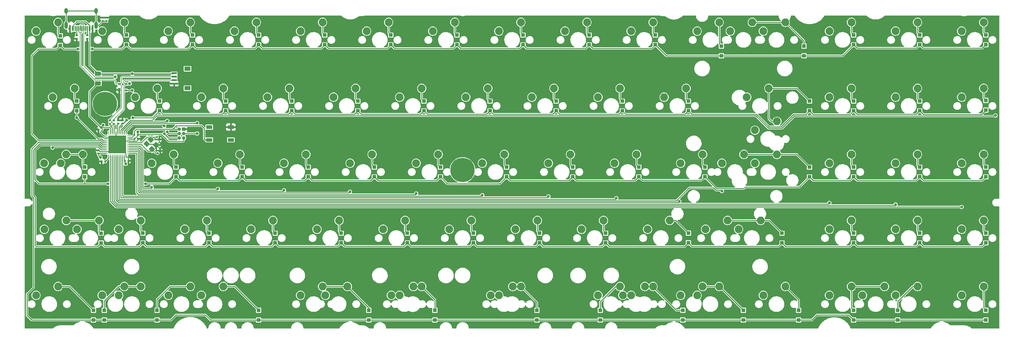
<source format=gbr>
%TF.GenerationSoftware,KiCad,Pcbnew,(7.0.0)*%
%TF.CreationDate,2023-04-10T11:34:13+02:00*%
%TF.ProjectId,qazimodo,71617a69-6d6f-4646-9f2e-6b696361645f,rev?*%
%TF.SameCoordinates,Original*%
%TF.FileFunction,Copper,L2,Bot*%
%TF.FilePolarity,Positive*%
%FSLAX46Y46*%
G04 Gerber Fmt 4.6, Leading zero omitted, Abs format (unit mm)*
G04 Created by KiCad (PCBNEW (7.0.0)) date 2023-04-10 11:34:13*
%MOMM*%
%LPD*%
G01*
G04 APERTURE LIST*
G04 Aperture macros list*
%AMRoundRect*
0 Rectangle with rounded corners*
0 $1 Rounding radius*
0 $2 $3 $4 $5 $6 $7 $8 $9 X,Y pos of 4 corners*
0 Add a 4 corners polygon primitive as box body*
4,1,4,$2,$3,$4,$5,$6,$7,$8,$9,$2,$3,0*
0 Add four circle primitives for the rounded corners*
1,1,$1+$1,$2,$3*
1,1,$1+$1,$4,$5*
1,1,$1+$1,$6,$7*
1,1,$1+$1,$8,$9*
0 Add four rect primitives between the rounded corners*
20,1,$1+$1,$2,$3,$4,$5,0*
20,1,$1+$1,$4,$5,$6,$7,0*
20,1,$1+$1,$6,$7,$8,$9,0*
20,1,$1+$1,$8,$9,$2,$3,0*%
%AMRotRect*
0 Rectangle, with rotation*
0 The origin of the aperture is its center*
0 $1 length*
0 $2 width*
0 $3 Rotation angle, in degrees counterclockwise*
0 Add horizontal line*
21,1,$1,$2,0,0,$3*%
G04 Aperture macros list end*
%TA.AperFunction,ComponentPad*%
%ADD10C,2.250000*%
%TD*%
%TA.AperFunction,ComponentPad*%
%ADD11C,2.200000*%
%TD*%
%TA.AperFunction,ComponentPad*%
%ADD12C,1.000000*%
%TD*%
%TA.AperFunction,ComponentPad*%
%ADD13C,7.001300*%
%TD*%
%TA.AperFunction,ComponentPad*%
%ADD14C,7.000240*%
%TD*%
%TA.AperFunction,SMDPad,CuDef*%
%ADD15R,1.800000X1.100000*%
%TD*%
%TA.AperFunction,SMDPad,CuDef*%
%ADD16R,1.100000X1.100000*%
%TD*%
%TA.AperFunction,SMDPad,CuDef*%
%ADD17RoundRect,0.140000X0.170000X-0.140000X0.170000X0.140000X-0.170000X0.140000X-0.170000X-0.140000X0*%
%TD*%
%TA.AperFunction,SMDPad,CuDef*%
%ADD18R,1.800000X1.200000*%
%TD*%
%TA.AperFunction,SMDPad,CuDef*%
%ADD19R,1.550000X0.600000*%
%TD*%
%TA.AperFunction,SMDPad,CuDef*%
%ADD20RoundRect,0.140000X0.219203X0.021213X0.021213X0.219203X-0.219203X-0.021213X-0.021213X-0.219203X0*%
%TD*%
%TA.AperFunction,SMDPad,CuDef*%
%ADD21RoundRect,0.135000X-0.185000X0.135000X-0.185000X-0.135000X0.185000X-0.135000X0.185000X0.135000X0*%
%TD*%
%TA.AperFunction,SMDPad,CuDef*%
%ADD22RoundRect,0.135000X0.135000X0.185000X-0.135000X0.185000X-0.135000X-0.185000X0.135000X-0.185000X0*%
%TD*%
%TA.AperFunction,SMDPad,CuDef*%
%ADD23RoundRect,0.135000X0.185000X-0.135000X0.185000X0.135000X-0.185000X0.135000X-0.185000X-0.135000X0*%
%TD*%
%TA.AperFunction,SMDPad,CuDef*%
%ADD24RoundRect,0.140000X-0.021213X0.219203X-0.219203X0.021213X0.021213X-0.219203X0.219203X-0.021213X0*%
%TD*%
%TA.AperFunction,SMDPad,CuDef*%
%ADD25RoundRect,0.250000X-0.625000X0.375000X-0.625000X-0.375000X0.625000X-0.375000X0.625000X0.375000X0*%
%TD*%
%TA.AperFunction,SMDPad,CuDef*%
%ADD26RotRect,1.400000X1.200000X135.000000*%
%TD*%
%TA.AperFunction,SMDPad,CuDef*%
%ADD27R,0.600000X1.450000*%
%TD*%
%TA.AperFunction,SMDPad,CuDef*%
%ADD28R,0.300000X1.450000*%
%TD*%
%TA.AperFunction,ComponentPad*%
%ADD29O,1.000000X1.600000*%
%TD*%
%TA.AperFunction,ComponentPad*%
%ADD30O,1.000000X2.100000*%
%TD*%
%TA.AperFunction,SMDPad,CuDef*%
%ADD31R,0.700000X1.000000*%
%TD*%
%TA.AperFunction,SMDPad,CuDef*%
%ADD32R,0.700000X0.600000*%
%TD*%
%TA.AperFunction,SMDPad,CuDef*%
%ADD33RoundRect,0.140000X-0.140000X-0.170000X0.140000X-0.170000X0.140000X0.170000X-0.140000X0.170000X0*%
%TD*%
%TA.AperFunction,ComponentPad*%
%ADD34O,1.000000X1.000000*%
%TD*%
%TA.AperFunction,ComponentPad*%
%ADD35R,1.000000X1.000000*%
%TD*%
%TA.AperFunction,SMDPad,CuDef*%
%ADD36RoundRect,0.062500X-0.062500X0.475000X-0.062500X-0.475000X0.062500X-0.475000X0.062500X0.475000X0*%
%TD*%
%TA.AperFunction,SMDPad,CuDef*%
%ADD37RoundRect,0.062500X-0.475000X0.062500X-0.475000X-0.062500X0.475000X-0.062500X0.475000X0.062500X0*%
%TD*%
%TA.AperFunction,SMDPad,CuDef*%
%ADD38R,5.200000X5.200000*%
%TD*%
%TA.AperFunction,ViaPad*%
%ADD39C,0.800000*%
%TD*%
%TA.AperFunction,Conductor*%
%ADD40C,0.250000*%
%TD*%
%TA.AperFunction,Conductor*%
%ADD41C,0.220000*%
%TD*%
%TA.AperFunction,Conductor*%
%ADD42C,0.200000*%
%TD*%
G04 APERTURE END LIST*
D10*
%TO.P,MX3,1,COL*%
%TO.N,COL2*%
X89852500Y-53022500D03*
%TO.P,MX3,2,ROW*%
%TO.N,Net-(D12-A)*%
X96202500Y-50482500D03*
%TD*%
%TO.P,MX68,1,COL*%
%TO.N,COL13*%
X318452500Y-129222500D03*
%TO.P,MX68,2,ROW*%
%TO.N,Net-(D71-A)*%
X324802500Y-126682500D03*
%TD*%
%TO.P,MX61,1,COL*%
%TO.N,COL6*%
X182759937Y-129222500D03*
%TO.P,MX61,2,ROW*%
%TO.N,Net-(D36-A)*%
X189109937Y-126682500D03*
%TD*%
%TO.P,MX52,1,COL*%
%TO.N,COL11*%
X280352500Y-110172500D03*
%TO.P,MX52,2,ROW*%
%TO.N,Net-(D52-A)*%
X286702500Y-107632500D03*
%TD*%
%TO.P,MX34,1,COL*%
%TO.N,COL4*%
X142240000Y-91122500D03*
%TO.P,MX34,2,ROW*%
%TO.N,Net-(D24-A)*%
X148590000Y-88582500D03*
%TD*%
%TO.P,MX9,1,COL*%
%TO.N,COL8*%
X204152500Y-53022500D03*
%TO.P,MX9,2,ROW*%
%TO.N,Net-(D43-A)*%
X210502500Y-50482500D03*
%TD*%
%TO.P,MX14,1,COL*%
%TO.N,COL13*%
X299402500Y-53022500D03*
%TO.P,MX14,2,ROW*%
%TO.N,Net-(D68-A)*%
X305752500Y-50482500D03*
%TD*%
%TO.P,MX27,1,COL*%
%TO.N,COL11*%
X280352500Y-72072500D03*
%TO.P,MX27,2,ROW*%
%TO.N,Net-(D60-A)*%
X286702500Y-69532500D03*
%TD*%
%TO.P,MX30a1,1,COL*%
%TO.N,COL0*%
X54065628Y-91122501D03*
%TO.P,MX30a1,2,ROW*%
%TO.N,Net-(D4-A)*%
X60415628Y-88582501D03*
%TD*%
%TO.P,MX42,1,COL*%
%TO.N,COL13*%
X318452500Y-91122500D03*
%TO.P,MX42,2,ROW*%
%TO.N,Net-(D66-A)*%
X324802500Y-88582500D03*
%TD*%
%TO.P,MX39a1,1,COL*%
%TO.N,COL9*%
X237490000Y-91122500D03*
%TO.P,MX39a1,2,ROW*%
%TO.N,Net-(D51-A)*%
X243840000Y-88582500D03*
%TD*%
%TO.P,MX50,1,COL*%
%TO.N,COL8*%
X208915000Y-110172500D03*
%TO.P,MX50,2,ROW*%
%TO.N,Net-(D40-A)*%
X215265000Y-107632500D03*
%TD*%
%TO.P,MX60b1,1,COL*%
%TO.N,COL5*%
X156527500Y-129222500D03*
%TO.P,MX60b1,2,ROW*%
%TO.N,Net-(D31-A)*%
X162877500Y-126682500D03*
%TD*%
%TO.P,MX25,1,COL*%
%TO.N,COL9*%
X232727500Y-72072500D03*
%TO.P,MX25,2,ROW*%
%TO.N,Net-(D50-A)*%
X239077500Y-69532500D03*
%TD*%
%TO.P,MX11,1,COL*%
%TO.N,COL10*%
X242252500Y-53022500D03*
%TO.P,MX11,2,ROW*%
%TO.N,Net-(D54-A)*%
X248602500Y-50482500D03*
%TD*%
%TO.P,MX62,1,COL*%
%TO.N,COL7*%
X213677500Y-129222500D03*
%TO.P,MX62,2,ROW*%
%TO.N,Net-(D41-A)*%
X220027500Y-126682500D03*
%TD*%
%TO.P,MX41,1,COL*%
%TO.N,COL12*%
X299402500Y-91122500D03*
%TO.P,MX41,2,ROW*%
%TO.N,Net-(D61-A)*%
X305752500Y-88582500D03*
%TD*%
%TO.P,MX54,1,COL*%
%TO.N,COL13*%
X318452500Y-110172500D03*
%TO.P,MX54,2,ROW*%
%TO.N,Net-(D62-A)*%
X324802500Y-107632500D03*
%TD*%
%TO.P,MX12a1,1,COL*%
%TO.N,COL11*%
X251777500Y-53022500D03*
%TO.P,MX12a1,2,ROW*%
%TO.N,Net-(D59-A)*%
X258127500Y-50482500D03*
%TD*%
D11*
%TO.P,MX60c1,1,COL*%
%TO.N,COL5*%
X156527500Y-129222500D03*
%TO.P,MX60c1,2,ROW*%
%TO.N,Net-(D31-A)*%
X162877500Y-126682500D03*
%TD*%
D10*
%TO.P,MX45,1,COL*%
%TO.N,COL3*%
X113665000Y-110172500D03*
%TO.P,MX45,2,ROW*%
%TO.N,Net-(D15-A)*%
X120015000Y-107632500D03*
%TD*%
%TO.P,MX67,1,COL*%
%TO.N,COL12*%
X299402500Y-129222500D03*
%TO.P,MX67,2,ROW*%
%TO.N,Net-(D67-A)*%
X305752500Y-126682500D03*
%TD*%
%TO.P,MX53,1,COL*%
%TO.N,COL12*%
X299402500Y-110172500D03*
%TO.P,MX53,2,ROW*%
%TO.N,Net-(D57-A)*%
X305752500Y-107632500D03*
%TD*%
%TO.P,MX33,1,COL*%
%TO.N,COL3*%
X123190000Y-91122500D03*
%TO.P,MX33,2,ROW*%
%TO.N,Net-(D19-A)*%
X129540000Y-88582500D03*
%TD*%
%TO.P,MX8,1,COL*%
%TO.N,COL7*%
X185102500Y-53022500D03*
%TO.P,MX8,2,ROW*%
%TO.N,Net-(D37-A)*%
X191452500Y-50482500D03*
%TD*%
%TO.P,MX38,1,COL*%
%TO.N,COL8*%
X218440000Y-91122500D03*
%TO.P,MX38,2,ROW*%
%TO.N,Net-(D45-A)*%
X224790000Y-88582500D03*
%TD*%
%TO.P,MX48,1,COL*%
%TO.N,COL6*%
X170815000Y-110172500D03*
%TO.P,MX48,2,ROW*%
%TO.N,Net-(D30-A)*%
X177165000Y-107632500D03*
%TD*%
%TO.P,MX19,1,COL*%
%TO.N,COL3*%
X118427500Y-72072500D03*
%TO.P,MX19,2,ROW*%
%TO.N,Net-(D18-A)*%
X124777500Y-69532500D03*
%TD*%
%TO.P,MX26a1,1,COL*%
%TO.N,COL10*%
X258889500Y-81597500D03*
%TO.P,MX26a1,2,ROW*%
%TO.N,Net-(D55-A)*%
X265239500Y-79057500D03*
%TD*%
%TO.P,MX10,1,COL*%
%TO.N,COL9*%
X223202500Y-53022500D03*
%TO.P,MX10,2,ROW*%
%TO.N,Net-(D49-A)*%
X229552500Y-50482500D03*
%TD*%
%TO.P,MX21,1,COL*%
%TO.N,COL5*%
X156527500Y-72072500D03*
%TO.P,MX21,2,ROW*%
%TO.N,Net-(D28-A)*%
X162877500Y-69532500D03*
%TD*%
%TO.P,MX66a1,1,COL*%
%TO.N,COL11*%
X289877500Y-129222500D03*
%TO.P,MX66a1,2,ROW*%
%TO.N,Net-(D63-A)*%
X296227500Y-126682500D03*
%TD*%
%TO.P,MX37,1,COL*%
%TO.N,COL7*%
X199390000Y-91122500D03*
%TO.P,MX37,2,ROW*%
%TO.N,Net-(D39-A)*%
X205740000Y-88582500D03*
%TD*%
%TO.P,MX64,1,COL*%
%TO.N,COL9*%
X237490000Y-129222500D03*
%TO.P,MX64,2,ROW*%
%TO.N,Net-(D53-A)*%
X243840000Y-126682500D03*
%TD*%
%TO.P,MX46,1,COL*%
%TO.N,COL4*%
X132715000Y-110172500D03*
%TO.P,MX46,2,ROW*%
%TO.N,Net-(D20-A)*%
X139065000Y-107632500D03*
%TD*%
%TO.P,MX39,1,COL*%
%TO.N,COL10*%
X249364500Y-91122500D03*
%TO.P,MX39,2,ROW*%
%TO.N,Net-(D48-A)*%
X255714500Y-88582500D03*
%TD*%
%TO.P,MX44,1,COL*%
%TO.N,COL2*%
X94615000Y-110172500D03*
%TO.P,MX44,2,ROW*%
%TO.N,Net-(D10-A)*%
X100965000Y-107632500D03*
%TD*%
%TO.P,MX26,1,COL*%
%TO.N,COL10*%
X256540000Y-72072500D03*
%TO.P,MX26,2,ROW*%
%TO.N,Net-(D55-A)*%
X262890000Y-69532500D03*
%TD*%
%TO.P,MX61a1,1,COL*%
%TO.N,COL6*%
X185102500Y-129222500D03*
%TO.P,MX61a1,2,ROW*%
%TO.N,Net-(D36-A)*%
X191452500Y-126682500D03*
%TD*%
%TO.P,MX30,1,COL*%
%TO.N,COL0*%
X58864500Y-91122500D03*
%TO.P,MX30,2,ROW*%
%TO.N,Net-(D4-A)*%
X65214500Y-88582500D03*
%TD*%
%TO.P,MX40,1,COL*%
%TO.N,COL11*%
X280352500Y-91122500D03*
%TO.P,MX40,2,ROW*%
%TO.N,Net-(D56-A)*%
X286702500Y-88582500D03*
%TD*%
%TO.P,MX49,1,COL*%
%TO.N,COL7*%
X189865000Y-110172500D03*
%TO.P,MX49,2,ROW*%
%TO.N,Net-(D35-A)*%
X196215000Y-107632500D03*
%TD*%
%TO.P,MX23,1,COL*%
%TO.N,COL7*%
X194627500Y-72072500D03*
%TO.P,MX23,2,ROW*%
%TO.N,Net-(D38-A)*%
X200977500Y-69532500D03*
%TD*%
%TO.P,MX24,1,COL*%
%TO.N,COL8*%
X213677500Y-72072500D03*
%TO.P,MX24,2,ROW*%
%TO.N,Net-(D44-A)*%
X220027500Y-69532500D03*
%TD*%
%TO.P,MX55,1,COL*%
%TO.N,COL0*%
X51752500Y-129222500D03*
%TO.P,MX55,2,ROW*%
%TO.N,Net-(D6-A)*%
X58102500Y-126682500D03*
%TD*%
%TO.P,MX2,1,COL*%
%TO.N,COL1*%
X70802500Y-53022500D03*
%TO.P,MX2,2,ROW*%
%TO.N,Net-(D7-A)*%
X77152500Y-50482500D03*
%TD*%
%TO.P,MX31,1,COL*%
%TO.N,COL1*%
X85090000Y-91122500D03*
%TO.P,MX31,2,ROW*%
%TO.N,Net-(D9-A)*%
X91440000Y-88582500D03*
%TD*%
%TO.P,MX63b1,1,COL*%
%TO.N,COL8*%
X220820000Y-129222500D03*
%TO.P,MX63b1,2,ROW*%
%TO.N,Net-(D47-A)*%
X227170000Y-126682500D03*
%TD*%
%TO.P,MX58,1,COL*%
%TO.N,COL3*%
X99377500Y-129222500D03*
%TO.P,MX58,2,ROW*%
%TO.N,Net-(D21-A)*%
X105727500Y-126682500D03*
%TD*%
%TO.P,MX29,1,COL*%
%TO.N,COL13*%
X318452500Y-72072500D03*
%TO.P,MX29,2,ROW*%
%TO.N,Net-(D69-A)*%
X324802500Y-69532500D03*
%TD*%
%TO.P,MX57a1,1,COL*%
%TO.N,COL2*%
X89852500Y-129222500D03*
%TO.P,MX57a1,2,ROW*%
%TO.N,Net-(D16-A)*%
X96202500Y-126682500D03*
%TD*%
%TO.P,MX32,1,COL*%
%TO.N,COL2*%
X104140000Y-91122500D03*
%TO.P,MX32,2,ROW*%
%TO.N,Net-(D14-A)*%
X110490000Y-88582500D03*
%TD*%
%TO.P,MX12,1,COL*%
%TO.N,COL11*%
X261302500Y-53022500D03*
%TO.P,MX12,2,ROW*%
%TO.N,Net-(D59-A)*%
X267652500Y-50482500D03*
%TD*%
%TO.P,MX17,1,COL*%
%TO.N,COL1*%
X80327500Y-72072500D03*
%TO.P,MX17,2,ROW*%
%TO.N,Net-(D8-A)*%
X86677500Y-69532500D03*
%TD*%
%TO.P,MX16,1,COL*%
%TO.N,COL0*%
X56515000Y-72072500D03*
%TO.P,MX16,2,ROW*%
%TO.N,Net-(D3-A)*%
X62865000Y-69532500D03*
%TD*%
%TO.P,MX60a1,1,COL*%
%TO.N,COL5*%
X154114500Y-129222500D03*
%TO.P,MX60a1,2,ROW*%
%TO.N,Net-(D31-A)*%
X160464500Y-126682500D03*
%TD*%
%TO.P,MX36,1,COL*%
%TO.N,COL6*%
X180340000Y-91122500D03*
%TO.P,MX36,2,ROW*%
%TO.N,Net-(D34-A)*%
X186690000Y-88582500D03*
%TD*%
%TO.P,MX59a1,1,COL*%
%TO.N,COL4*%
X127952500Y-129222500D03*
%TO.P,MX59a1,2,ROW*%
%TO.N,Net-(D26-A)*%
X134302500Y-126682500D03*
%TD*%
%TO.P,MX51b1,1,COL*%
%TO.N,COL10*%
X244665500Y-110172500D03*
%TO.P,MX51b1,2,ROW*%
%TO.N,Net-(D46-A)*%
X251015500Y-107632500D03*
%TD*%
%TO.P,MX5,1,COL*%
%TO.N,COL4*%
X127952500Y-53022500D03*
%TO.P,MX5,2,ROW*%
%TO.N,Net-(D22-A)*%
X134302500Y-50482500D03*
%TD*%
%TO.P,MX7,1,COL*%
%TO.N,COL6*%
X166052500Y-53022500D03*
%TO.P,MX7,2,ROW*%
%TO.N,Net-(D32-A)*%
X172402500Y-50482500D03*
%TD*%
%TO.P,MX18,1,COL*%
%TO.N,COL2*%
X99377500Y-72072500D03*
%TO.P,MX18,2,ROW*%
%TO.N,Net-(D13-A)*%
X105727500Y-69532500D03*
%TD*%
%TO.P,MX15,1,COL*%
%TO.N,COL14*%
X318452500Y-53022500D03*
%TO.P,MX15,2,ROW*%
%TO.N,Net-(D70-A)*%
X324802500Y-50482500D03*
%TD*%
%TO.P,MX56b1,1,COL*%
%TO.N,COL1*%
X75565000Y-129222500D03*
%TO.P,MX56b1,2,ROW*%
%TO.N,Net-(D11-A)*%
X81915000Y-126682500D03*
%TD*%
%TO.P,MX63,1,COL*%
%TO.N,COL8*%
X223202500Y-129222500D03*
%TO.P,MX63,2,ROW*%
%TO.N,Net-(D47-A)*%
X229552500Y-126682500D03*
%TD*%
%TO.P,MX4,1,COL*%
%TO.N,COL3*%
X108902500Y-53022500D03*
%TO.P,MX4,2,ROW*%
%TO.N,Net-(D17-A)*%
X115252500Y-50482500D03*
%TD*%
%TO.P,MX20,1,COL*%
%TO.N,COL4*%
X137477500Y-72072500D03*
%TO.P,MX20,2,ROW*%
%TO.N,Net-(D23-A)*%
X143827500Y-69532500D03*
%TD*%
%TO.P,MX28,1,COL*%
%TO.N,COL12*%
X299402500Y-72072500D03*
%TO.P,MX28,2,ROW*%
%TO.N,Net-(D65-A)*%
X305752500Y-69532500D03*
%TD*%
%TO.P,MX51,1,COL*%
%TO.N,COL9*%
X227965000Y-110172500D03*
%TO.P,MX51,2,ROW*%
%TO.N,Net-(D42-A)*%
X234315000Y-107632500D03*
%TD*%
%TO.P,MX35,1,COL*%
%TO.N,COL5*%
X161290000Y-91122500D03*
%TO.P,MX35,2,ROW*%
%TO.N,Net-(D29-A)*%
X167640000Y-88582500D03*
%TD*%
%TO.P,MX66,1,COL*%
%TO.N,COL11*%
X280352500Y-129222500D03*
%TO.P,MX66,2,ROW*%
%TO.N,Net-(D63-A)*%
X286702500Y-126682500D03*
%TD*%
%TO.P,MX51a1,1,COL*%
%TO.N,COL10*%
X254190500Y-110172500D03*
%TO.P,MX51a1,2,ROW*%
%TO.N,Net-(D46-A)*%
X260540500Y-107632500D03*
%TD*%
%TO.P,MX59,1,COL*%
%TO.N,COL4*%
X135128000Y-129222500D03*
%TO.P,MX59,2,ROW*%
%TO.N,Net-(D26-A)*%
X141478000Y-126682500D03*
%TD*%
%TO.P,MX64b1,1,COL*%
%TO.N,COL9*%
X242252500Y-129222500D03*
%TO.P,MX64b1,2,ROW*%
%TO.N,Net-(D53-A)*%
X248602500Y-126682500D03*
%TD*%
%TO.P,MX47,1,COL*%
%TO.N,COL5*%
X151765000Y-110172500D03*
%TO.P,MX47,2,ROW*%
%TO.N,Net-(D25-A)*%
X158115000Y-107632500D03*
%TD*%
D12*
%TO.P,,1,1*%
%TO.N,N/C*%
X69325000Y-73991000D03*
X69325000Y-73991000D03*
X69998654Y-72364654D03*
X69998654Y-72364654D03*
X69998654Y-75617346D03*
X69998654Y-75617346D03*
X71625000Y-71691000D03*
X71625000Y-71691000D03*
D13*
%TO.N,Net-(C_USBSHIELD1-Pad1)*%
X71625000Y-73991000D03*
%TO.N,N/C*%
X71625000Y-73991000D03*
D12*
X71625000Y-76291000D03*
X71625000Y-76291000D03*
X73251346Y-72364654D03*
X73251346Y-72364654D03*
X73251346Y-75617346D03*
X73251346Y-75617346D03*
X73925000Y-73991000D03*
X73925000Y-73991000D03*
D14*
%TO.P,,2*%
X174625000Y-93091000D03*
X174625000Y-93091000D03*
%TD*%
D10*
%TO.P,MX39b1,1,COL*%
%TO.N,COL10*%
X258889500Y-91122500D03*
%TO.P,MX39b1,2,ROW*%
%TO.N,Net-(D48-A)*%
X265239500Y-88582500D03*
%TD*%
%TO.P,MX56,1,COL*%
%TO.N,COL1*%
X70802500Y-129222500D03*
%TO.P,MX56,2,ROW*%
%TO.N,Net-(D11-A)*%
X77152500Y-126682500D03*
%TD*%
%TO.P,MX43b1,1,COL*%
%TO.N,COL1*%
X75565000Y-110172500D03*
%TO.P,MX43b1,2,ROW*%
%TO.N,Net-(D1-A)*%
X81915000Y-107632500D03*
%TD*%
%TO.P,MX43a1,1,COL*%
%TO.N,COL0*%
X54109685Y-110187971D03*
%TO.P,MX43a1,2,ROW*%
%TO.N,Net-(D5-A)*%
X60459685Y-107647971D03*
%TD*%
%TO.P,MX65b1,1,COL*%
%TO.N,COL10*%
X261302500Y-129222500D03*
%TO.P,MX65b1,2,ROW*%
%TO.N,Net-(D58-A)*%
X267652500Y-126682500D03*
%TD*%
%TO.P,MX22,1,COL*%
%TO.N,COL6*%
X175577500Y-72072500D03*
%TO.P,MX22,2,ROW*%
%TO.N,Net-(D33-A)*%
X181927500Y-69532500D03*
%TD*%
%TO.P,MX13,1,COL*%
%TO.N,COL12*%
X280352500Y-53022500D03*
%TO.P,MX13,2,ROW*%
%TO.N,Net-(D64-A)*%
X286702500Y-50482500D03*
%TD*%
%TO.P,MX6,1,COL*%
%TO.N,COL5*%
X147002500Y-53022500D03*
%TO.P,MX6,2,ROW*%
%TO.N,Net-(D27-A)*%
X153352500Y-50482500D03*
%TD*%
%TO.P,MX60,1,COL*%
%TO.N,COL5*%
X156527500Y-129222500D03*
%TO.P,MX60,2,ROW*%
%TO.N,Net-(D31-A)*%
X162877500Y-126682500D03*
%TD*%
%TO.P,MX1,1,COL*%
%TO.N,COL0*%
X51752500Y-53022500D03*
%TO.P,MX1,2,ROW*%
%TO.N,Net-(D2-A)*%
X58102500Y-50482500D03*
%TD*%
%TO.P,MX43,1,COL*%
%TO.N,COL0*%
X63563500Y-110172500D03*
%TO.P,MX43,2,ROW*%
%TO.N,Net-(D5-A)*%
X69913500Y-107632500D03*
%TD*%
D15*
%TO.P,SW_Reset1,1,1*%
%TO.N,GND*%
X107874999Y-80699999D03*
%TO.P,SW_Reset1,2,2*%
%TO.N,RESET*%
X101674999Y-84399999D03*
%TO.P,SW_Reset1,3*%
%TO.N,N/C*%
X107874999Y-84399999D03*
%TO.P,SW_Reset1,4*%
X101674999Y-80699999D03*
%TD*%
D16*
%TO.P,D7,1,K*%
%TO.N,ROW0*%
X77787499Y-56962499D03*
%TO.P,D7,2,A*%
%TO.N,Net-(D7-A)*%
X77787499Y-54162499D03*
%TD*%
%TO.P,D42,1,K*%
%TO.N,ROW3*%
X239725199Y-114074399D03*
%TO.P,D42,2,A*%
%TO.N,Net-(D42-A)*%
X239725199Y-111274399D03*
%TD*%
%TO.P,D48,1,K*%
%TO.N,ROW2*%
X274637499Y-95062499D03*
%TO.P,D48,2,A*%
%TO.N,Net-(D48-A)*%
X274637499Y-92262499D03*
%TD*%
D17*
%TO.P,C2,1*%
%TO.N,+5V*%
X69723000Y-88364000D03*
%TO.P,C2,2*%
%TO.N,GND*%
X69723000Y-87404000D03*
%TD*%
D16*
%TO.P,D11,1,K*%
%TO.N,ROW4*%
X71437499Y-136337499D03*
%TO.P,D11,2,A*%
%TO.N,Net-(D11-A)*%
X71437499Y-133537499D03*
%TD*%
%TO.P,D58,1,K*%
%TO.N,ROW4*%
X271462499Y-136337499D03*
%TO.P,D58,2,A*%
%TO.N,Net-(D58-A)*%
X271462499Y-133537499D03*
%TD*%
D18*
%TO.P,J2,*%
%TO.N,*%
X95412499Y-63874999D03*
X95412499Y-69474999D03*
D19*
%TO.P,J2,1,Pin_1*%
%TO.N,VCC*%
X91537499Y-65174999D03*
%TO.P,J2,2,Pin_2*%
%TO.N,D-*%
X91537499Y-66174999D03*
%TO.P,J2,3,Pin_3*%
%TO.N,D+*%
X91537499Y-67174999D03*
%TO.P,J2,4,Pin_4*%
%TO.N,GND*%
X91537499Y-68174999D03*
%TD*%
D16*
%TO.P,D71,1,K*%
%TO.N,ROW4*%
X325437499Y-136337499D03*
%TO.P,D71,2,A*%
%TO.N,Net-(D71-A)*%
X325437499Y-133537499D03*
%TD*%
%TO.P,D52,1,K*%
%TO.N,ROW3*%
X287337499Y-114112499D03*
%TO.P,D52,2,A*%
%TO.N,Net-(D52-A)*%
X287337499Y-111312499D03*
%TD*%
%TO.P,D15,1,K*%
%TO.N,ROW3*%
X120649999Y-114112499D03*
%TO.P,D15,2,A*%
%TO.N,Net-(D15-A)*%
X120649999Y-111312499D03*
%TD*%
%TO.P,D38,1,K*%
%TO.N,ROW1*%
X201612499Y-76012499D03*
%TO.P,D38,2,A*%
%TO.N,Net-(D38-A)*%
X201612499Y-73212499D03*
%TD*%
%TO.P,D50,1,K*%
%TO.N,ROW1*%
X239712499Y-76012499D03*
%TO.P,D50,2,A*%
%TO.N,Net-(D50-A)*%
X239712499Y-73212499D03*
%TD*%
%TO.P,D62,1,K*%
%TO.N,ROW3*%
X325437499Y-114112499D03*
%TO.P,D62,2,A*%
%TO.N,Net-(D62-A)*%
X325437499Y-111312499D03*
%TD*%
%TO.P,D70,1,K*%
%TO.N,ROW0*%
X325437499Y-56962499D03*
%TO.P,D70,2,A*%
%TO.N,Net-(D70-A)*%
X325437499Y-54162499D03*
%TD*%
%TO.P,D16,1,K*%
%TO.N,ROW4*%
X86613999Y-136337499D03*
%TO.P,D16,2,A*%
%TO.N,Net-(D16-A)*%
X86613999Y-133537499D03*
%TD*%
D20*
%TO.P,C4,1*%
%TO.N,GND*%
X87215030Y-84286411D03*
%TO.P,C4,2*%
%TO.N,XTAL2*%
X86536208Y-83607589D03*
%TD*%
D16*
%TO.P,D66,1,K*%
%TO.N,ROW2*%
X325437499Y-95062499D03*
%TO.P,D66,2,A*%
%TO.N,Net-(D66-A)*%
X325437499Y-92262499D03*
%TD*%
%TO.P,D18,1,K*%
%TO.N,ROW1*%
X125412499Y-76012499D03*
%TO.P,D18,2,A*%
%TO.N,Net-(D18-A)*%
X125412499Y-73212499D03*
%TD*%
%TO.P,D61,1,K*%
%TO.N,ROW2*%
X306387499Y-95062499D03*
%TO.P,D61,2,A*%
%TO.N,Net-(D61-A)*%
X306387499Y-92262499D03*
%TD*%
%TO.P,D41,1,K*%
%TO.N,ROW4*%
X214312499Y-136337499D03*
%TO.P,D41,2,A*%
%TO.N,Net-(D41-A)*%
X214312499Y-133537499D03*
%TD*%
D21*
%TO.P,R1,1*%
%TO.N,D-*%
X73025000Y-78738000D03*
%TO.P,R1,2*%
%TO.N,Net-(U1-D-)*%
X73025000Y-79758000D03*
%TD*%
%TO.P,R2,1*%
%TO.N,D+*%
X74168000Y-78738000D03*
%TO.P,R2,2*%
%TO.N,Net-(U1-D+)*%
X74168000Y-79758000D03*
%TD*%
D16*
%TO.P,D34,1,K*%
%TO.N,ROW2*%
X187324999Y-95062499D03*
%TO.P,D34,2,A*%
%TO.N,Net-(D34-A)*%
X187324999Y-92262499D03*
%TD*%
%TO.P,D65,1,K*%
%TO.N,ROW1*%
X306387499Y-76012499D03*
%TO.P,D65,2,A*%
%TO.N,Net-(D65-A)*%
X306387499Y-73212499D03*
%TD*%
%TO.P,D4,1,K*%
%TO.N,ROW2*%
X65784191Y-95051704D03*
%TO.P,D4,2,A*%
%TO.N,Net-(D4-A)*%
X65784191Y-92251704D03*
%TD*%
%TO.P,D14,1,K*%
%TO.N,ROW2*%
X111124999Y-95062499D03*
%TO.P,D14,2,A*%
%TO.N,Net-(D14-A)*%
X111124999Y-92262499D03*
%TD*%
%TO.P,D47,1,K*%
%TO.N,ROW4*%
X238124999Y-136337499D03*
%TO.P,D47,2,A*%
%TO.N,Net-(D47-A)*%
X238124999Y-133537499D03*
%TD*%
%TO.P,D57,1,K*%
%TO.N,ROW3*%
X306387499Y-114112499D03*
%TO.P,D57,2,A*%
%TO.N,Net-(D57-A)*%
X306387499Y-111312499D03*
%TD*%
D22*
%TO.P,R4,1*%
%TO.N,+5V*%
X81091500Y-82931000D03*
%TO.P,R4,2*%
%TO.N,RESET*%
X80071500Y-82931000D03*
%TD*%
D16*
%TO.P,D51,1,K*%
%TO.N,ROW2*%
X244474999Y-95062499D03*
%TO.P,D51,2,A*%
%TO.N,Net-(D51-A)*%
X244474999Y-92262499D03*
%TD*%
%TO.P,D49,1,K*%
%TO.N,ROW0*%
X230187499Y-56962499D03*
%TO.P,D49,2,A*%
%TO.N,Net-(D49-A)*%
X230187499Y-54162499D03*
%TD*%
D23*
%TO.P,R_USBSHIELD1,1*%
%TO.N,Net-(J3-SHIELD)*%
X72034400Y-50143600D03*
%TO.P,R_USBSHIELD1,2*%
%TO.N,GND*%
X72034400Y-49123600D03*
%TD*%
D16*
%TO.P,D45,1,K*%
%TO.N,ROW2*%
X225424999Y-95062499D03*
%TO.P,D45,2,A*%
%TO.N,Net-(D45-A)*%
X225424999Y-92262499D03*
%TD*%
D24*
%TO.P,C8,1*%
%TO.N,+5V*%
X70443411Y-80813589D03*
%TO.P,C8,2*%
%TO.N,GND*%
X69764589Y-81492411D03*
%TD*%
D16*
%TO.P,D17,1,K*%
%TO.N,ROW0*%
X115887499Y-56962499D03*
%TO.P,D17,2,A*%
%TO.N,Net-(D17-A)*%
X115887499Y-54162499D03*
%TD*%
D25*
%TO.P,F1,1*%
%TO.N,VCC*%
X69596000Y-65275000D03*
%TO.P,F1,2*%
%TO.N,+5V*%
X69596000Y-68075000D03*
%TD*%
D16*
%TO.P,D10,1,K*%
%TO.N,ROW3*%
X101599999Y-114112499D03*
%TO.P,D10,2,A*%
%TO.N,Net-(D10-A)*%
X101599999Y-111312499D03*
%TD*%
D21*
%TO.P,R_USB1,1*%
%TO.N,Net-(J3-CC1)*%
X63500000Y-54227000D03*
%TO.P,R_USB1,2*%
%TO.N,GND*%
X63500000Y-55247000D03*
%TD*%
D16*
%TO.P,D19,1,K*%
%TO.N,ROW2*%
X130174999Y-95062499D03*
%TO.P,D19,2,A*%
%TO.N,Net-(D19-A)*%
X130174999Y-92262499D03*
%TD*%
%TO.P,D5,1,K*%
%TO.N,ROW3*%
X70515674Y-114126367D03*
%TO.P,D5,2,A*%
%TO.N,Net-(D5-A)*%
X70515674Y-111326367D03*
%TD*%
D21*
%TO.P,R_USB2,1*%
%TO.N,Net-(J3-CC2)*%
X66548000Y-54227000D03*
%TO.P,R_USB2,2*%
%TO.N,GND*%
X66548000Y-55247000D03*
%TD*%
D16*
%TO.P,D64,1,K*%
%TO.N,ROW0*%
X287337499Y-56962499D03*
%TO.P,D64,2,A*%
%TO.N,Net-(D64-A)*%
X287337499Y-54162499D03*
%TD*%
%TO.P,D26,1,K*%
%TO.N,ROW4*%
X147637499Y-136337499D03*
%TO.P,D26,2,A*%
%TO.N,Net-(D26-A)*%
X147637499Y-133537499D03*
%TD*%
%TO.P,D36,1,K*%
%TO.N,ROW4*%
X196087999Y-136337499D03*
%TO.P,D36,2,A*%
%TO.N,Net-(D36-A)*%
X196087999Y-133537499D03*
%TD*%
D26*
%TO.P,Y1,1,1*%
%TO.N,XTAL1*%
X85147395Y-87103857D03*
%TO.P,Y1,2,2*%
%TO.N,GND*%
X83591760Y-85548222D03*
%TO.P,Y1,3,3*%
%TO.N,XTAL2*%
X84793841Y-84346141D03*
%TO.P,Y1,4,4*%
%TO.N,GND*%
X86349476Y-85901776D03*
%TD*%
D16*
%TO.P,D22,1,K*%
%TO.N,ROW0*%
X134937499Y-56962499D03*
%TO.P,D22,2,A*%
%TO.N,Net-(D22-A)*%
X134937499Y-54162499D03*
%TD*%
D27*
%TO.P,J3,A1,GND*%
%TO.N,GND*%
X61519999Y-52252999D03*
%TO.P,J3,A4,VBUS*%
%TO.N,VCC*%
X62319999Y-52252999D03*
D28*
%TO.P,J3,A5,CC1*%
%TO.N,Net-(J3-CC1)*%
X63519999Y-52252999D03*
%TO.P,J3,A6,D+*%
%TO.N,D+*%
X64519999Y-52252999D03*
%TO.P,J3,A7,D-*%
%TO.N,D-*%
X65019999Y-52252999D03*
%TO.P,J3,A8,SBU1*%
%TO.N,unconnected-(J3-SBU1-PadA8)*%
X66019999Y-52252999D03*
D27*
%TO.P,J3,A9,VBUS*%
%TO.N,VCC*%
X67219999Y-52252999D03*
%TO.P,J3,A12,GND*%
%TO.N,GND*%
X68019999Y-52252999D03*
%TO.P,J3,B1,GND*%
X68019999Y-52252999D03*
%TO.P,J3,B4,VBUS*%
%TO.N,VCC*%
X67219999Y-52252999D03*
D28*
%TO.P,J3,B5,CC2*%
%TO.N,Net-(J3-CC2)*%
X66519999Y-52252999D03*
%TO.P,J3,B6,D+*%
%TO.N,D+*%
X65519999Y-52252999D03*
%TO.P,J3,B7,D-*%
%TO.N,D-*%
X64019999Y-52252999D03*
%TO.P,J3,B8,SBU2*%
%TO.N,unconnected-(J3-SBU2-PadB8)*%
X63019999Y-52252999D03*
D27*
%TO.P,J3,B9,VBUS*%
%TO.N,VCC*%
X62319999Y-52252999D03*
%TO.P,J3,B12,GND*%
%TO.N,GND*%
X61519999Y-52252999D03*
D29*
%TO.P,J3,S1,SHIELD*%
%TO.N,Net-(J3-SHIELD)*%
X60449999Y-47157999D03*
D30*
X60449999Y-51337999D03*
D29*
X69089999Y-47157999D03*
D30*
X69089999Y-51337999D03*
%TD*%
D16*
%TO.P,D31,1,K*%
%TO.N,ROW4*%
X166687499Y-136337499D03*
%TO.P,D31,2,A*%
%TO.N,Net-(D31-A)*%
X166687499Y-133537499D03*
%TD*%
%TO.P,D28,1,K*%
%TO.N,ROW1*%
X163512499Y-76012499D03*
%TO.P,D28,2,A*%
%TO.N,Net-(D28-A)*%
X163512499Y-73212499D03*
%TD*%
D31*
%TO.P,D72,1,GND*%
%TO.N,GND*%
X75707999Y-69964999D03*
D32*
%TO.P,D72,2,I/O1*%
%TO.N,D-*%
X75707999Y-68264999D03*
%TO.P,D72,3,I/O2*%
%TO.N,D+*%
X77707999Y-68264999D03*
%TO.P,D72,4,VCC*%
%TO.N,VCC*%
X77707999Y-70164999D03*
%TD*%
D16*
%TO.P,D63,1,K*%
%TO.N,ROW4*%
X287337499Y-136337499D03*
%TO.P,D63,2,A*%
%TO.N,Net-(D63-A)*%
X287337499Y-133537499D03*
%TD*%
%TO.P,D44,1,K*%
%TO.N,ROW1*%
X220662499Y-76012499D03*
%TO.P,D44,2,A*%
%TO.N,Net-(D44-A)*%
X220662499Y-73212499D03*
%TD*%
%TO.P,D68,1,K*%
%TO.N,ROW0*%
X306387499Y-56962499D03*
%TO.P,D68,2,A*%
%TO.N,Net-(D68-A)*%
X306387499Y-54162499D03*
%TD*%
D22*
%TO.P,R3,1*%
%TO.N,Net-(U1-~{HWB}{slash}PE2)*%
X71693500Y-90614500D03*
%TO.P,R3,2*%
%TO.N,GND*%
X70673500Y-90614500D03*
%TD*%
D16*
%TO.P,D29,1,K*%
%TO.N,ROW2*%
X168274999Y-95062499D03*
%TO.P,D29,2,A*%
%TO.N,Net-(D29-A)*%
X168274999Y-92262499D03*
%TD*%
D33*
%TO.P,C7,1*%
%TO.N,+5V*%
X80101500Y-84074000D03*
%TO.P,C7,2*%
%TO.N,GND*%
X81061500Y-84074000D03*
%TD*%
D16*
%TO.P,D24,1,K*%
%TO.N,ROW2*%
X149224999Y-95062499D03*
%TO.P,D24,2,A*%
%TO.N,Net-(D24-A)*%
X149224999Y-92262499D03*
%TD*%
%TO.P,D2,1,K*%
%TO.N,ROW0*%
X58737499Y-57152999D03*
%TO.P,D2,2,A*%
%TO.N,Net-(D2-A)*%
X58737499Y-54352999D03*
%TD*%
D17*
%TO.P,C1,1*%
%TO.N,Net-(U1-UCAP)*%
X75412600Y-79728000D03*
%TO.P,C1,2*%
%TO.N,GND*%
X75412600Y-78768000D03*
%TD*%
D16*
%TO.P,D6,1,K*%
%TO.N,ROW4*%
X68262499Y-136337499D03*
%TO.P,D6,2,A*%
%TO.N,Net-(D6-A)*%
X68262499Y-133537499D03*
%TD*%
D17*
%TO.P,C5,1*%
%TO.N,+5V*%
X76682600Y-79728000D03*
%TO.P,C5,2*%
%TO.N,GND*%
X76682600Y-78768000D03*
%TD*%
D16*
%TO.P,D43,1,K*%
%TO.N,ROW0*%
X211137499Y-56962499D03*
%TO.P,D43,2,A*%
%TO.N,Net-(D43-A)*%
X211137499Y-54162499D03*
%TD*%
%TO.P,D32,1,K*%
%TO.N,ROW0*%
X173037499Y-56962499D03*
%TO.P,D32,2,A*%
%TO.N,Net-(D32-A)*%
X173037499Y-54162499D03*
%TD*%
%TO.P,D1,1,K*%
%TO.N,ROW3*%
X82549999Y-114112499D03*
%TO.P,D1,2,A*%
%TO.N,Net-(D1-A)*%
X82549999Y-111312499D03*
%TD*%
%TO.P,D69,1,K*%
%TO.N,ROW1*%
X325437499Y-75824999D03*
%TO.P,D69,2,A*%
%TO.N,Net-(D69-A)*%
X325437499Y-73024999D03*
%TD*%
%TO.P,D60,1,K*%
%TO.N,ROW1*%
X287337499Y-76012499D03*
%TO.P,D60,2,A*%
%TO.N,Net-(D60-A)*%
X287337499Y-73212499D03*
%TD*%
%TO.P,D27,1,K*%
%TO.N,ROW0*%
X153987499Y-56962499D03*
%TO.P,D27,2,A*%
%TO.N,Net-(D27-A)*%
X153987499Y-54162499D03*
%TD*%
%TO.P,D25,1,K*%
%TO.N,ROW3*%
X158749999Y-114112499D03*
%TO.P,D25,2,A*%
%TO.N,Net-(D25-A)*%
X158749999Y-111312499D03*
%TD*%
D33*
%TO.P,C6,1*%
%TO.N,+5V*%
X77371000Y-90424000D03*
%TO.P,C6,2*%
%TO.N,GND*%
X78331000Y-90424000D03*
%TD*%
D16*
%TO.P,D33,1,K*%
%TO.N,ROW1*%
X182562499Y-76012499D03*
%TO.P,D33,2,A*%
%TO.N,Net-(D33-A)*%
X182562499Y-73212499D03*
%TD*%
%TO.P,D21,1,K*%
%TO.N,ROW4*%
X115887499Y-136337499D03*
%TO.P,D21,2,A*%
%TO.N,Net-(D21-A)*%
X115887499Y-133537499D03*
%TD*%
%TO.P,D12,1,K*%
%TO.N,ROW0*%
X96837499Y-56962499D03*
%TO.P,D12,2,A*%
%TO.N,Net-(D12-A)*%
X96837499Y-54162499D03*
%TD*%
%TO.P,D23,1,K*%
%TO.N,ROW1*%
X144462499Y-76012499D03*
%TO.P,D23,2,A*%
%TO.N,Net-(D23-A)*%
X144462499Y-73212499D03*
%TD*%
%TO.P,D59,1,K*%
%TO.N,ROW0*%
X273049999Y-60137499D03*
%TO.P,D59,2,A*%
%TO.N,Net-(D59-A)*%
X273049999Y-57337499D03*
%TD*%
%TO.P,D40,1,K*%
%TO.N,ROW3*%
X215899999Y-114112499D03*
%TO.P,D40,2,A*%
%TO.N,Net-(D40-A)*%
X215899999Y-111312499D03*
%TD*%
%TO.P,D8,1,K*%
%TO.N,ROW1*%
X87312499Y-76012499D03*
%TO.P,D8,2,A*%
%TO.N,Net-(D8-A)*%
X87312499Y-73212499D03*
%TD*%
%TO.P,D56,1,K*%
%TO.N,ROW2*%
X287337499Y-95062499D03*
%TO.P,D56,2,A*%
%TO.N,Net-(D56-A)*%
X287337499Y-92262499D03*
%TD*%
%TO.P,D37,1,K*%
%TO.N,ROW0*%
X192087499Y-56962499D03*
%TO.P,D37,2,A*%
%TO.N,Net-(D37-A)*%
X192087499Y-54162499D03*
%TD*%
D17*
%TO.P,C_USBSHIELD1,1*%
%TO.N,Net-(J3-SHIELD)*%
X70967600Y-50111600D03*
%TO.P,C_USBSHIELD1,2*%
%TO.N,GND*%
X70967600Y-49151600D03*
%TD*%
D16*
%TO.P,D54,1,K*%
%TO.N,ROW0*%
X249237499Y-60137499D03*
%TO.P,D54,2,A*%
%TO.N,Net-(D54-A)*%
X249237499Y-57337499D03*
%TD*%
%TO.P,D55,1,K*%
%TO.N,ROW1*%
X274637499Y-76012499D03*
%TO.P,D55,2,A*%
%TO.N,Net-(D55-A)*%
X274637499Y-73212499D03*
%TD*%
%TO.P,D9,1,K*%
%TO.N,ROW2*%
X92074999Y-95062499D03*
%TO.P,D9,2,A*%
%TO.N,Net-(D9-A)*%
X92074999Y-92262499D03*
%TD*%
D12*
%TO.P,J1,1,MISO*%
%TO.N,MISO*%
X93037500Y-83820000D03*
D34*
%TO.P,J1,2,VCC*%
%TO.N,+5V*%
X94307499Y-83819999D03*
%TO.P,J1,3,SCK*%
%TO.N,SCK*%
X93037499Y-82549999D03*
%TO.P,J1,4,MOSI*%
%TO.N,MOSI*%
X94307499Y-82549999D03*
%TO.P,J1,5,~{RST}*%
%TO.N,RESET*%
X93037499Y-81279999D03*
D35*
%TO.P,J1,6,GND*%
%TO.N,GND*%
X94307499Y-81279999D03*
%TD*%
D36*
%TO.P,U1,1,PE6*%
%TO.N,unconnected-(U1-PE6-Pad1)*%
X72684000Y-82387500D03*
%TO.P,U1,2,UVCC*%
%TO.N,+5V*%
X73184000Y-82387500D03*
%TO.P,U1,3,D-*%
%TO.N,Net-(U1-D-)*%
X73684000Y-82387500D03*
%TO.P,U1,4,D+*%
%TO.N,Net-(U1-D+)*%
X74184000Y-82387500D03*
%TO.P,U1,5,UGND*%
%TO.N,GND*%
X74684000Y-82387500D03*
%TO.P,U1,6,UCAP*%
%TO.N,Net-(U1-UCAP)*%
X75184000Y-82387500D03*
%TO.P,U1,7,VBUS*%
%TO.N,+5V*%
X75684000Y-82387500D03*
%TO.P,U1,8,PB0*%
%TO.N,COL14*%
X76184000Y-82387500D03*
%TO.P,U1,9,PB1*%
%TO.N,SCK*%
X76684000Y-82387500D03*
%TO.P,U1,10,PB2*%
%TO.N,MOSI*%
X77184000Y-82387500D03*
%TO.P,U1,11,PB3*%
%TO.N,MISO*%
X77684000Y-82387500D03*
D37*
%TO.P,U1,12,PB7*%
%TO.N,unconnected-(U1-PB7-Pad12)*%
X78521500Y-83225000D03*
%TO.P,U1,13,~{RESET}*%
%TO.N,RESET*%
X78521500Y-83725000D03*
%TO.P,U1,14,VCC*%
%TO.N,+5V*%
X78521500Y-84225000D03*
%TO.P,U1,15,GND*%
%TO.N,GND*%
X78521500Y-84725000D03*
%TO.P,U1,16,XTAL2*%
%TO.N,XTAL2*%
X78521500Y-85225000D03*
%TO.P,U1,17,XTAL1*%
%TO.N,XTAL1*%
X78521500Y-85725000D03*
%TO.P,U1,18,PD0*%
%TO.N,COL1*%
X78521500Y-86225000D03*
%TO.P,U1,19,PD1*%
%TO.N,COL2*%
X78521500Y-86725000D03*
%TO.P,U1,20,PD2*%
%TO.N,COL3*%
X78521500Y-87225000D03*
%TO.P,U1,21,PD3*%
%TO.N,COL4*%
X78521500Y-87725000D03*
%TO.P,U1,22,PD5*%
%TO.N,COL5*%
X78521500Y-88225000D03*
D36*
%TO.P,U1,23,GND*%
%TO.N,GND*%
X77684000Y-89062500D03*
%TO.P,U1,24,AVCC*%
%TO.N,+5V*%
X77184000Y-89062500D03*
%TO.P,U1,25,PD4*%
%TO.N,COL6*%
X76684000Y-89062500D03*
%TO.P,U1,26,PD6*%
%TO.N,COL7*%
X76184000Y-89062500D03*
%TO.P,U1,27,PD7*%
%TO.N,COL8*%
X75684000Y-89062500D03*
%TO.P,U1,28,PB4*%
%TO.N,COL10*%
X75184000Y-89062500D03*
%TO.P,U1,29,PB5*%
%TO.N,COL9*%
X74684000Y-89062500D03*
%TO.P,U1,30,PB6*%
%TO.N,COL11*%
X74184000Y-89062500D03*
%TO.P,U1,31,PC6*%
%TO.N,COL12*%
X73684000Y-89062500D03*
%TO.P,U1,32,PC7*%
%TO.N,COL13*%
X73184000Y-89062500D03*
%TO.P,U1,33,~{HWB}/PE2*%
%TO.N,Net-(U1-~{HWB}{slash}PE2)*%
X72684000Y-89062500D03*
D37*
%TO.P,U1,34,VCC*%
%TO.N,+5V*%
X71846500Y-88225000D03*
%TO.P,U1,35,GND*%
%TO.N,GND*%
X71846500Y-87725000D03*
%TO.P,U1,36,PF7*%
%TO.N,COL0*%
X71846500Y-87225000D03*
%TO.P,U1,37,PF6*%
%TO.N,ROW2*%
X71846500Y-86725000D03*
%TO.P,U1,38,PF5*%
%TO.N,ROW3*%
X71846500Y-86225000D03*
%TO.P,U1,39,PF4*%
%TO.N,ROW4*%
X71846500Y-85725000D03*
%TO.P,U1,40,PF1*%
%TO.N,ROW0*%
X71846500Y-85225000D03*
%TO.P,U1,41,PF0*%
%TO.N,ROW1*%
X71846500Y-84725000D03*
%TO.P,U1,42,AREF*%
%TO.N,unconnected-(U1-AREF-Pad42)*%
X71846500Y-84225000D03*
%TO.P,U1,43,GND*%
%TO.N,GND*%
X71846500Y-83725000D03*
%TO.P,U1,44,AVCC*%
%TO.N,+5V*%
X71846500Y-83225000D03*
D38*
%TO.P,U1,45,GND*%
%TO.N,GND*%
X75183999Y-85724999D03*
%TD*%
D16*
%TO.P,D3,1,K*%
%TO.N,ROW1*%
X63499999Y-76012499D03*
%TO.P,D3,2,A*%
%TO.N,Net-(D3-A)*%
X63499999Y-73212499D03*
%TD*%
%TO.P,D67,1,K*%
%TO.N,ROW4*%
X300037499Y-136337499D03*
%TO.P,D67,2,A*%
%TO.N,Net-(D67-A)*%
X300037499Y-133537499D03*
%TD*%
%TO.P,D13,1,K*%
%TO.N,ROW1*%
X106362499Y-76012499D03*
%TO.P,D13,2,A*%
%TO.N,Net-(D13-A)*%
X106362499Y-73212499D03*
%TD*%
%TO.P,D30,1,K*%
%TO.N,ROW3*%
X177799999Y-114112499D03*
%TO.P,D30,2,A*%
%TO.N,Net-(D30-A)*%
X177799999Y-111312499D03*
%TD*%
%TO.P,D46,1,K*%
%TO.N,ROW3*%
X266699999Y-114112499D03*
%TO.P,D46,2,A*%
%TO.N,Net-(D46-A)*%
X266699999Y-111312499D03*
%TD*%
%TO.P,D39,1,K*%
%TO.N,ROW2*%
X206374999Y-95062499D03*
%TO.P,D39,2,A*%
%TO.N,Net-(D39-A)*%
X206374999Y-92262499D03*
%TD*%
%TO.P,D35,1,K*%
%TO.N,ROW3*%
X196849999Y-114112499D03*
%TO.P,D35,2,A*%
%TO.N,Net-(D35-A)*%
X196849999Y-111312499D03*
%TD*%
D24*
%TO.P,C3,1*%
%TO.N,GND*%
X87469030Y-87544589D03*
%TO.P,C3,2*%
%TO.N,XTAL1*%
X86790208Y-88223411D03*
%TD*%
D16*
%TO.P,D20,1,K*%
%TO.N,ROW3*%
X139699999Y-114112499D03*
%TO.P,D20,2,A*%
%TO.N,Net-(D20-A)*%
X139699999Y-111312499D03*
%TD*%
%TO.P,D53,1,K*%
%TO.N,ROW4*%
X255587499Y-136337499D03*
%TO.P,D53,2,A*%
%TO.N,Net-(D53-A)*%
X255587499Y-133537499D03*
%TD*%
D39*
%TO.N,ROW0*%
X63816500Y-58166000D03*
X67944500Y-58166000D03*
%TO.N,ROW1*%
X79603000Y-77978000D03*
X63500000Y-77978000D03*
%TO.N,ROW2*%
X72459500Y-97028000D03*
X83274500Y-97028000D03*
%TO.N,COL0*%
X56515000Y-86634500D03*
%TO.N,COL1*%
X85090000Y-98084500D03*
%TO.N,COL2*%
X104140000Y-98534500D03*
%TO.N,COL3*%
X123190000Y-98933000D03*
%TO.N,COL4*%
X142204959Y-99345311D03*
%TO.N,COL5*%
X161290000Y-99884500D03*
%TO.N,COL6*%
X180340000Y-100330000D03*
%TO.N,COL7*%
X199390000Y-100711000D03*
%TO.N,COL8*%
X218948000Y-101219000D03*
%TO.N,COL9*%
X237089702Y-102134500D03*
%TO.N,COL10*%
X249364500Y-99168901D03*
%TO.N,COL11*%
X280352500Y-102584500D03*
%TO.N,COL12*%
X299415200Y-103034500D03*
%TO.N,COL13*%
X318465200Y-103733600D03*
%TO.N,GND*%
X66495500Y-56134000D03*
X89916000Y-68199000D03*
X68072000Y-54356000D03*
X76645258Y-76997985D03*
X74583695Y-69978977D03*
X67945000Y-87449500D03*
X98171000Y-81280000D03*
X109446431Y-80698142D03*
X77721473Y-77008487D03*
X63500000Y-56134000D03*
X70644990Y-91786939D03*
X61520000Y-53949600D03*
X82136210Y-84063686D03*
X69088000Y-80772000D03*
X79248000Y-90424000D03*
X73025000Y-49149000D03*
%TO.N,+5V*%
X77825600Y-78702500D03*
X81091499Y-82076789D03*
X71120000Y-80137000D03*
X77597000Y-91313000D03*
X70296981Y-89435412D03*
%TO.N,D+*%
X78740000Y-68199000D03*
X74582305Y-66203672D03*
%TO.N,VCC*%
X79499000Y-65275000D03*
X79474645Y-70140672D03*
%TO.N,MISO*%
X88713800Y-82609200D03*
X88696800Y-80364500D03*
%TO.N,SCK*%
X89509600Y-78915500D03*
X89536203Y-82041169D03*
%TO.N,MOSI*%
X98171000Y-79539500D03*
X98171000Y-82550000D03*
%TO.N,COL14*%
X328218800Y-77368400D03*
%TD*%
D40*
%TO.N,Net-(U1-UCAP)*%
X75184000Y-82387500D02*
X75184000Y-79956600D01*
X75184000Y-79956600D02*
X75412600Y-79728000D01*
%TO.N,ROW0*%
X115887500Y-56962500D02*
X116964000Y-58039000D01*
X50546000Y-60071000D02*
X52451000Y-58166000D01*
X284162500Y-60137500D02*
X287337500Y-56962500D01*
X193164000Y-58039000D02*
X210061000Y-58039000D01*
X191011000Y-58039000D02*
X192087500Y-56962500D01*
X210061000Y-58039000D02*
X211137500Y-56962500D01*
X134937500Y-56962500D02*
X136014000Y-58039000D01*
X96837500Y-56962500D02*
X97914000Y-58039000D01*
X324440200Y-57931400D02*
X325409100Y-56962500D01*
X116964000Y-58039000D02*
X133861000Y-58039000D01*
X71846500Y-85225000D02*
X71796500Y-85175000D01*
X174114000Y-58039000D02*
X191011000Y-58039000D01*
X152911000Y-58039000D02*
X153987500Y-56962500D01*
X305418600Y-57931400D02*
X306387500Y-56962500D01*
X76584000Y-58166000D02*
X67944500Y-58166000D01*
X52429000Y-84560000D02*
X50546000Y-82677000D01*
X70392193Y-84560000D02*
X52429000Y-84560000D01*
X173037500Y-56962500D02*
X174114000Y-58039000D01*
X287337500Y-56962500D02*
X288306400Y-57931400D01*
X133861000Y-58039000D02*
X134937500Y-56962500D01*
X212214000Y-58039000D02*
X229111000Y-58039000D01*
X71007195Y-85175000D02*
X70392193Y-84560000D01*
X95634000Y-58166000D02*
X96837500Y-56962500D01*
X57724500Y-58166000D02*
X58737500Y-57153000D01*
X307356400Y-57931400D02*
X324440200Y-57931400D01*
X114811000Y-58039000D02*
X115887500Y-56962500D01*
X77787500Y-56962500D02*
X76584000Y-58166000D01*
X249237500Y-60137500D02*
X273050000Y-60137500D01*
X50546000Y-82677000D02*
X50546000Y-60071000D01*
X78991000Y-58166000D02*
X95634000Y-58166000D01*
X233362500Y-60137500D02*
X249237500Y-60137500D01*
X97914000Y-58039000D02*
X114811000Y-58039000D01*
X229111000Y-58039000D02*
X230187500Y-56962500D01*
X59750500Y-58166000D02*
X58737500Y-57153000D01*
X153987500Y-56962500D02*
X155064000Y-58039000D01*
X192087500Y-56962500D02*
X193164000Y-58039000D01*
X306387500Y-56962500D02*
X307356400Y-57931400D01*
X230187500Y-56962500D02*
X233362500Y-60137500D01*
X171961000Y-58039000D02*
X173037500Y-56962500D01*
X288306400Y-57931400D02*
X305418600Y-57931400D01*
X211137500Y-56962500D02*
X212214000Y-58039000D01*
X71796500Y-85175000D02*
X71007195Y-85175000D01*
X78991000Y-58166000D02*
X77787500Y-56962500D01*
X325409100Y-56962500D02*
X325437500Y-56962500D01*
X63816500Y-58166000D02*
X59750500Y-58166000D01*
X273050000Y-60137500D02*
X284162500Y-60137500D01*
X52451000Y-58166000D02*
X57724500Y-58166000D01*
X136014000Y-58039000D02*
X152911000Y-58039000D01*
X155064000Y-58039000D02*
X171961000Y-58039000D01*
%TO.N,XTAL1*%
X82049619Y-85725000D02*
X83954619Y-87630000D01*
X84621254Y-87630000D02*
X85147396Y-87103858D01*
X83954619Y-87630000D02*
X84621254Y-87630000D01*
X78521500Y-85725000D02*
X82049619Y-85725000D01*
X86266949Y-88223411D02*
X86790208Y-88223411D01*
X85147396Y-87103858D02*
X86266949Y-88223411D01*
%TO.N,ROW1*%
X124443600Y-76981400D02*
X107331400Y-76981400D01*
X266446000Y-80645000D02*
X270002000Y-77089000D01*
X325437500Y-75882500D02*
X325437500Y-75825000D01*
X144462500Y-76012500D02*
X143493600Y-76981400D01*
X183531400Y-76981400D02*
X182562500Y-76012500D01*
X88281400Y-76981400D02*
X87312500Y-76012500D01*
X275714000Y-77089000D02*
X286261000Y-77089000D01*
X273561000Y-77089000D02*
X274637500Y-76012500D01*
X163512500Y-76012500D02*
X162543600Y-76981400D01*
X220662500Y-76012500D02*
X219693600Y-76981400D01*
X259334000Y-76962000D02*
X263017000Y-80645000D01*
X274637500Y-76012500D02*
X275714000Y-77089000D01*
X162543600Y-76981400D02*
X145431400Y-76981400D01*
X221631400Y-76981400D02*
X220662500Y-76012500D01*
X324231000Y-77089000D02*
X325437500Y-75882500D01*
X143493600Y-76981400D02*
X126381400Y-76981400D01*
X219693600Y-76981400D02*
X202581400Y-76981400D01*
X263017000Y-80645000D02*
X266446000Y-80645000D01*
X69632000Y-84110000D02*
X70578589Y-84110000D01*
X63500000Y-76012500D02*
X63500000Y-77978000D01*
X306384500Y-76012500D02*
X305371500Y-77025500D01*
X182562500Y-76012500D02*
X181593600Y-76981400D01*
X71846500Y-84725000D02*
X71193592Y-84725000D01*
X288350500Y-77025500D02*
X287337500Y-76012500D01*
X125412500Y-76012500D02*
X124443600Y-76981400D01*
X202581400Y-76981400D02*
X201612500Y-76012500D01*
X164481400Y-76981400D02*
X163512500Y-76012500D01*
X79603000Y-77978000D02*
X85347000Y-77978000D01*
X239712500Y-76012500D02*
X239715500Y-76012500D01*
X126381400Y-76981400D02*
X125412500Y-76012500D01*
X70578589Y-84110000D02*
X71193592Y-84725000D01*
X238743600Y-76981400D02*
X221631400Y-76981400D01*
X240665000Y-76962000D02*
X259334000Y-76962000D01*
X145431400Y-76981400D02*
X144462500Y-76012500D01*
X63500000Y-77978000D02*
X69632000Y-84110000D01*
X239715500Y-76012500D02*
X240665000Y-76962000D01*
X106362500Y-76012500D02*
X105393600Y-76981400D01*
X85347000Y-77978000D02*
X87312500Y-76012500D01*
X201612500Y-76012500D02*
X200643600Y-76981400D01*
X306387500Y-76012500D02*
X306384500Y-76012500D01*
X107331400Y-76981400D02*
X106362500Y-76012500D01*
X105393600Y-76981400D02*
X88281400Y-76981400D01*
X305371500Y-77025500D02*
X288350500Y-77025500D01*
X306387500Y-76012500D02*
X307464000Y-77089000D01*
X200643600Y-76981400D02*
X183531400Y-76981400D01*
X270002000Y-77089000D02*
X273561000Y-77089000D01*
X239712500Y-76012500D02*
X238743600Y-76981400D01*
X181593600Y-76981400D02*
X164481400Y-76981400D01*
X307464000Y-77089000D02*
X324231000Y-77089000D01*
X286261000Y-77089000D02*
X287337500Y-76012500D01*
%TO.N,XTAL2*%
X82041619Y-85225000D02*
X83573619Y-83693000D01*
X84140700Y-83693000D02*
X84793842Y-84346142D01*
X83573619Y-83693000D02*
X84140700Y-83693000D01*
X78521500Y-85225000D02*
X82041619Y-85225000D01*
X86536208Y-83607589D02*
X85532395Y-83607589D01*
X85532395Y-83607589D02*
X84793842Y-84346142D01*
%TO.N,ROW2*%
X83274500Y-97028000D02*
X90109500Y-97028000D01*
X168275000Y-95062500D02*
X170240500Y-97028000D01*
X65786000Y-96994750D02*
X65786000Y-97028000D01*
X307464000Y-96139000D02*
X324361000Y-96139000D01*
X185359500Y-97028000D02*
X187325000Y-95062500D01*
X111125000Y-95062500D02*
X112201500Y-96139000D01*
X305311000Y-96139000D02*
X306387500Y-95062500D01*
X90109500Y-97028000D02*
X92075000Y-95062500D01*
X150301500Y-96139000D02*
X167198500Y-96139000D01*
X226393901Y-96031401D02*
X243506099Y-96031401D01*
X324361000Y-96139000D02*
X325437500Y-95062500D01*
X65786000Y-95029250D02*
X65786000Y-96994750D01*
X224348500Y-96139000D02*
X225425000Y-95062500D01*
X225425000Y-95062500D02*
X226393901Y-96031401D01*
X286261000Y-96139000D02*
X287337500Y-95062500D01*
X206375000Y-95062500D02*
X207451500Y-96139000D01*
X52578000Y-97028000D02*
X65786000Y-97028000D01*
X53028000Y-85910000D02*
X51435000Y-87503000D01*
X207451500Y-96139000D02*
X224348500Y-96139000D01*
X187325000Y-95062500D02*
X188401500Y-96139000D01*
X148148500Y-96139000D02*
X149225000Y-95062500D01*
X288414000Y-96139000D02*
X305311000Y-96139000D01*
X65786000Y-97028000D02*
X72459500Y-97028000D01*
X71846500Y-86725000D02*
X70648005Y-86725000D01*
X93151500Y-96139000D02*
X110048500Y-96139000D01*
X92075000Y-95062500D02*
X93151500Y-96139000D01*
X51435000Y-87503000D02*
X51435000Y-95885000D01*
X247856901Y-98444401D02*
X255651000Y-98444401D01*
X306387500Y-95062500D02*
X307464000Y-96139000D01*
X243506099Y-96031401D02*
X244475000Y-95062500D01*
X244475000Y-95062500D02*
X247856901Y-98444401D01*
X130175000Y-95062500D02*
X131251500Y-96139000D01*
X110048500Y-96139000D02*
X111125000Y-95062500D01*
X271722499Y-97974501D02*
X274634500Y-95062500D01*
X275714000Y-96139000D02*
X286261000Y-96139000D01*
X205298500Y-96139000D02*
X206375000Y-95062500D01*
X255651000Y-98444401D02*
X256120900Y-97974501D01*
X167198500Y-96139000D02*
X168275000Y-95062500D01*
X51435000Y-95885000D02*
X52578000Y-97028000D01*
X287337500Y-95062500D02*
X288414000Y-96139000D01*
X112201500Y-96139000D02*
X129098500Y-96139000D01*
X256120900Y-97974501D02*
X271722499Y-97974501D01*
X170240500Y-97028000D02*
X185359500Y-97028000D01*
X129098500Y-96139000D02*
X130175000Y-95062500D01*
X70648005Y-86725000D02*
X69833005Y-85910000D01*
X188401500Y-96139000D02*
X205298500Y-96139000D01*
X274637500Y-95062500D02*
X275714000Y-96139000D01*
X69833005Y-85910000D02*
X53028000Y-85910000D01*
X274634500Y-95062500D02*
X274637500Y-95062500D01*
X131251500Y-96139000D02*
X148148500Y-96139000D01*
X149225000Y-95062500D02*
X150301500Y-96139000D01*
%TO.N,ROW3*%
X305418599Y-115081401D02*
X288306401Y-115081401D01*
X70784401Y-86225000D02*
X71846500Y-86225000D01*
X267776500Y-115189000D02*
X266700000Y-114112500D01*
X83626500Y-115189000D02*
X100523500Y-115189000D01*
X158750000Y-114112500D02*
X159718901Y-115081401D01*
X119573500Y-115189000D02*
X120650000Y-114112500D01*
X82550000Y-114112500D02*
X83626500Y-115189000D01*
X51504000Y-114891150D02*
X51504000Y-100905604D01*
X52841604Y-85460000D02*
X70019401Y-85460000D01*
X121618901Y-115081401D02*
X138731099Y-115081401D01*
X216956828Y-115169328D02*
X215900000Y-114112500D01*
X286261000Y-115189000D02*
X267776500Y-115189000D01*
X176831099Y-115081401D02*
X177800000Y-114112500D01*
X157767250Y-115095250D02*
X158750000Y-114112500D01*
X69469000Y-115189000D02*
X51801850Y-115189000D01*
X306387500Y-114112500D02*
X305418599Y-115081401D01*
X265731099Y-115081401D02*
X240681401Y-115081401D01*
X266700000Y-114112500D02*
X265731099Y-115081401D01*
X71578307Y-115189000D02*
X81473500Y-115189000D01*
X214843172Y-115169328D02*
X197906828Y-115169328D01*
X120650000Y-114112500D02*
X121618901Y-115081401D01*
X324361000Y-115189000D02*
X307467000Y-115189000D01*
X306387500Y-114112500D02*
X306390500Y-114112500D01*
X239712500Y-114112500D02*
X238655672Y-115169328D01*
X240681401Y-115081401D02*
X239712500Y-114112500D01*
X70515675Y-114142325D02*
X69469000Y-115189000D01*
X197906828Y-115169328D02*
X196850000Y-114112500D01*
X51504000Y-100905604D02*
X50985000Y-100386604D01*
X81473500Y-115189000D02*
X82550000Y-114112500D01*
X288306401Y-115081401D02*
X287337500Y-114112500D01*
X287337500Y-114112500D02*
X286261000Y-115189000D01*
X215900000Y-114112500D02*
X214843172Y-115169328D01*
X238655672Y-115169328D02*
X216956828Y-115169328D01*
X138731099Y-115081401D02*
X139700000Y-114112500D01*
X139700000Y-114112500D02*
X140682750Y-115095250D01*
X177800000Y-114112500D02*
X178768901Y-115081401D01*
X306390500Y-114112500D02*
X307467000Y-115189000D01*
X100523500Y-115189000D02*
X101600000Y-114112500D01*
X50985000Y-100386604D02*
X50985000Y-87316604D01*
X178768901Y-115081401D02*
X195881099Y-115081401D01*
X50985000Y-87316604D02*
X52841604Y-85460000D01*
X70765700Y-86206299D02*
X70784401Y-86225000D01*
X70515675Y-114126368D02*
X71578307Y-115189000D01*
X51801850Y-115189000D02*
X51504000Y-114891150D01*
X195881099Y-115081401D02*
X196850000Y-114112500D01*
X70765700Y-86206295D02*
X70765700Y-86206299D01*
X70515675Y-114126368D02*
X70515675Y-114142325D01*
X102676500Y-115189000D02*
X119573500Y-115189000D01*
X140682750Y-115095250D02*
X157767250Y-115095250D01*
X101600000Y-114112500D02*
X102676500Y-115189000D01*
X325437500Y-114112500D02*
X324361000Y-115189000D01*
X159718901Y-115081401D02*
X176831099Y-115081401D01*
X70019401Y-85460000D02*
X70765700Y-86206295D01*
D41*
%TO.N,Net-(J3-SHIELD)*%
X69741200Y-51338000D02*
X70967600Y-50111600D01*
X60450000Y-51338000D02*
X60450000Y-47158000D01*
X72002400Y-50111600D02*
X72034400Y-50143600D01*
X70967600Y-50111600D02*
X72002400Y-50111600D01*
X69090000Y-47158000D02*
X60450000Y-47158000D01*
X69090000Y-51338000D02*
X69741200Y-51338000D01*
X69090000Y-51338000D02*
X69090000Y-47158000D01*
D40*
%TO.N,ROW4*%
X275269500Y-136337500D02*
X276733000Y-134874000D01*
X70205797Y-85010000D02*
X52509000Y-85010000D01*
X49149000Y-128905000D02*
X49149000Y-135001000D01*
X287337500Y-136337500D02*
X325437500Y-136337500D01*
X90611500Y-136337500D02*
X92075000Y-134874000D01*
X49149000Y-135001000D02*
X50485500Y-136337500D01*
X196850000Y-136337500D02*
X271462500Y-136337500D01*
X285874000Y-134874000D02*
X287337500Y-136337500D01*
X51054000Y-101092000D02*
X51054000Y-127000000D01*
X92075000Y-134874000D02*
X100584000Y-134874000D01*
X166687500Y-136337500D02*
X196850000Y-136337500D01*
X71846500Y-85725000D02*
X70920800Y-85725000D01*
X50485500Y-136337500D02*
X68262500Y-136337500D01*
X50535000Y-100573000D02*
X51054000Y-101092000D01*
X51054000Y-127000000D02*
X49149000Y-128905000D01*
X50535000Y-86984000D02*
X50535000Y-100573000D01*
X68262500Y-136337500D02*
X71437500Y-136337500D01*
X70920800Y-85725000D02*
X70205797Y-85010000D01*
X271462500Y-136337500D02*
X275269500Y-136337500D01*
X276733000Y-134874000D02*
X285874000Y-134874000D01*
X102047500Y-136337500D02*
X166687500Y-136337500D01*
X71437500Y-136337500D02*
X90611500Y-136337500D01*
X52509000Y-85010000D02*
X50535000Y-86984000D01*
X100584000Y-134874000D02*
X102047500Y-136337500D01*
%TO.N,Net-(D1-A)*%
X81915000Y-107632500D02*
X81915000Y-110677500D01*
X81915000Y-110677500D02*
X82550000Y-111312500D01*
%TO.N,Net-(D2-A)*%
X58102500Y-53718000D02*
X58737500Y-54353000D01*
X58102500Y-50482500D02*
X58102500Y-53718000D01*
%TO.N,Net-(D3-A)*%
X62865000Y-69532500D02*
X62865000Y-72577500D01*
X62865000Y-72577500D02*
X63500000Y-73212500D01*
%TO.N,Net-(D4-A)*%
X65214500Y-91682013D02*
X65784192Y-92251705D01*
X65214500Y-88582500D02*
X65214500Y-91682013D01*
X60415628Y-88582501D02*
X65214500Y-88582500D01*
%TO.N,Net-(D5-A)*%
X69913500Y-110724193D02*
X70515675Y-111326368D01*
X60459685Y-107647971D02*
X69898029Y-107647971D01*
X69898029Y-107647971D02*
X69913500Y-107632500D01*
X69913500Y-107632500D02*
X69913500Y-110724193D01*
%TO.N,Net-(D6-A)*%
X61407500Y-126682500D02*
X68262500Y-133537500D01*
X58102500Y-126682500D02*
X61407500Y-126682500D01*
%TO.N,Net-(D7-A)*%
X77152500Y-50482500D02*
X77152500Y-53527500D01*
X77152500Y-53527500D02*
X77787500Y-54162500D01*
%TO.N,Net-(D8-A)*%
X86677500Y-69532500D02*
X86677500Y-72577500D01*
X86677500Y-72577500D02*
X87312500Y-73212500D01*
%TO.N,Net-(D9-A)*%
X91440000Y-91627500D02*
X92075000Y-92262500D01*
X91440000Y-88582500D02*
X91440000Y-91627500D01*
%TO.N,Net-(D10-A)*%
X100965000Y-110677500D02*
X101600000Y-111312500D01*
X100965000Y-107632500D02*
X100965000Y-110677500D01*
%TO.N,Net-(D11-A)*%
X77152500Y-126682500D02*
X81915000Y-126682500D01*
X77152500Y-126682500D02*
X75561510Y-126682500D01*
X75561510Y-126682500D02*
X71437500Y-130806510D01*
X71437500Y-130806510D02*
X71437500Y-133537500D01*
%TO.N,Net-(D12-A)*%
X96202500Y-53527500D02*
X96837500Y-54162500D01*
X96202500Y-50482500D02*
X96202500Y-53527500D01*
%TO.N,Net-(D13-A)*%
X105727500Y-72577500D02*
X106362500Y-73212500D01*
X105727500Y-69532500D02*
X105727500Y-72577500D01*
%TO.N,Net-(D14-A)*%
X110490000Y-88582500D02*
X110490000Y-91627500D01*
X110490000Y-91627500D02*
X111125000Y-92262500D01*
%TO.N,Net-(D15-A)*%
X120015000Y-107632500D02*
X120015000Y-110677500D01*
X120015000Y-110677500D02*
X120650000Y-111312500D01*
%TO.N,Net-(D16-A)*%
X86614000Y-130410390D02*
X86614000Y-133537500D01*
X90341890Y-126682500D02*
X86614000Y-130410390D01*
X96202500Y-126682500D02*
X90341890Y-126682500D01*
%TO.N,Net-(D17-A)*%
X115252500Y-50482500D02*
X115252500Y-53527500D01*
X115252500Y-53527500D02*
X115887500Y-54162500D01*
%TO.N,Net-(D18-A)*%
X124777500Y-69532500D02*
X124777500Y-72577500D01*
X124777500Y-72577500D02*
X125412500Y-73212500D01*
%TO.N,Net-(D19-A)*%
X129540000Y-91627500D02*
X130175000Y-92262500D01*
X129540000Y-88582500D02*
X129540000Y-91627500D01*
%TO.N,Net-(D20-A)*%
X139065000Y-107632500D02*
X139065000Y-110677500D01*
X139065000Y-110677500D02*
X139700000Y-111312500D01*
%TO.N,Net-(D21-A)*%
X105727500Y-126682500D02*
X109032500Y-126682500D01*
X109032500Y-126682500D02*
X115887500Y-133537500D01*
%TO.N,Net-(D22-A)*%
X134302500Y-53527500D02*
X134937500Y-54162500D01*
X134302500Y-50482500D02*
X134302500Y-53527500D01*
%TO.N,Net-(D23-A)*%
X143827500Y-72577500D02*
X144462500Y-73212500D01*
X143827500Y-69532500D02*
X143827500Y-72577500D01*
%TO.N,Net-(D24-A)*%
X148590000Y-91627500D02*
X149225000Y-92262500D01*
X148590000Y-88582500D02*
X148590000Y-91627500D01*
%TO.N,Net-(D25-A)*%
X158115000Y-110677500D02*
X158750000Y-111312500D01*
X158115000Y-107632500D02*
X158115000Y-110677500D01*
%TO.N,Net-(D26-A)*%
X141478000Y-126682500D02*
X147637500Y-132842000D01*
X134302500Y-126682500D02*
X141478000Y-126682500D01*
X147637500Y-132842000D02*
X147637500Y-133537500D01*
%TO.N,Net-(D27-A)*%
X153352500Y-50482500D02*
X153352500Y-53527500D01*
X153352500Y-53527500D02*
X153987500Y-54162500D01*
%TO.N,Net-(D28-A)*%
X162877500Y-72577500D02*
X163512500Y-73212500D01*
X162877500Y-69532500D02*
X162877500Y-72577500D01*
%TO.N,Net-(D29-A)*%
X167640000Y-88582500D02*
X167640000Y-91627500D01*
X167640000Y-91627500D02*
X168275000Y-92262500D01*
%TO.N,Net-(D30-A)*%
X177165000Y-110677500D02*
X177800000Y-111312500D01*
X177165000Y-107632500D02*
X177165000Y-110677500D01*
%TO.N,Net-(D31-A)*%
X162877500Y-126682500D02*
X166687500Y-130492500D01*
X160464500Y-126682500D02*
X162877500Y-126682500D01*
X166687500Y-130492500D02*
X166687500Y-133537500D01*
%TO.N,Net-(D32-A)*%
X172402500Y-50482500D02*
X172402500Y-53527500D01*
X172402500Y-53527500D02*
X173037500Y-54162500D01*
%TO.N,Net-(D33-A)*%
X181927500Y-69532500D02*
X181927500Y-72577500D01*
X181927500Y-72577500D02*
X182562500Y-73212500D01*
%TO.N,Net-(D34-A)*%
X186690000Y-91627500D02*
X187325000Y-92262500D01*
X186690000Y-88582500D02*
X186690000Y-91627500D01*
%TO.N,Net-(D35-A)*%
X196215000Y-107632500D02*
X196215000Y-110677500D01*
X196215000Y-110677500D02*
X196850000Y-111312500D01*
%TO.N,Net-(D36-A)*%
X196088000Y-131318000D02*
X196088000Y-133537500D01*
X191452500Y-126682500D02*
X196088000Y-131318000D01*
X191452500Y-126682500D02*
X189109937Y-126682500D01*
%TO.N,Net-(D37-A)*%
X191452500Y-53527500D02*
X192087500Y-54162500D01*
X191452500Y-50482500D02*
X191452500Y-53527500D01*
%TO.N,Net-(D38-A)*%
X200977500Y-69532500D02*
X200977500Y-72577500D01*
X200977500Y-72577500D02*
X201612500Y-73212500D01*
%TO.N,Net-(D39-A)*%
X205740000Y-91627500D02*
X206375000Y-92262500D01*
X205740000Y-88582500D02*
X205740000Y-91627500D01*
%TO.N,Net-(D40-A)*%
X215265000Y-107632500D02*
X215265000Y-110677500D01*
X215265000Y-110677500D02*
X215900000Y-111312500D01*
%TO.N,Net-(D41-A)*%
X218757500Y-126682500D02*
X214312500Y-131127500D01*
X220027500Y-126682500D02*
X218757500Y-126682500D01*
X214312500Y-131127500D02*
X214312500Y-133537500D01*
%TO.N,Net-(D42-A)*%
X236083300Y-107632500D02*
X239725200Y-111274400D01*
X234315000Y-107632500D02*
X236083300Y-107632500D01*
%TO.N,Net-(D43-A)*%
X210502500Y-53527500D02*
X211137500Y-54162500D01*
X210502500Y-50482500D02*
X210502500Y-53527500D01*
%TO.N,Net-(D44-A)*%
X220027500Y-69532500D02*
X220027500Y-72577500D01*
X220027500Y-72577500D02*
X220662500Y-73212500D01*
%TO.N,Net-(D45-A)*%
X224790000Y-91627500D02*
X225425000Y-92262500D01*
X224790000Y-88582500D02*
X224790000Y-91627500D01*
%TO.N,Net-(D46-A)*%
X251015500Y-107632500D02*
X260540500Y-107632500D01*
X260540500Y-107632500D02*
X263020000Y-107632500D01*
X263020000Y-107632500D02*
X266700000Y-111312500D01*
%TO.N,Net-(D47-A)*%
X229552500Y-126682500D02*
X229552500Y-126862767D01*
X236227233Y-133537500D02*
X238125000Y-133537500D01*
X229552500Y-126862767D02*
X236227233Y-133537500D01*
X227170000Y-126682500D02*
X229552500Y-126682500D01*
%TO.N,Net-(D48-A)*%
X255714500Y-88582500D02*
X270957500Y-88582500D01*
X270957500Y-88582500D02*
X274637500Y-92262500D01*
%TO.N,Net-(D49-A)*%
X229552500Y-50482500D02*
X229552500Y-53527500D01*
X229552500Y-53527500D02*
X230187500Y-54162500D01*
%TO.N,Net-(D50-A)*%
X239077500Y-69532500D02*
X239077500Y-72577500D01*
X239077500Y-72577500D02*
X239712500Y-73212500D01*
%TO.N,Net-(D51-A)*%
X243840000Y-91627500D02*
X244475000Y-92262500D01*
X243840000Y-88582500D02*
X243840000Y-91627500D01*
%TO.N,Net-(D52-A)*%
X286702500Y-107632500D02*
X286702500Y-110677500D01*
X286702500Y-110677500D02*
X287337500Y-111312500D01*
%TO.N,Net-(D53-A)*%
X248602500Y-126682500D02*
X248732500Y-126682500D01*
X248732500Y-126682500D02*
X255587500Y-133537500D01*
X243840000Y-126682500D02*
X248602500Y-126682500D01*
%TO.N,Net-(D54-A)*%
X248602500Y-50482500D02*
X248602500Y-56702500D01*
X248602500Y-56702500D02*
X249237500Y-57337500D01*
%TO.N,Net-(D55-A)*%
X263715500Y-79057500D02*
X265239500Y-79057500D01*
X262890000Y-69532500D02*
X270957500Y-69532500D01*
X262890000Y-78232000D02*
X263715500Y-79057500D01*
X270957500Y-69532500D02*
X274637500Y-73212500D01*
X262890000Y-69532500D02*
X262890000Y-78232000D01*
%TO.N,Net-(D56-A)*%
X286702500Y-88582500D02*
X286702500Y-91627500D01*
X286702500Y-91627500D02*
X287337500Y-92262500D01*
%TO.N,Net-(D57-A)*%
X305752500Y-110677500D02*
X306387500Y-111312500D01*
X305752500Y-107632500D02*
X305752500Y-110677500D01*
%TO.N,Net-(D58-A)*%
X271462500Y-133537500D02*
X271462500Y-130492500D01*
X271462500Y-130492500D02*
X267652500Y-126682500D01*
%TO.N,Net-(D59-A)*%
X267652500Y-50482500D02*
X273050000Y-55880000D01*
X273050000Y-55880000D02*
X273050000Y-57337500D01*
X258127500Y-50482500D02*
X267652500Y-50482500D01*
%TO.N,Net-(D60-A)*%
X286702500Y-69532500D02*
X286702500Y-72577500D01*
X286702500Y-72577500D02*
X287337500Y-73212500D01*
%TO.N,Net-(D61-A)*%
X305752500Y-91627500D02*
X306387500Y-92262500D01*
X305752500Y-88582500D02*
X305752500Y-91627500D01*
%TO.N,COL0*%
X56789500Y-86360000D02*
X69646609Y-86360000D01*
X70511609Y-87225000D02*
X71846500Y-87225000D01*
X56789500Y-86360000D02*
X56515000Y-86634500D01*
X69646609Y-86360000D02*
X70511609Y-87225000D01*
%TO.N,COL1*%
X78521500Y-86225000D02*
X81653000Y-86225000D01*
X82611000Y-98359000D02*
X84902000Y-98359000D01*
X82550000Y-98298000D02*
X82550000Y-87122000D01*
X81653000Y-86225000D02*
X82550000Y-87122000D01*
X82550000Y-98298000D02*
X82611000Y-98359000D01*
X84902000Y-98359000D02*
X85090000Y-98171000D01*
X85090000Y-98171000D02*
X85090000Y-98084500D01*
%TO.N,COL2*%
X81516604Y-86725000D02*
X82100000Y-87308396D01*
X82100000Y-98113000D02*
X82100000Y-98483000D01*
X82169000Y-98809000D02*
X104010000Y-98809000D01*
X82100000Y-98809000D02*
X82169000Y-98809000D01*
X104140000Y-98679000D02*
X104140000Y-98534500D01*
X82100000Y-98113000D02*
X82100000Y-98809000D01*
X82100000Y-87308396D02*
X82100000Y-98113000D01*
X104010000Y-98809000D02*
X104140000Y-98679000D01*
X78521500Y-86725000D02*
X81516604Y-86725000D01*
X82100000Y-98483000D02*
X82100000Y-98489000D01*
%TO.N,COL3*%
X78521500Y-87225000D02*
X81256000Y-87225000D01*
X81650000Y-99174604D02*
X81734396Y-99259000D01*
X81256000Y-87225000D02*
X81280000Y-87249000D01*
X81650000Y-87619000D02*
X81650000Y-99174604D01*
X81734396Y-99259000D02*
X122864000Y-99259000D01*
X122864000Y-99259000D02*
X123063000Y-99060000D01*
X81280000Y-87249000D02*
X81650000Y-87619000D01*
X123063000Y-99060000D02*
X123190000Y-98933000D01*
%TO.N,COL4*%
X81548000Y-99709000D02*
X141845000Y-99709000D01*
X81119604Y-87725000D02*
X81200000Y-87805396D01*
X81200000Y-87805396D02*
X81200000Y-99361000D01*
X81200000Y-99361000D02*
X81548000Y-99709000D01*
X78521500Y-87725000D02*
X81119604Y-87725000D01*
X142204959Y-99349041D02*
X142204959Y-99345311D01*
X141845000Y-99709000D02*
X142204959Y-99349041D01*
%TO.N,COL5*%
X80750000Y-99673000D02*
X81236000Y-100159000D01*
X81236000Y-100159000D02*
X81280000Y-100159000D01*
X78521500Y-88225000D02*
X80750000Y-88225000D01*
X80750000Y-88265000D02*
X80750000Y-99673000D01*
X161290000Y-99949000D02*
X161290000Y-99884500D01*
X161080000Y-100159000D02*
X161290000Y-99949000D01*
X80750000Y-88225000D02*
X80750000Y-88265000D01*
X81280000Y-100159000D02*
X161080000Y-100159000D01*
%TO.N,COL6*%
X76684000Y-89062500D02*
X76684000Y-100560000D01*
X76733000Y-100609000D02*
X180061000Y-100609000D01*
X76684000Y-100560000D02*
X76733000Y-100609000D01*
X180061000Y-100609000D02*
X180340000Y-100330000D01*
%TO.N,COL7*%
X76184000Y-101059000D02*
X199042000Y-101059000D01*
X76184000Y-89062500D02*
X76184000Y-101059000D01*
X199042000Y-101059000D02*
X199390000Y-100711000D01*
%TO.N,COL8*%
X75855000Y-101509000D02*
X218658000Y-101509000D01*
X218658000Y-101509000D02*
X218948000Y-101219000D01*
X75684000Y-101338000D02*
X75855000Y-101509000D01*
X75684000Y-89062500D02*
X75684000Y-101338000D01*
%TO.N,COL9*%
X236815202Y-102409000D02*
X75362188Y-102409000D01*
X74684000Y-101730812D02*
X74684000Y-89062500D01*
X237089702Y-102134500D02*
X236815202Y-102409000D01*
X75362188Y-102409000D02*
X74684000Y-101730812D01*
%TO.N,COL10*%
X249364500Y-99168901D02*
X249090000Y-98894401D01*
X75565000Y-101959000D02*
X236240604Y-101959000D01*
X247670505Y-98894401D02*
X249090000Y-98894401D01*
X236240604Y-101959000D02*
X239931156Y-98268448D01*
X247044552Y-98268448D02*
X247670505Y-98894401D01*
X239931156Y-98268448D02*
X247044552Y-98268448D01*
X75184000Y-89062500D02*
X75184000Y-101578000D01*
X75184000Y-101578000D02*
X75565000Y-101959000D01*
%TO.N,COL11*%
X74184000Y-89062500D02*
X74184000Y-101867208D01*
X280352500Y-102584500D02*
X280352500Y-102730300D01*
X74184000Y-101867208D02*
X75175792Y-102859000D01*
X75175792Y-102859000D02*
X280223800Y-102859000D01*
X280352500Y-102730300D02*
X280223800Y-102859000D01*
%TO.N,COL12*%
X73684000Y-102003604D02*
X74989396Y-103309000D01*
X299415200Y-103034500D02*
X299140700Y-103309000D01*
X74989396Y-103309000D02*
X299140700Y-103309000D01*
X73684000Y-89062500D02*
X73684000Y-102003604D01*
%TO.N,COL13*%
X74803000Y-103759000D02*
X318439800Y-103759000D01*
X73184000Y-89062500D02*
X73184000Y-102140000D01*
X318439800Y-103759000D02*
X318465200Y-103733600D01*
X73184000Y-102140000D02*
X74803000Y-103759000D01*
%TO.N,Net-(D62-A)*%
X324802500Y-107632500D02*
X324802500Y-110677500D01*
X324802500Y-110677500D02*
X325437500Y-111312500D01*
%TO.N,Net-(D63-A)*%
X286702500Y-132902500D02*
X287337500Y-133537500D01*
X286702500Y-126682500D02*
X286702500Y-132902500D01*
X286702500Y-126682500D02*
X296227500Y-126682500D01*
%TO.N,Net-(D64-A)*%
X286702500Y-50482500D02*
X286702500Y-53527500D01*
X286702500Y-53527500D02*
X287337500Y-54162500D01*
%TO.N,Net-(D65-A)*%
X305752500Y-69532500D02*
X305752500Y-72577500D01*
X305752500Y-72577500D02*
X306387500Y-73212500D01*
%TO.N,Net-(D66-A)*%
X324802500Y-91627500D02*
X325437500Y-92262500D01*
X324802500Y-88582500D02*
X324802500Y-91627500D01*
%TO.N,GND*%
X69723000Y-87404000D02*
X70044000Y-87725000D01*
X68072000Y-52305000D02*
X68072000Y-54356000D01*
X69764589Y-82338985D02*
X69764589Y-81492411D01*
X89940000Y-68175000D02*
X89916000Y-68199000D01*
X70673500Y-91758429D02*
X70644990Y-91786939D01*
X69764589Y-81448589D02*
X69088000Y-80772000D01*
X72034400Y-49123600D02*
X72999600Y-49123600D01*
X76184000Y-84725000D02*
X78521500Y-84725000D01*
X69764589Y-81492411D02*
X69764589Y-81448589D01*
X70044000Y-87725000D02*
X71846500Y-87725000D01*
X71846500Y-83725000D02*
X71150604Y-83725000D01*
X70967600Y-49151600D02*
X72006400Y-49151600D01*
X77721473Y-77008487D02*
X76682600Y-78047360D01*
X80772000Y-84775000D02*
X81061500Y-84485500D01*
X91537500Y-68175000D02*
X89940000Y-68175000D01*
X72006400Y-49151600D02*
X72034400Y-49123600D01*
X81061500Y-84074000D02*
X82125896Y-84074000D01*
X75184000Y-85725000D02*
X76184000Y-84725000D01*
X70673500Y-90614500D02*
X70673500Y-91758429D01*
X83591761Y-85548223D02*
X83633919Y-85590381D01*
X77684000Y-89062500D02*
X78331000Y-89709500D01*
X77634000Y-89012500D02*
X77634000Y-88175000D01*
X71846500Y-87725000D02*
X73184000Y-87725000D01*
X67990500Y-87404000D02*
X67945000Y-87449500D01*
X71150604Y-83725000D02*
X69764589Y-82338985D01*
X69723000Y-87404000D02*
X67990500Y-87404000D01*
X86038081Y-85590381D02*
X86349477Y-85901777D01*
X68020000Y-52253000D02*
X68072000Y-52305000D01*
X74597672Y-69965000D02*
X74583695Y-69978977D01*
X76682600Y-78047360D02*
X76682600Y-78768000D01*
X87469030Y-87021330D02*
X86349477Y-85901777D01*
X77684000Y-89062500D02*
X77634000Y-89012500D01*
X87469030Y-87544589D02*
X87469030Y-87021330D01*
X87215030Y-85036224D02*
X87215030Y-84286411D01*
X94307500Y-81280000D02*
X98171000Y-81280000D01*
X66548000Y-56081500D02*
X66495500Y-56134000D01*
X73184000Y-83725000D02*
X71846500Y-83725000D01*
X83633919Y-85590381D02*
X86038081Y-85590381D01*
X78331000Y-89709500D02*
X78331000Y-90424000D01*
X78331000Y-90424000D02*
X79248000Y-90424000D01*
X61520000Y-52253000D02*
X61520000Y-53949600D01*
X78571500Y-84775000D02*
X80772000Y-84775000D01*
X75184000Y-83473008D02*
X74684000Y-82973008D01*
X109444573Y-80700000D02*
X109446431Y-80698142D01*
X75184000Y-85725000D02*
X77597000Y-88138000D01*
X86349477Y-85901777D02*
X87215030Y-85036224D01*
X75184000Y-85725000D02*
X75184000Y-83473008D01*
X75708000Y-69965000D02*
X74597672Y-69965000D01*
X78521500Y-84725000D02*
X78571500Y-84775000D01*
X74684000Y-82973008D02*
X74684000Y-82387500D01*
X63500000Y-55247000D02*
X63500000Y-56134000D01*
X77634000Y-88175000D02*
X75184000Y-85725000D01*
X75412600Y-78230643D02*
X75412600Y-78768000D01*
X107875000Y-80700000D02*
X109444573Y-80700000D01*
X75184000Y-85725000D02*
X73184000Y-83725000D01*
X72999600Y-49123600D02*
X73025000Y-49149000D01*
X76645258Y-76997985D02*
X75412600Y-78230643D01*
X66548000Y-55247000D02*
X66548000Y-56081500D01*
X73184000Y-87725000D02*
X75184000Y-85725000D01*
X81061500Y-84485500D02*
X81061500Y-84074000D01*
%TO.N,+5V*%
X81091500Y-83121500D02*
X81091499Y-82076789D01*
X81091500Y-83076391D02*
X81091500Y-82931000D01*
X72939589Y-80813589D02*
X73184000Y-81058000D01*
X70866000Y-81534000D02*
X70866000Y-81236178D01*
X69723000Y-88861431D02*
X70296981Y-89435412D01*
X76682600Y-79728000D02*
X76800100Y-79728000D01*
X73184000Y-81058000D02*
X73184000Y-82387500D01*
X79950500Y-84225000D02*
X80101500Y-84074000D01*
X94107000Y-84836000D02*
X89916000Y-84836000D01*
X70866000Y-81236178D02*
X70443411Y-80813589D01*
X70443411Y-80813589D02*
X67183000Y-77553178D01*
X67183000Y-70488000D02*
X69596000Y-68075000D01*
X69723000Y-88364000D02*
X69723000Y-88861431D01*
X81409000Y-82804000D02*
X81091500Y-83121500D01*
X77184000Y-89062500D02*
X77184000Y-90237000D01*
X94307500Y-83820000D02*
X94307500Y-84635500D01*
X75684000Y-80726600D02*
X76682600Y-79728000D01*
X71846500Y-83225000D02*
X71287000Y-83225000D01*
X70358000Y-82042000D02*
X70866000Y-81534000D01*
X70443411Y-80813589D02*
X71120000Y-80137000D01*
X76800100Y-79728000D02*
X77825600Y-78702500D01*
X87884000Y-82804000D02*
X81409000Y-82804000D01*
X94307500Y-84635500D02*
X94107000Y-84836000D01*
X80101500Y-84074000D02*
X80101500Y-84066391D01*
X80101500Y-84066391D02*
X81091500Y-83076391D01*
X70443411Y-80813589D02*
X72939589Y-80813589D01*
X78521500Y-84225000D02*
X79950500Y-84225000D01*
X67183000Y-77553178D02*
X67183000Y-70488000D01*
X77371000Y-90424000D02*
X77371000Y-91087000D01*
X69862000Y-88225000D02*
X69723000Y-88364000D01*
X70358000Y-82296000D02*
X70358000Y-82042000D01*
X71287000Y-83225000D02*
X70358000Y-82296000D01*
X77371000Y-91087000D02*
X77597000Y-91313000D01*
X89916000Y-84836000D02*
X87884000Y-82804000D01*
X71846500Y-88225000D02*
X69862000Y-88225000D01*
X75684000Y-82387500D02*
X75684000Y-80726600D01*
X77184000Y-90237000D02*
X77371000Y-90424000D01*
%TO.N,Net-(D67-A)*%
X304355500Y-126682500D02*
X300037500Y-131000500D01*
X305752500Y-126682500D02*
X304355500Y-126682500D01*
X300037500Y-131000500D02*
X300037500Y-133537500D01*
%TO.N,Net-(D68-A)*%
X305752500Y-50482500D02*
X305752500Y-53527500D01*
X305752500Y-53527500D02*
X306387500Y-54162500D01*
%TO.N,Net-(D69-A)*%
X324802500Y-72390000D02*
X325437500Y-73025000D01*
X324802500Y-69532500D02*
X324802500Y-72390000D01*
%TO.N,Net-(D70-A)*%
X324802500Y-53527500D02*
X325437500Y-54162500D01*
X324802500Y-50482500D02*
X324802500Y-53527500D01*
D42*
%TO.N,D-*%
X76327000Y-67945000D02*
X76007000Y-68265000D01*
X64020000Y-52253000D02*
X64020000Y-53228000D01*
X74389000Y-67150000D02*
X74610000Y-67371000D01*
X68674000Y-67150000D02*
X74389000Y-67150000D01*
X74610000Y-68011000D02*
X74864000Y-68265000D01*
X75885000Y-68265000D02*
X76358000Y-68738000D01*
X91537500Y-66175000D02*
X76573000Y-66175000D01*
X76573000Y-66175000D02*
X76327000Y-66421000D01*
X73025000Y-78486000D02*
X76358000Y-75153000D01*
X75708000Y-68265000D02*
X75885000Y-68265000D01*
X64516000Y-53340000D02*
X64516000Y-62992000D01*
X64897000Y-53340000D02*
X65024000Y-53213000D01*
X76327000Y-66421000D02*
X76327000Y-67945000D01*
X64516000Y-62992000D02*
X68674000Y-67150000D01*
X76007000Y-68265000D02*
X75708000Y-68265000D01*
X64516000Y-53340000D02*
X64897000Y-53340000D01*
X73025000Y-78738000D02*
X73025000Y-78486000D01*
X74610000Y-67371000D02*
X74610000Y-68011000D01*
X74864000Y-68265000D02*
X75708000Y-68265000D01*
X65020000Y-53209000D02*
X65020000Y-52253000D01*
X65024000Y-53213000D02*
X65020000Y-53209000D01*
X76358000Y-68738000D02*
X76358000Y-75153000D01*
X64132000Y-53340000D02*
X64516000Y-53340000D01*
X64020000Y-53228000D02*
X64132000Y-53340000D01*
%TO.N,D+*%
X65520000Y-62976817D02*
X65520000Y-52253000D01*
X77708000Y-68265000D02*
X77409000Y-68265000D01*
X77058000Y-68865000D02*
X77058000Y-75596000D01*
X77409000Y-68265000D02*
X77025500Y-67881500D01*
X77224000Y-67175000D02*
X77025500Y-67373500D01*
X77708000Y-68265000D02*
X77658000Y-68265000D01*
X78674000Y-68265000D02*
X78740000Y-68199000D01*
X64520000Y-52253000D02*
X64520000Y-51304000D01*
X74389000Y-66200000D02*
X74392672Y-66203672D01*
X68743183Y-66200000D02*
X74389000Y-66200000D01*
X77025500Y-67881500D02*
X77025500Y-67373500D01*
X65423000Y-51181000D02*
X65520000Y-51278000D01*
X68743183Y-66200000D02*
X65520000Y-62976817D01*
X77058000Y-75596000D02*
X74218800Y-78435200D01*
X65520000Y-51278000D02*
X65520000Y-52253000D01*
X64643000Y-51181000D02*
X65423000Y-51181000D01*
X77708000Y-68265000D02*
X78674000Y-68265000D01*
X74392672Y-66203672D02*
X74582305Y-66203672D01*
X64520000Y-51304000D02*
X64643000Y-51181000D01*
X77658000Y-68265000D02*
X77058000Y-68865000D01*
X74168000Y-78738000D02*
X74168000Y-78486000D01*
X91537500Y-67175000D02*
X77224000Y-67175000D01*
D40*
%TO.N,VCC*%
X77708000Y-70165000D02*
X79450317Y-70165000D01*
X79499000Y-65275000D02*
X90675000Y-65275000D01*
X66084000Y-50292000D02*
X67220000Y-51428000D01*
X62320000Y-51472000D02*
X63500000Y-50292000D01*
X67220000Y-51428000D02*
X67220000Y-52253000D01*
X69596000Y-65275000D02*
X79499000Y-65275000D01*
X67220000Y-62899000D02*
X69596000Y-65275000D01*
X91434500Y-65278000D02*
X91537500Y-65175000D01*
X90678000Y-65278000D02*
X91434500Y-65278000D01*
X62320000Y-52253000D02*
X62320000Y-51472000D01*
X67220000Y-52253000D02*
X67220000Y-62899000D01*
X79450317Y-70165000D02*
X79474645Y-70140672D01*
X63500000Y-50292000D02*
X66084000Y-50292000D01*
X90675000Y-65275000D02*
X90678000Y-65278000D01*
%TO.N,MISO*%
X89924600Y-83820000D02*
X88713800Y-82609200D01*
X77684000Y-81938388D02*
X79532388Y-80090000D01*
X79532388Y-80090000D02*
X88422300Y-80090000D01*
X93037500Y-83820000D02*
X89924600Y-83820000D01*
X77684000Y-82387500D02*
X77684000Y-81938388D01*
X88422300Y-80090000D02*
X88696800Y-80364500D01*
%TO.N,SCK*%
X76684000Y-81665596D02*
X79159596Y-79190000D01*
X93037500Y-82550000D02*
X90045034Y-82550000D01*
X90045034Y-82550000D02*
X89536203Y-82041169D01*
X79159596Y-79190000D02*
X89235100Y-79190000D01*
X89235100Y-79190000D02*
X89509600Y-78915500D01*
X76684000Y-82387500D02*
X76684000Y-81665596D01*
%TO.N,MOSI*%
X79345992Y-79640000D02*
X98070500Y-79640000D01*
X98070500Y-79640000D02*
X98171000Y-79539500D01*
X94307500Y-82550000D02*
X98171000Y-82550000D01*
X77184000Y-81801992D02*
X79345992Y-79640000D01*
X77184000Y-82387500D02*
X77184000Y-81801992D01*
%TO.N,RESET*%
X79277500Y-83725000D02*
X80071500Y-82931000D01*
X100203000Y-81026000D02*
X100203000Y-84074000D01*
X80645000Y-81280000D02*
X80071500Y-81853500D01*
X92202000Y-80264000D02*
X99441000Y-80264000D01*
X91186000Y-81280000D02*
X92202000Y-80264000D01*
X100203000Y-84074000D02*
X100529000Y-84400000D01*
X78521500Y-83725000D02*
X79277500Y-83725000D01*
X93037500Y-81280000D02*
X90932000Y-81280000D01*
X90932000Y-81280000D02*
X80645000Y-81280000D01*
X100529000Y-84400000D02*
X101675000Y-84400000D01*
X99441000Y-80264000D02*
X100203000Y-81026000D01*
X90932000Y-81280000D02*
X91186000Y-81280000D01*
X80071500Y-82931000D02*
X80071500Y-81853500D01*
%TO.N,Net-(D71-A)*%
X324802500Y-132902500D02*
X325437500Y-133537500D01*
X324802500Y-126682500D02*
X324802500Y-132902500D01*
%TO.N,Net-(J3-CC1)*%
X63500000Y-52273000D02*
X63520000Y-52253000D01*
X63500000Y-54227000D02*
X63500000Y-52273000D01*
%TO.N,Net-(J3-CC2)*%
X66548000Y-52281000D02*
X66520000Y-52253000D01*
X66548000Y-54227000D02*
X66548000Y-52281000D01*
%TO.N,COL14*%
X85221396Y-78740000D02*
X78973200Y-78740000D01*
X270188396Y-77539000D02*
X266632396Y-81095000D01*
X328218800Y-77368400D02*
X328048200Y-77539000D01*
X78973200Y-78740000D02*
X76184000Y-81529200D01*
X76184000Y-81529200D02*
X76184000Y-82387500D01*
X86529996Y-77431400D02*
X85221396Y-78740000D01*
X266632396Y-81095000D02*
X262830604Y-81095000D01*
X259167004Y-77431400D02*
X86529996Y-77431400D01*
X262830604Y-81095000D02*
X259167004Y-77431400D01*
X328048200Y-77539000D02*
X270188396Y-77539000D01*
%TO.N,Net-(U1-D-)*%
X72999600Y-79783400D02*
X73025000Y-79758000D01*
X72999600Y-80237204D02*
X72999600Y-79783400D01*
X73684000Y-82387500D02*
X73684000Y-80921604D01*
X73684000Y-80921604D02*
X72999600Y-80237204D01*
%TO.N,Net-(U1-D+)*%
X74184000Y-79774000D02*
X74184000Y-82387500D01*
X74168000Y-79758000D02*
X74184000Y-79774000D01*
%TO.N,Net-(U1-~{HWB}{slash}PE2)*%
X72684000Y-89624000D02*
X72684000Y-89062500D01*
X71693500Y-90614500D02*
X72684000Y-89624000D01*
%TD*%
%TA.AperFunction,Conductor*%
%TO.N,GND*%
G36*
X70181425Y-48531046D02*
G01*
X70227588Y-48577572D01*
X70244136Y-48640990D01*
X70226593Y-48704139D01*
X70202206Y-48745374D01*
X70195957Y-48759816D01*
X70160017Y-48883519D01*
X70159432Y-48894968D01*
X70170587Y-48897600D01*
X71149810Y-48897600D01*
X71174753Y-48890916D01*
X71192301Y-48879191D01*
X71240519Y-48869600D01*
X72839755Y-48869600D01*
X72850909Y-48866968D01*
X72850324Y-48855519D01*
X72816418Y-48738816D01*
X72810172Y-48724384D01*
X72798200Y-48704139D01*
X72780658Y-48640989D01*
X72797207Y-48577572D01*
X72843369Y-48531046D01*
X72906654Y-48514000D01*
X81478687Y-48514000D01*
X81526255Y-48523324D01*
X81566783Y-48549916D01*
X81692551Y-48672907D01*
X81809754Y-48787523D01*
X82097526Y-49015983D01*
X82407308Y-49213573D01*
X82410221Y-49215033D01*
X82410225Y-49215035D01*
X82426335Y-49223108D01*
X82735802Y-49378188D01*
X83079511Y-49508076D01*
X83434775Y-49601854D01*
X83797812Y-49658523D01*
X84164755Y-49677480D01*
X84531698Y-49658523D01*
X84894735Y-49601854D01*
X85249999Y-49508076D01*
X85593708Y-49378188D01*
X85922202Y-49213573D01*
X86231984Y-49015983D01*
X86519756Y-48787523D01*
X86695629Y-48615531D01*
X86762727Y-48549916D01*
X86803255Y-48523324D01*
X86850823Y-48514000D01*
X98784543Y-48514000D01*
X98844251Y-48529045D01*
X98889699Y-48570587D01*
X98958878Y-48675390D01*
X99117271Y-48915350D01*
X99118766Y-48917614D01*
X99159271Y-48968815D01*
X99374881Y-49241360D01*
X99386287Y-49255777D01*
X99388121Y-49257725D01*
X99388131Y-49257737D01*
X99621007Y-49505146D01*
X99681821Y-49569755D01*
X99683821Y-49571544D01*
X99683823Y-49571546D01*
X99780492Y-49658020D01*
X100003191Y-49857233D01*
X100348028Y-50116094D01*
X100713794Y-50344431D01*
X101097793Y-50540562D01*
X101497195Y-50703041D01*
X101909060Y-50830673D01*
X102330352Y-50922516D01*
X102757968Y-50977893D01*
X103188758Y-50996398D01*
X103619548Y-50977893D01*
X104047164Y-50922516D01*
X104468456Y-50830673D01*
X104880320Y-50703042D01*
X105279723Y-50540562D01*
X105393401Y-50482500D01*
X113921937Y-50482500D01*
X113922416Y-50487975D01*
X113941671Y-50708072D01*
X113941672Y-50708080D01*
X113942151Y-50713550D01*
X113943571Y-50718852D01*
X113943573Y-50718859D01*
X114000756Y-50932267D01*
X114000758Y-50932273D01*
X114002180Y-50937579D01*
X114004502Y-50942558D01*
X114004504Y-50942564D01*
X114085780Y-51116860D01*
X114100199Y-51147782D01*
X114103352Y-51152285D01*
X114103355Y-51152290D01*
X114147189Y-51214891D01*
X114233230Y-51337769D01*
X114397231Y-51501770D01*
X114517956Y-51586303D01*
X114542251Y-51603315D01*
X114587218Y-51634801D01*
X114797421Y-51732820D01*
X114824327Y-51740029D01*
X114833610Y-51742517D01*
X114881991Y-51767702D01*
X114915195Y-51810974D01*
X114927000Y-51864224D01*
X114927000Y-53507790D01*
X114926519Y-53518772D01*
X114923236Y-53556307D01*
X114926088Y-53566954D01*
X114926089Y-53566956D01*
X114932992Y-53592718D01*
X114935370Y-53603446D01*
X114939997Y-53629689D01*
X114939998Y-53629692D01*
X114941912Y-53640545D01*
X114947420Y-53650085D01*
X114948613Y-53653363D01*
X114950092Y-53656536D01*
X114952946Y-53667184D01*
X114959269Y-53676215D01*
X114959271Y-53676218D01*
X114974556Y-53698048D01*
X114980461Y-53707316D01*
X114999306Y-53739955D01*
X115007747Y-53747038D01*
X115007749Y-53747040D01*
X115028181Y-53764184D01*
X115036285Y-53771611D01*
X115100095Y-53835421D01*
X115127409Y-53876298D01*
X115137000Y-53924516D01*
X115137000Y-54732248D01*
X115148633Y-54790731D01*
X115155525Y-54801046D01*
X115155526Y-54801047D01*
X115182513Y-54841436D01*
X115192948Y-54857052D01*
X115259269Y-54901367D01*
X115317752Y-54913000D01*
X116451061Y-54913000D01*
X116457248Y-54913000D01*
X116515731Y-54901367D01*
X116582052Y-54857052D01*
X116626367Y-54790731D01*
X116638000Y-54732248D01*
X116638000Y-53592752D01*
X116626367Y-53534269D01*
X116582052Y-53467948D01*
X116562861Y-53455125D01*
X116526047Y-53430526D01*
X116526046Y-53430525D01*
X116515731Y-53423633D01*
X116457248Y-53412000D01*
X116451061Y-53412000D01*
X115704000Y-53412000D01*
X115641000Y-53395119D01*
X115594881Y-53349000D01*
X115578000Y-53286000D01*
X115578000Y-53022500D01*
X126621937Y-53022500D01*
X126622416Y-53027975D01*
X126641671Y-53248072D01*
X126641672Y-53248080D01*
X126642151Y-53253550D01*
X126643571Y-53258852D01*
X126643573Y-53258859D01*
X126700756Y-53472267D01*
X126700758Y-53472273D01*
X126702180Y-53477579D01*
X126704502Y-53482558D01*
X126704504Y-53482564D01*
X126790594Y-53667184D01*
X126800199Y-53687782D01*
X126803352Y-53692285D01*
X126803355Y-53692290D01*
X126867024Y-53783218D01*
X126933230Y-53877769D01*
X127097231Y-54041770D01*
X127287218Y-54174801D01*
X127497421Y-54272820D01*
X127721450Y-54332849D01*
X127952500Y-54353063D01*
X128183550Y-54332849D01*
X128407579Y-54272820D01*
X128617782Y-54174801D01*
X128807769Y-54041770D01*
X128971770Y-53877769D01*
X129104801Y-53687782D01*
X129202820Y-53477579D01*
X129262849Y-53253550D01*
X129283063Y-53022500D01*
X129262849Y-52791450D01*
X129202820Y-52567421D01*
X129104801Y-52357219D01*
X128971770Y-52167231D01*
X128807769Y-52003230D01*
X128732711Y-51950673D01*
X128622290Y-51873355D01*
X128622285Y-51873352D01*
X128617782Y-51870199D01*
X128604969Y-51864224D01*
X128412564Y-51774504D01*
X128412558Y-51774502D01*
X128407579Y-51772180D01*
X128402273Y-51770758D01*
X128402267Y-51770756D01*
X128188859Y-51713573D01*
X128188852Y-51713571D01*
X128183550Y-51712151D01*
X128178080Y-51711672D01*
X128178072Y-51711671D01*
X127957975Y-51692416D01*
X127952500Y-51691937D01*
X127947025Y-51692416D01*
X127726927Y-51711671D01*
X127726917Y-51711672D01*
X127721450Y-51712151D01*
X127716149Y-51713571D01*
X127716140Y-51713573D01*
X127502732Y-51770756D01*
X127502722Y-51770759D01*
X127497421Y-51772180D01*
X127492441Y-51774502D01*
X127492436Y-51774504D01*
X127292206Y-51867873D01*
X127292201Y-51867875D01*
X127287219Y-51870199D01*
X127282720Y-51873349D01*
X127282710Y-51873355D01*
X127101742Y-52000071D01*
X127101739Y-52000073D01*
X127097231Y-52003230D01*
X127093339Y-52007121D01*
X127093333Y-52007127D01*
X126937127Y-52163333D01*
X126937121Y-52163339D01*
X126933230Y-52167231D01*
X126930073Y-52171739D01*
X126930071Y-52171742D01*
X126803355Y-52352710D01*
X126803349Y-52352720D01*
X126800199Y-52357219D01*
X126797875Y-52362201D01*
X126797873Y-52362206D01*
X126704504Y-52562436D01*
X126704502Y-52562441D01*
X126702180Y-52567421D01*
X126700759Y-52572722D01*
X126700756Y-52572732D01*
X126643573Y-52786140D01*
X126643571Y-52786149D01*
X126642151Y-52791450D01*
X126641672Y-52796917D01*
X126641671Y-52796927D01*
X126624102Y-52997748D01*
X126621937Y-53022500D01*
X115578000Y-53022500D01*
X115578000Y-51864224D01*
X115589805Y-51810974D01*
X115623009Y-51767702D01*
X115671390Y-51742517D01*
X115675761Y-51741345D01*
X115707579Y-51732820D01*
X115917782Y-51634801D01*
X116107769Y-51501770D01*
X116271770Y-51337769D01*
X116404801Y-51147782D01*
X116502820Y-50937579D01*
X116562849Y-50713550D01*
X116583063Y-50482500D01*
X132971937Y-50482500D01*
X132972416Y-50487975D01*
X132991671Y-50708072D01*
X132991672Y-50708080D01*
X132992151Y-50713550D01*
X132993571Y-50718852D01*
X132993573Y-50718859D01*
X133050756Y-50932267D01*
X133050758Y-50932273D01*
X133052180Y-50937579D01*
X133054502Y-50942558D01*
X133054504Y-50942564D01*
X133135780Y-51116860D01*
X133150199Y-51147782D01*
X133153352Y-51152285D01*
X133153355Y-51152290D01*
X133197189Y-51214891D01*
X133283230Y-51337769D01*
X133447231Y-51501770D01*
X133567956Y-51586303D01*
X133592251Y-51603315D01*
X133637218Y-51634801D01*
X133847421Y-51732820D01*
X133874327Y-51740029D01*
X133883610Y-51742517D01*
X133931991Y-51767702D01*
X133965195Y-51810974D01*
X133977000Y-51864224D01*
X133977000Y-53507790D01*
X133976519Y-53518772D01*
X133973236Y-53556307D01*
X133976088Y-53566954D01*
X133976089Y-53566956D01*
X133982992Y-53592718D01*
X133985370Y-53603446D01*
X133989997Y-53629689D01*
X133989998Y-53629692D01*
X133991912Y-53640545D01*
X133997420Y-53650085D01*
X133998613Y-53653363D01*
X134000092Y-53656536D01*
X134002946Y-53667184D01*
X134009269Y-53676215D01*
X134009271Y-53676218D01*
X134024556Y-53698048D01*
X134030461Y-53707316D01*
X134049306Y-53739955D01*
X134057747Y-53747038D01*
X134057749Y-53747040D01*
X134078181Y-53764184D01*
X134086285Y-53771611D01*
X134150095Y-53835421D01*
X134177409Y-53876298D01*
X134187000Y-53924516D01*
X134187000Y-54732248D01*
X134198633Y-54790731D01*
X134205525Y-54801046D01*
X134205526Y-54801047D01*
X134232513Y-54841436D01*
X134242948Y-54857052D01*
X134309269Y-54901367D01*
X134367752Y-54913000D01*
X135501061Y-54913000D01*
X135507248Y-54913000D01*
X135565731Y-54901367D01*
X135632052Y-54857052D01*
X135676367Y-54790731D01*
X135688000Y-54732248D01*
X135688000Y-53592752D01*
X135676367Y-53534269D01*
X135632052Y-53467948D01*
X135612861Y-53455125D01*
X135576047Y-53430526D01*
X135576046Y-53430525D01*
X135565731Y-53423633D01*
X135507248Y-53412000D01*
X135501061Y-53412000D01*
X134754000Y-53412000D01*
X134691000Y-53395119D01*
X134644881Y-53349000D01*
X134628000Y-53286000D01*
X134628000Y-53022500D01*
X145671937Y-53022500D01*
X145672416Y-53027975D01*
X145691671Y-53248072D01*
X145691672Y-53248080D01*
X145692151Y-53253550D01*
X145693571Y-53258852D01*
X145693573Y-53258859D01*
X145750756Y-53472267D01*
X145750758Y-53472273D01*
X145752180Y-53477579D01*
X145754502Y-53482558D01*
X145754504Y-53482564D01*
X145840594Y-53667184D01*
X145850199Y-53687782D01*
X145853352Y-53692285D01*
X145853355Y-53692290D01*
X145917024Y-53783218D01*
X145983230Y-53877769D01*
X146147231Y-54041770D01*
X146337218Y-54174801D01*
X146547421Y-54272820D01*
X146771450Y-54332849D01*
X147002500Y-54353063D01*
X147233550Y-54332849D01*
X147457579Y-54272820D01*
X147667782Y-54174801D01*
X147857769Y-54041770D01*
X148021770Y-53877769D01*
X148154801Y-53687782D01*
X148252820Y-53477579D01*
X148312849Y-53253550D01*
X148333063Y-53022500D01*
X148312849Y-52791450D01*
X148252820Y-52567421D01*
X148154801Y-52357219D01*
X148021770Y-52167231D01*
X147857769Y-52003230D01*
X147782711Y-51950673D01*
X147672290Y-51873355D01*
X147672285Y-51873352D01*
X147667782Y-51870199D01*
X147654969Y-51864224D01*
X147462564Y-51774504D01*
X147462558Y-51774502D01*
X147457579Y-51772180D01*
X147452273Y-51770758D01*
X147452267Y-51770756D01*
X147238859Y-51713573D01*
X147238852Y-51713571D01*
X147233550Y-51712151D01*
X147228080Y-51711672D01*
X147228072Y-51711671D01*
X147007975Y-51692416D01*
X147002500Y-51691937D01*
X146997025Y-51692416D01*
X146776927Y-51711671D01*
X146776917Y-51711672D01*
X146771450Y-51712151D01*
X146766149Y-51713571D01*
X146766140Y-51713573D01*
X146552732Y-51770756D01*
X146552722Y-51770759D01*
X146547421Y-51772180D01*
X146542441Y-51774502D01*
X146542436Y-51774504D01*
X146342206Y-51867873D01*
X146342201Y-51867875D01*
X146337219Y-51870199D01*
X146332720Y-51873349D01*
X146332710Y-51873355D01*
X146151742Y-52000071D01*
X146151739Y-52000073D01*
X146147231Y-52003230D01*
X146143339Y-52007121D01*
X146143333Y-52007127D01*
X145987127Y-52163333D01*
X145987121Y-52163339D01*
X145983230Y-52167231D01*
X145980073Y-52171739D01*
X145980071Y-52171742D01*
X145853355Y-52352710D01*
X145853349Y-52352720D01*
X145850199Y-52357219D01*
X145847875Y-52362201D01*
X145847873Y-52362206D01*
X145754504Y-52562436D01*
X145754502Y-52562441D01*
X145752180Y-52567421D01*
X145750759Y-52572722D01*
X145750756Y-52572732D01*
X145693573Y-52786140D01*
X145693571Y-52786149D01*
X145692151Y-52791450D01*
X145691672Y-52796917D01*
X145691671Y-52796927D01*
X145674102Y-52997748D01*
X145671937Y-53022500D01*
X134628000Y-53022500D01*
X134628000Y-51864224D01*
X134639805Y-51810974D01*
X134673009Y-51767702D01*
X134721390Y-51742517D01*
X134725761Y-51741345D01*
X134757579Y-51732820D01*
X134967782Y-51634801D01*
X135157769Y-51501770D01*
X135321770Y-51337769D01*
X135454801Y-51147782D01*
X135552820Y-50937579D01*
X135612849Y-50713550D01*
X135633063Y-50482500D01*
X152021937Y-50482500D01*
X152022416Y-50487975D01*
X152041671Y-50708072D01*
X152041672Y-50708080D01*
X152042151Y-50713550D01*
X152043571Y-50718852D01*
X152043573Y-50718859D01*
X152100756Y-50932267D01*
X152100758Y-50932273D01*
X152102180Y-50937579D01*
X152104502Y-50942558D01*
X152104504Y-50942564D01*
X152185780Y-51116860D01*
X152200199Y-51147782D01*
X152203352Y-51152285D01*
X152203355Y-51152290D01*
X152247189Y-51214891D01*
X152333230Y-51337769D01*
X152497231Y-51501770D01*
X152617956Y-51586303D01*
X152642251Y-51603315D01*
X152687218Y-51634801D01*
X152897421Y-51732820D01*
X152924327Y-51740029D01*
X152933610Y-51742517D01*
X152981991Y-51767702D01*
X153015195Y-51810974D01*
X153027000Y-51864224D01*
X153027000Y-53507790D01*
X153026519Y-53518772D01*
X153023236Y-53556307D01*
X153026088Y-53566954D01*
X153026089Y-53566956D01*
X153032992Y-53592718D01*
X153035370Y-53603446D01*
X153039997Y-53629689D01*
X153039998Y-53629692D01*
X153041912Y-53640545D01*
X153047420Y-53650085D01*
X153048613Y-53653363D01*
X153050092Y-53656536D01*
X153052946Y-53667184D01*
X153059269Y-53676215D01*
X153059271Y-53676218D01*
X153074556Y-53698048D01*
X153080461Y-53707316D01*
X153099306Y-53739955D01*
X153107747Y-53747038D01*
X153107749Y-53747040D01*
X153128181Y-53764184D01*
X153136285Y-53771611D01*
X153200095Y-53835421D01*
X153227409Y-53876298D01*
X153237000Y-53924516D01*
X153237000Y-54732248D01*
X153248633Y-54790731D01*
X153255525Y-54801046D01*
X153255526Y-54801047D01*
X153282513Y-54841436D01*
X153292948Y-54857052D01*
X153359269Y-54901367D01*
X153417752Y-54913000D01*
X154551061Y-54913000D01*
X154557248Y-54913000D01*
X154615731Y-54901367D01*
X154682052Y-54857052D01*
X154726367Y-54790731D01*
X154738000Y-54732248D01*
X154738000Y-53592752D01*
X154726367Y-53534269D01*
X154682052Y-53467948D01*
X154662861Y-53455125D01*
X154626047Y-53430526D01*
X154626046Y-53430525D01*
X154615731Y-53423633D01*
X154557248Y-53412000D01*
X154551061Y-53412000D01*
X153804000Y-53412000D01*
X153741000Y-53395119D01*
X153694881Y-53349000D01*
X153678000Y-53286000D01*
X153678000Y-53022500D01*
X164721937Y-53022500D01*
X164722416Y-53027975D01*
X164741671Y-53248072D01*
X164741672Y-53248080D01*
X164742151Y-53253550D01*
X164743571Y-53258852D01*
X164743573Y-53258859D01*
X164800756Y-53472267D01*
X164800758Y-53472273D01*
X164802180Y-53477579D01*
X164804502Y-53482558D01*
X164804504Y-53482564D01*
X164890594Y-53667184D01*
X164900199Y-53687782D01*
X164903352Y-53692285D01*
X164903355Y-53692290D01*
X164967024Y-53783218D01*
X165033230Y-53877769D01*
X165197231Y-54041770D01*
X165387218Y-54174801D01*
X165597421Y-54272820D01*
X165821450Y-54332849D01*
X166052500Y-54353063D01*
X166283550Y-54332849D01*
X166507579Y-54272820D01*
X166717782Y-54174801D01*
X166907769Y-54041770D01*
X167071770Y-53877769D01*
X167204801Y-53687782D01*
X167302820Y-53477579D01*
X167362849Y-53253550D01*
X167383063Y-53022500D01*
X167362849Y-52791450D01*
X167302820Y-52567421D01*
X167204801Y-52357219D01*
X167071770Y-52167231D01*
X166907769Y-52003230D01*
X166832711Y-51950673D01*
X166722290Y-51873355D01*
X166722285Y-51873352D01*
X166717782Y-51870199D01*
X166704969Y-51864224D01*
X166512564Y-51774504D01*
X166512558Y-51774502D01*
X166507579Y-51772180D01*
X166502273Y-51770758D01*
X166502267Y-51770756D01*
X166288859Y-51713573D01*
X166288852Y-51713571D01*
X166283550Y-51712151D01*
X166278080Y-51711672D01*
X166278072Y-51711671D01*
X166057975Y-51692416D01*
X166052500Y-51691937D01*
X166047025Y-51692416D01*
X165826927Y-51711671D01*
X165826917Y-51711672D01*
X165821450Y-51712151D01*
X165816149Y-51713571D01*
X165816140Y-51713573D01*
X165602732Y-51770756D01*
X165602722Y-51770759D01*
X165597421Y-51772180D01*
X165592441Y-51774502D01*
X165592436Y-51774504D01*
X165392206Y-51867873D01*
X165392201Y-51867875D01*
X165387219Y-51870199D01*
X165382720Y-51873349D01*
X165382710Y-51873355D01*
X165201742Y-52000071D01*
X165201739Y-52000073D01*
X165197231Y-52003230D01*
X165193339Y-52007121D01*
X165193333Y-52007127D01*
X165037127Y-52163333D01*
X165037121Y-52163339D01*
X165033230Y-52167231D01*
X165030073Y-52171739D01*
X165030071Y-52171742D01*
X164903355Y-52352710D01*
X164903349Y-52352720D01*
X164900199Y-52357219D01*
X164897875Y-52362201D01*
X164897873Y-52362206D01*
X164804504Y-52562436D01*
X164804502Y-52562441D01*
X164802180Y-52567421D01*
X164800759Y-52572722D01*
X164800756Y-52572732D01*
X164743573Y-52786140D01*
X164743571Y-52786149D01*
X164742151Y-52791450D01*
X164741672Y-52796917D01*
X164741671Y-52796927D01*
X164724102Y-52997748D01*
X164721937Y-53022500D01*
X153678000Y-53022500D01*
X153678000Y-51864224D01*
X153689805Y-51810974D01*
X153723009Y-51767702D01*
X153771390Y-51742517D01*
X153775761Y-51741345D01*
X153807579Y-51732820D01*
X154017782Y-51634801D01*
X154207769Y-51501770D01*
X154371770Y-51337769D01*
X154504801Y-51147782D01*
X154602820Y-50937579D01*
X154662849Y-50713550D01*
X154683063Y-50482500D01*
X171071937Y-50482500D01*
X171072416Y-50487975D01*
X171091671Y-50708072D01*
X171091672Y-50708080D01*
X171092151Y-50713550D01*
X171093571Y-50718852D01*
X171093573Y-50718859D01*
X171150756Y-50932267D01*
X171150758Y-50932273D01*
X171152180Y-50937579D01*
X171154502Y-50942558D01*
X171154504Y-50942564D01*
X171235780Y-51116860D01*
X171250199Y-51147782D01*
X171253352Y-51152285D01*
X171253355Y-51152290D01*
X171297189Y-51214891D01*
X171383230Y-51337769D01*
X171547231Y-51501770D01*
X171667956Y-51586303D01*
X171692251Y-51603315D01*
X171737218Y-51634801D01*
X171947421Y-51732820D01*
X171974327Y-51740029D01*
X171983610Y-51742517D01*
X172031991Y-51767702D01*
X172065195Y-51810974D01*
X172077000Y-51864224D01*
X172077000Y-53507790D01*
X172076519Y-53518772D01*
X172073236Y-53556307D01*
X172076088Y-53566954D01*
X172076089Y-53566956D01*
X172082992Y-53592718D01*
X172085370Y-53603446D01*
X172089997Y-53629689D01*
X172089998Y-53629692D01*
X172091912Y-53640545D01*
X172097420Y-53650085D01*
X172098613Y-53653363D01*
X172100092Y-53656536D01*
X172102946Y-53667184D01*
X172109269Y-53676215D01*
X172109271Y-53676218D01*
X172124556Y-53698048D01*
X172130461Y-53707316D01*
X172149306Y-53739955D01*
X172157747Y-53747038D01*
X172157749Y-53747040D01*
X172178181Y-53764184D01*
X172186285Y-53771611D01*
X172250095Y-53835421D01*
X172277409Y-53876298D01*
X172287000Y-53924516D01*
X172287000Y-54732248D01*
X172298633Y-54790731D01*
X172305525Y-54801046D01*
X172305526Y-54801047D01*
X172332513Y-54841436D01*
X172342948Y-54857052D01*
X172409269Y-54901367D01*
X172467752Y-54913000D01*
X173601061Y-54913000D01*
X173607248Y-54913000D01*
X173665731Y-54901367D01*
X173732052Y-54857052D01*
X173776367Y-54790731D01*
X173788000Y-54732248D01*
X173788000Y-53592752D01*
X173776367Y-53534269D01*
X173732052Y-53467948D01*
X173712861Y-53455125D01*
X173676047Y-53430526D01*
X173676046Y-53430525D01*
X173665731Y-53423633D01*
X173607248Y-53412000D01*
X173601061Y-53412000D01*
X172854000Y-53412000D01*
X172791000Y-53395119D01*
X172744881Y-53349000D01*
X172728000Y-53286000D01*
X172728000Y-53022500D01*
X183771937Y-53022500D01*
X183772416Y-53027975D01*
X183791671Y-53248072D01*
X183791672Y-53248080D01*
X183792151Y-53253550D01*
X183793571Y-53258852D01*
X183793573Y-53258859D01*
X183850756Y-53472267D01*
X183850758Y-53472273D01*
X183852180Y-53477579D01*
X183854502Y-53482558D01*
X183854504Y-53482564D01*
X183940594Y-53667184D01*
X183950199Y-53687782D01*
X183953352Y-53692285D01*
X183953355Y-53692290D01*
X184017024Y-53783218D01*
X184083230Y-53877769D01*
X184247231Y-54041770D01*
X184437218Y-54174801D01*
X184647421Y-54272820D01*
X184871450Y-54332849D01*
X185102500Y-54353063D01*
X185333550Y-54332849D01*
X185557579Y-54272820D01*
X185767782Y-54174801D01*
X185957769Y-54041770D01*
X186121770Y-53877769D01*
X186254801Y-53687782D01*
X186352820Y-53477579D01*
X186412849Y-53253550D01*
X186433063Y-53022500D01*
X186412849Y-52791450D01*
X186352820Y-52567421D01*
X186254801Y-52357219D01*
X186121770Y-52167231D01*
X185957769Y-52003230D01*
X185882711Y-51950673D01*
X185772290Y-51873355D01*
X185772285Y-51873352D01*
X185767782Y-51870199D01*
X185754969Y-51864224D01*
X185562564Y-51774504D01*
X185562558Y-51774502D01*
X185557579Y-51772180D01*
X185552273Y-51770758D01*
X185552267Y-51770756D01*
X185338859Y-51713573D01*
X185338852Y-51713571D01*
X185333550Y-51712151D01*
X185328080Y-51711672D01*
X185328072Y-51711671D01*
X185107975Y-51692416D01*
X185102500Y-51691937D01*
X185097025Y-51692416D01*
X184876927Y-51711671D01*
X184876917Y-51711672D01*
X184871450Y-51712151D01*
X184866149Y-51713571D01*
X184866140Y-51713573D01*
X184652732Y-51770756D01*
X184652722Y-51770759D01*
X184647421Y-51772180D01*
X184642441Y-51774502D01*
X184642436Y-51774504D01*
X184442206Y-51867873D01*
X184442201Y-51867875D01*
X184437219Y-51870199D01*
X184432720Y-51873349D01*
X184432710Y-51873355D01*
X184251742Y-52000071D01*
X184251739Y-52000073D01*
X184247231Y-52003230D01*
X184243339Y-52007121D01*
X184243333Y-52007127D01*
X184087127Y-52163333D01*
X184087121Y-52163339D01*
X184083230Y-52167231D01*
X184080073Y-52171739D01*
X184080071Y-52171742D01*
X183953355Y-52352710D01*
X183953349Y-52352720D01*
X183950199Y-52357219D01*
X183947875Y-52362201D01*
X183947873Y-52362206D01*
X183854504Y-52562436D01*
X183854502Y-52562441D01*
X183852180Y-52567421D01*
X183850759Y-52572722D01*
X183850756Y-52572732D01*
X183793573Y-52786140D01*
X183793571Y-52786149D01*
X183792151Y-52791450D01*
X183791672Y-52796917D01*
X183791671Y-52796927D01*
X183774102Y-52997748D01*
X183771937Y-53022500D01*
X172728000Y-53022500D01*
X172728000Y-51864224D01*
X172739805Y-51810974D01*
X172773009Y-51767702D01*
X172821390Y-51742517D01*
X172825761Y-51741345D01*
X172857579Y-51732820D01*
X173067782Y-51634801D01*
X173257769Y-51501770D01*
X173421770Y-51337769D01*
X173554801Y-51147782D01*
X173652820Y-50937579D01*
X173712849Y-50713550D01*
X173733063Y-50482500D01*
X190121937Y-50482500D01*
X190122416Y-50487975D01*
X190141671Y-50708072D01*
X190141672Y-50708080D01*
X190142151Y-50713550D01*
X190143571Y-50718852D01*
X190143573Y-50718859D01*
X190200756Y-50932267D01*
X190200758Y-50932273D01*
X190202180Y-50937579D01*
X190204502Y-50942558D01*
X190204504Y-50942564D01*
X190285780Y-51116860D01*
X190300199Y-51147782D01*
X190303352Y-51152285D01*
X190303355Y-51152290D01*
X190347189Y-51214891D01*
X190433230Y-51337769D01*
X190597231Y-51501770D01*
X190717956Y-51586303D01*
X190742251Y-51603315D01*
X190787218Y-51634801D01*
X190997421Y-51732820D01*
X191024327Y-51740029D01*
X191033610Y-51742517D01*
X191081991Y-51767702D01*
X191115195Y-51810974D01*
X191127000Y-51864224D01*
X191127000Y-53507790D01*
X191126519Y-53518772D01*
X191123236Y-53556307D01*
X191126088Y-53566954D01*
X191126089Y-53566956D01*
X191132992Y-53592718D01*
X191135370Y-53603446D01*
X191139997Y-53629689D01*
X191139998Y-53629692D01*
X191141912Y-53640545D01*
X191147420Y-53650085D01*
X191148613Y-53653363D01*
X191150092Y-53656536D01*
X191152946Y-53667184D01*
X191159269Y-53676215D01*
X191159271Y-53676218D01*
X191174556Y-53698048D01*
X191180461Y-53707316D01*
X191199306Y-53739955D01*
X191207747Y-53747038D01*
X191207749Y-53747040D01*
X191228181Y-53764184D01*
X191236285Y-53771611D01*
X191300095Y-53835421D01*
X191327409Y-53876298D01*
X191337000Y-53924516D01*
X191337000Y-54732248D01*
X191348633Y-54790731D01*
X191355525Y-54801046D01*
X191355526Y-54801047D01*
X191382513Y-54841436D01*
X191392948Y-54857052D01*
X191459269Y-54901367D01*
X191517752Y-54913000D01*
X192651061Y-54913000D01*
X192657248Y-54913000D01*
X192715731Y-54901367D01*
X192782052Y-54857052D01*
X192826367Y-54790731D01*
X192838000Y-54732248D01*
X192838000Y-53592752D01*
X192826367Y-53534269D01*
X192782052Y-53467948D01*
X192762861Y-53455125D01*
X192726047Y-53430526D01*
X192726046Y-53430525D01*
X192715731Y-53423633D01*
X192657248Y-53412000D01*
X192651061Y-53412000D01*
X191904000Y-53412000D01*
X191841000Y-53395119D01*
X191794881Y-53349000D01*
X191778000Y-53286000D01*
X191778000Y-53022500D01*
X202821937Y-53022500D01*
X202822416Y-53027975D01*
X202841671Y-53248072D01*
X202841672Y-53248080D01*
X202842151Y-53253550D01*
X202843571Y-53258852D01*
X202843573Y-53258859D01*
X202900756Y-53472267D01*
X202900758Y-53472273D01*
X202902180Y-53477579D01*
X202904502Y-53482558D01*
X202904504Y-53482564D01*
X202990594Y-53667184D01*
X203000199Y-53687782D01*
X203003352Y-53692285D01*
X203003355Y-53692290D01*
X203067024Y-53783218D01*
X203133230Y-53877769D01*
X203297231Y-54041770D01*
X203487218Y-54174801D01*
X203697421Y-54272820D01*
X203921450Y-54332849D01*
X204152500Y-54353063D01*
X204383550Y-54332849D01*
X204607579Y-54272820D01*
X204817782Y-54174801D01*
X205007769Y-54041770D01*
X205171770Y-53877769D01*
X205304801Y-53687782D01*
X205402820Y-53477579D01*
X205462849Y-53253550D01*
X205483063Y-53022500D01*
X205462849Y-52791450D01*
X205402820Y-52567421D01*
X205304801Y-52357219D01*
X205171770Y-52167231D01*
X205007769Y-52003230D01*
X204932711Y-51950673D01*
X204822290Y-51873355D01*
X204822285Y-51873352D01*
X204817782Y-51870199D01*
X204804969Y-51864224D01*
X204612564Y-51774504D01*
X204612558Y-51774502D01*
X204607579Y-51772180D01*
X204602273Y-51770758D01*
X204602267Y-51770756D01*
X204388859Y-51713573D01*
X204388852Y-51713571D01*
X204383550Y-51712151D01*
X204378080Y-51711672D01*
X204378072Y-51711671D01*
X204157975Y-51692416D01*
X204152500Y-51691937D01*
X204147025Y-51692416D01*
X203926927Y-51711671D01*
X203926917Y-51711672D01*
X203921450Y-51712151D01*
X203916149Y-51713571D01*
X203916140Y-51713573D01*
X203702732Y-51770756D01*
X203702722Y-51770759D01*
X203697421Y-51772180D01*
X203692441Y-51774502D01*
X203692436Y-51774504D01*
X203492206Y-51867873D01*
X203492201Y-51867875D01*
X203487219Y-51870199D01*
X203482720Y-51873349D01*
X203482710Y-51873355D01*
X203301742Y-52000071D01*
X203301739Y-52000073D01*
X203297231Y-52003230D01*
X203293339Y-52007121D01*
X203293333Y-52007127D01*
X203137127Y-52163333D01*
X203137121Y-52163339D01*
X203133230Y-52167231D01*
X203130073Y-52171739D01*
X203130071Y-52171742D01*
X203003355Y-52352710D01*
X203003349Y-52352720D01*
X203000199Y-52357219D01*
X202997875Y-52362201D01*
X202997873Y-52362206D01*
X202904504Y-52562436D01*
X202904502Y-52562441D01*
X202902180Y-52567421D01*
X202900759Y-52572722D01*
X202900756Y-52572732D01*
X202843573Y-52786140D01*
X202843571Y-52786149D01*
X202842151Y-52791450D01*
X202841672Y-52796917D01*
X202841671Y-52796927D01*
X202824102Y-52997748D01*
X202821937Y-53022500D01*
X191778000Y-53022500D01*
X191778000Y-51864224D01*
X191789805Y-51810974D01*
X191823009Y-51767702D01*
X191871390Y-51742517D01*
X191875761Y-51741345D01*
X191907579Y-51732820D01*
X192117782Y-51634801D01*
X192307769Y-51501770D01*
X192471770Y-51337769D01*
X192604801Y-51147782D01*
X192702820Y-50937579D01*
X192762849Y-50713550D01*
X192783063Y-50482500D01*
X209171937Y-50482500D01*
X209172416Y-50487975D01*
X209191671Y-50708072D01*
X209191672Y-50708080D01*
X209192151Y-50713550D01*
X209193571Y-50718852D01*
X209193573Y-50718859D01*
X209250756Y-50932267D01*
X209250758Y-50932273D01*
X209252180Y-50937579D01*
X209254502Y-50942558D01*
X209254504Y-50942564D01*
X209335780Y-51116860D01*
X209350199Y-51147782D01*
X209353352Y-51152285D01*
X209353355Y-51152290D01*
X209397189Y-51214891D01*
X209483230Y-51337769D01*
X209647231Y-51501770D01*
X209767956Y-51586303D01*
X209792251Y-51603315D01*
X209837218Y-51634801D01*
X210047421Y-51732820D01*
X210074327Y-51740029D01*
X210083610Y-51742517D01*
X210131991Y-51767702D01*
X210165195Y-51810974D01*
X210177000Y-51864224D01*
X210177000Y-53507790D01*
X210176519Y-53518772D01*
X210173236Y-53556307D01*
X210176088Y-53566954D01*
X210176089Y-53566956D01*
X210182992Y-53592718D01*
X210185370Y-53603446D01*
X210189997Y-53629689D01*
X210189998Y-53629692D01*
X210191912Y-53640545D01*
X210197420Y-53650085D01*
X210198613Y-53653363D01*
X210200092Y-53656536D01*
X210202946Y-53667184D01*
X210209269Y-53676215D01*
X210209271Y-53676218D01*
X210224556Y-53698048D01*
X210230461Y-53707316D01*
X210249306Y-53739955D01*
X210257747Y-53747038D01*
X210257749Y-53747040D01*
X210278181Y-53764184D01*
X210286285Y-53771611D01*
X210350095Y-53835421D01*
X210377409Y-53876298D01*
X210387000Y-53924516D01*
X210387000Y-54732248D01*
X210398633Y-54790731D01*
X210405525Y-54801046D01*
X210405526Y-54801047D01*
X210432513Y-54841436D01*
X210442948Y-54857052D01*
X210509269Y-54901367D01*
X210567752Y-54913000D01*
X211701061Y-54913000D01*
X211707248Y-54913000D01*
X211765731Y-54901367D01*
X211832052Y-54857052D01*
X211876367Y-54790731D01*
X211888000Y-54732248D01*
X211888000Y-53592752D01*
X211876367Y-53534269D01*
X211832052Y-53467948D01*
X211812861Y-53455125D01*
X211776047Y-53430526D01*
X211776046Y-53430525D01*
X211765731Y-53423633D01*
X211707248Y-53412000D01*
X211701061Y-53412000D01*
X210954000Y-53412000D01*
X210891000Y-53395119D01*
X210844881Y-53349000D01*
X210828000Y-53286000D01*
X210828000Y-53022500D01*
X221871937Y-53022500D01*
X221872416Y-53027975D01*
X221891671Y-53248072D01*
X221891672Y-53248080D01*
X221892151Y-53253550D01*
X221893571Y-53258852D01*
X221893573Y-53258859D01*
X221950756Y-53472267D01*
X221950758Y-53472273D01*
X221952180Y-53477579D01*
X221954502Y-53482558D01*
X221954504Y-53482564D01*
X222040594Y-53667184D01*
X222050199Y-53687782D01*
X222053352Y-53692285D01*
X222053355Y-53692290D01*
X222117024Y-53783218D01*
X222183230Y-53877769D01*
X222347231Y-54041770D01*
X222537218Y-54174801D01*
X222747421Y-54272820D01*
X222971450Y-54332849D01*
X223202500Y-54353063D01*
X223433550Y-54332849D01*
X223657579Y-54272820D01*
X223867782Y-54174801D01*
X224057769Y-54041770D01*
X224221770Y-53877769D01*
X224354801Y-53687782D01*
X224452820Y-53477579D01*
X224512849Y-53253550D01*
X224533063Y-53022500D01*
X224512849Y-52791450D01*
X224452820Y-52567421D01*
X224354801Y-52357219D01*
X224221770Y-52167231D01*
X224057769Y-52003230D01*
X223982711Y-51950673D01*
X223872290Y-51873355D01*
X223872285Y-51873352D01*
X223867782Y-51870199D01*
X223854969Y-51864224D01*
X223662564Y-51774504D01*
X223662558Y-51774502D01*
X223657579Y-51772180D01*
X223652273Y-51770758D01*
X223652267Y-51770756D01*
X223438859Y-51713573D01*
X223438852Y-51713571D01*
X223433550Y-51712151D01*
X223428080Y-51711672D01*
X223428072Y-51711671D01*
X223207975Y-51692416D01*
X223202500Y-51691937D01*
X223197025Y-51692416D01*
X222976927Y-51711671D01*
X222976917Y-51711672D01*
X222971450Y-51712151D01*
X222966149Y-51713571D01*
X222966140Y-51713573D01*
X222752732Y-51770756D01*
X222752722Y-51770759D01*
X222747421Y-51772180D01*
X222742441Y-51774502D01*
X222742436Y-51774504D01*
X222542206Y-51867873D01*
X222542201Y-51867875D01*
X222537219Y-51870199D01*
X222532720Y-51873349D01*
X222532710Y-51873355D01*
X222351742Y-52000071D01*
X222351739Y-52000073D01*
X222347231Y-52003230D01*
X222343339Y-52007121D01*
X222343333Y-52007127D01*
X222187127Y-52163333D01*
X222187121Y-52163339D01*
X222183230Y-52167231D01*
X222180073Y-52171739D01*
X222180071Y-52171742D01*
X222053355Y-52352710D01*
X222053349Y-52352720D01*
X222050199Y-52357219D01*
X222047875Y-52362201D01*
X222047873Y-52362206D01*
X221954504Y-52562436D01*
X221954502Y-52562441D01*
X221952180Y-52567421D01*
X221950759Y-52572722D01*
X221950756Y-52572732D01*
X221893573Y-52786140D01*
X221893571Y-52786149D01*
X221892151Y-52791450D01*
X221891672Y-52796917D01*
X221891671Y-52796927D01*
X221874102Y-52997748D01*
X221871937Y-53022500D01*
X210828000Y-53022500D01*
X210828000Y-51864224D01*
X210839805Y-51810974D01*
X210873009Y-51767702D01*
X210921390Y-51742517D01*
X210925761Y-51741345D01*
X210957579Y-51732820D01*
X211167782Y-51634801D01*
X211357769Y-51501770D01*
X211521770Y-51337769D01*
X211654801Y-51147782D01*
X211752820Y-50937579D01*
X211812849Y-50713550D01*
X211833063Y-50482500D01*
X228221937Y-50482500D01*
X228222416Y-50487975D01*
X228241671Y-50708072D01*
X228241672Y-50708080D01*
X228242151Y-50713550D01*
X228243571Y-50718852D01*
X228243573Y-50718859D01*
X228300756Y-50932267D01*
X228300758Y-50932273D01*
X228302180Y-50937579D01*
X228304502Y-50942558D01*
X228304504Y-50942564D01*
X228385780Y-51116860D01*
X228400199Y-51147782D01*
X228403352Y-51152285D01*
X228403355Y-51152290D01*
X228447189Y-51214891D01*
X228533230Y-51337769D01*
X228697231Y-51501770D01*
X228817956Y-51586303D01*
X228842251Y-51603315D01*
X228887218Y-51634801D01*
X229097421Y-51732820D01*
X229124327Y-51740029D01*
X229133610Y-51742517D01*
X229181991Y-51767702D01*
X229215195Y-51810974D01*
X229227000Y-51864224D01*
X229227000Y-53507790D01*
X229226519Y-53518772D01*
X229223236Y-53556307D01*
X229226088Y-53566954D01*
X229226089Y-53566956D01*
X229232992Y-53592718D01*
X229235370Y-53603446D01*
X229239997Y-53629689D01*
X229239998Y-53629692D01*
X229241912Y-53640545D01*
X229247420Y-53650085D01*
X229248613Y-53653363D01*
X229250092Y-53656536D01*
X229252946Y-53667184D01*
X229259269Y-53676215D01*
X229259271Y-53676218D01*
X229274556Y-53698048D01*
X229280461Y-53707316D01*
X229299306Y-53739955D01*
X229307747Y-53747038D01*
X229307749Y-53747040D01*
X229328181Y-53764184D01*
X229336285Y-53771611D01*
X229400095Y-53835421D01*
X229427409Y-53876298D01*
X229437000Y-53924516D01*
X229437000Y-54732248D01*
X229448633Y-54790731D01*
X229455525Y-54801046D01*
X229455526Y-54801047D01*
X229482513Y-54841436D01*
X229492948Y-54857052D01*
X229559269Y-54901367D01*
X229617752Y-54913000D01*
X230751061Y-54913000D01*
X230757248Y-54913000D01*
X230815731Y-54901367D01*
X230882052Y-54857052D01*
X230926367Y-54790731D01*
X230938000Y-54732248D01*
X230938000Y-53592752D01*
X230926367Y-53534269D01*
X230882052Y-53467948D01*
X230862861Y-53455125D01*
X230826047Y-53430526D01*
X230826046Y-53430525D01*
X230815731Y-53423633D01*
X230757248Y-53412000D01*
X230751061Y-53412000D01*
X230004000Y-53412000D01*
X229941000Y-53395119D01*
X229894881Y-53349000D01*
X229878000Y-53286000D01*
X229878000Y-53022500D01*
X240921937Y-53022500D01*
X240922416Y-53027975D01*
X240941671Y-53248072D01*
X240941672Y-53248080D01*
X240942151Y-53253550D01*
X240943571Y-53258852D01*
X240943573Y-53258859D01*
X241000756Y-53472267D01*
X241000758Y-53472273D01*
X241002180Y-53477579D01*
X241004502Y-53482558D01*
X241004504Y-53482564D01*
X241090594Y-53667184D01*
X241100199Y-53687782D01*
X241103352Y-53692285D01*
X241103355Y-53692290D01*
X241167024Y-53783218D01*
X241233230Y-53877769D01*
X241397231Y-54041770D01*
X241587218Y-54174801D01*
X241797421Y-54272820D01*
X242021450Y-54332849D01*
X242252500Y-54353063D01*
X242483550Y-54332849D01*
X242707579Y-54272820D01*
X242917782Y-54174801D01*
X243107769Y-54041770D01*
X243271770Y-53877769D01*
X243404801Y-53687782D01*
X243502820Y-53477579D01*
X243562849Y-53253550D01*
X243583063Y-53022500D01*
X243562849Y-52791450D01*
X243502820Y-52567421D01*
X243404801Y-52357219D01*
X243271770Y-52167231D01*
X243107769Y-52003230D01*
X243032711Y-51950673D01*
X242922290Y-51873355D01*
X242922285Y-51873352D01*
X242917782Y-51870199D01*
X242904969Y-51864224D01*
X242712564Y-51774504D01*
X242712558Y-51774502D01*
X242707579Y-51772180D01*
X242702273Y-51770758D01*
X242702267Y-51770756D01*
X242488859Y-51713573D01*
X242488852Y-51713571D01*
X242483550Y-51712151D01*
X242478080Y-51711672D01*
X242478072Y-51711671D01*
X242257975Y-51692416D01*
X242252500Y-51691937D01*
X242247025Y-51692416D01*
X242026927Y-51711671D01*
X242026917Y-51711672D01*
X242021450Y-51712151D01*
X242016149Y-51713571D01*
X242016140Y-51713573D01*
X241802732Y-51770756D01*
X241802722Y-51770759D01*
X241797421Y-51772180D01*
X241792441Y-51774502D01*
X241792436Y-51774504D01*
X241592206Y-51867873D01*
X241592201Y-51867875D01*
X241587219Y-51870199D01*
X241582720Y-51873349D01*
X241582710Y-51873355D01*
X241401742Y-52000071D01*
X241401739Y-52000073D01*
X241397231Y-52003230D01*
X241393339Y-52007121D01*
X241393333Y-52007127D01*
X241237127Y-52163333D01*
X241237121Y-52163339D01*
X241233230Y-52167231D01*
X241230073Y-52171739D01*
X241230071Y-52171742D01*
X241103355Y-52352710D01*
X241103349Y-52352720D01*
X241100199Y-52357219D01*
X241097875Y-52362201D01*
X241097873Y-52362206D01*
X241004504Y-52562436D01*
X241004502Y-52562441D01*
X241002180Y-52567421D01*
X241000759Y-52572722D01*
X241000756Y-52572732D01*
X240943573Y-52786140D01*
X240943571Y-52786149D01*
X240942151Y-52791450D01*
X240941672Y-52796917D01*
X240941671Y-52796927D01*
X240924102Y-52997748D01*
X240921937Y-53022500D01*
X229878000Y-53022500D01*
X229878000Y-51864224D01*
X229889805Y-51810974D01*
X229923009Y-51767702D01*
X229971390Y-51742517D01*
X229975761Y-51741345D01*
X230007579Y-51732820D01*
X230217782Y-51634801D01*
X230407769Y-51501770D01*
X230571770Y-51337769D01*
X230704801Y-51147782D01*
X230802820Y-50937579D01*
X230862849Y-50713550D01*
X230883063Y-50482500D01*
X230862849Y-50251450D01*
X230802820Y-50027421D01*
X230704801Y-49817219D01*
X230694203Y-49802084D01*
X230631638Y-49712732D01*
X230571770Y-49627231D01*
X230407769Y-49463230D01*
X230286317Y-49378188D01*
X230222290Y-49333355D01*
X230222285Y-49333352D01*
X230217782Y-49330199D01*
X230202393Y-49323023D01*
X230012564Y-49234504D01*
X230012558Y-49234502D01*
X230007579Y-49232180D01*
X230002273Y-49230758D01*
X230002267Y-49230756D01*
X229788859Y-49173573D01*
X229788852Y-49173571D01*
X229783550Y-49172151D01*
X229778080Y-49171672D01*
X229778072Y-49171671D01*
X229557975Y-49152416D01*
X229552500Y-49151937D01*
X229547025Y-49152416D01*
X229326927Y-49171671D01*
X229326917Y-49171672D01*
X229321450Y-49172151D01*
X229316149Y-49173571D01*
X229316140Y-49173573D01*
X229102732Y-49230756D01*
X229102722Y-49230759D01*
X229097421Y-49232180D01*
X229092441Y-49234502D01*
X229092436Y-49234504D01*
X228892206Y-49327873D01*
X228892201Y-49327875D01*
X228887219Y-49330199D01*
X228882720Y-49333349D01*
X228882710Y-49333355D01*
X228701742Y-49460071D01*
X228701739Y-49460073D01*
X228697231Y-49463230D01*
X228693339Y-49467121D01*
X228693333Y-49467127D01*
X228537127Y-49623333D01*
X228537121Y-49623339D01*
X228533230Y-49627231D01*
X228530073Y-49631739D01*
X228530071Y-49631742D01*
X228403355Y-49812710D01*
X228403349Y-49812720D01*
X228400199Y-49817219D01*
X228397875Y-49822201D01*
X228397873Y-49822206D01*
X228304504Y-50022436D01*
X228304502Y-50022441D01*
X228302180Y-50027421D01*
X228300759Y-50032722D01*
X228300756Y-50032732D01*
X228243573Y-50246140D01*
X228243571Y-50246149D01*
X228242151Y-50251450D01*
X228241672Y-50256917D01*
X228241671Y-50256927D01*
X228224788Y-50449916D01*
X228221937Y-50482500D01*
X211833063Y-50482500D01*
X211812849Y-50251450D01*
X211752820Y-50027421D01*
X211654801Y-49817219D01*
X211644203Y-49802084D01*
X211581638Y-49712732D01*
X211521770Y-49627231D01*
X211357769Y-49463230D01*
X211236317Y-49378188D01*
X211172290Y-49333355D01*
X211172285Y-49333352D01*
X211167782Y-49330199D01*
X211152393Y-49323023D01*
X210962564Y-49234504D01*
X210962558Y-49234502D01*
X210957579Y-49232180D01*
X210952273Y-49230758D01*
X210952267Y-49230756D01*
X210738859Y-49173573D01*
X210738852Y-49173571D01*
X210733550Y-49172151D01*
X210728080Y-49171672D01*
X210728072Y-49171671D01*
X210507975Y-49152416D01*
X210502500Y-49151937D01*
X210497025Y-49152416D01*
X210276927Y-49171671D01*
X210276917Y-49171672D01*
X210271450Y-49172151D01*
X210266149Y-49173571D01*
X210266140Y-49173573D01*
X210052732Y-49230756D01*
X210052722Y-49230759D01*
X210047421Y-49232180D01*
X210042441Y-49234502D01*
X210042436Y-49234504D01*
X209842206Y-49327873D01*
X209842201Y-49327875D01*
X209837219Y-49330199D01*
X209832720Y-49333349D01*
X209832710Y-49333355D01*
X209651742Y-49460071D01*
X209651739Y-49460073D01*
X209647231Y-49463230D01*
X209643339Y-49467121D01*
X209643333Y-49467127D01*
X209487127Y-49623333D01*
X209487121Y-49623339D01*
X209483230Y-49627231D01*
X209480073Y-49631739D01*
X209480071Y-49631742D01*
X209353355Y-49812710D01*
X209353349Y-49812720D01*
X209350199Y-49817219D01*
X209347875Y-49822201D01*
X209347873Y-49822206D01*
X209254504Y-50022436D01*
X209254502Y-50022441D01*
X209252180Y-50027421D01*
X209250759Y-50032722D01*
X209250756Y-50032732D01*
X209193573Y-50246140D01*
X209193571Y-50246149D01*
X209192151Y-50251450D01*
X209191672Y-50256917D01*
X209191671Y-50256927D01*
X209174788Y-50449916D01*
X209171937Y-50482500D01*
X192783063Y-50482500D01*
X192762849Y-50251450D01*
X192702820Y-50027421D01*
X192604801Y-49817219D01*
X192594203Y-49802084D01*
X192531638Y-49712732D01*
X192471770Y-49627231D01*
X192307769Y-49463230D01*
X192186317Y-49378188D01*
X192122290Y-49333355D01*
X192122285Y-49333352D01*
X192117782Y-49330199D01*
X192102393Y-49323023D01*
X191912564Y-49234504D01*
X191912558Y-49234502D01*
X191907579Y-49232180D01*
X191902273Y-49230758D01*
X191902267Y-49230756D01*
X191688859Y-49173573D01*
X191688852Y-49173571D01*
X191683550Y-49172151D01*
X191678080Y-49171672D01*
X191678072Y-49171671D01*
X191457975Y-49152416D01*
X191452500Y-49151937D01*
X191447025Y-49152416D01*
X191226927Y-49171671D01*
X191226917Y-49171672D01*
X191221450Y-49172151D01*
X191216149Y-49173571D01*
X191216140Y-49173573D01*
X191002732Y-49230756D01*
X191002722Y-49230759D01*
X190997421Y-49232180D01*
X190992441Y-49234502D01*
X190992436Y-49234504D01*
X190792206Y-49327873D01*
X190792201Y-49327875D01*
X190787219Y-49330199D01*
X190782720Y-49333349D01*
X190782710Y-49333355D01*
X190601742Y-49460071D01*
X190601739Y-49460073D01*
X190597231Y-49463230D01*
X190593339Y-49467121D01*
X190593333Y-49467127D01*
X190437127Y-49623333D01*
X190437121Y-49623339D01*
X190433230Y-49627231D01*
X190430073Y-49631739D01*
X190430071Y-49631742D01*
X190303355Y-49812710D01*
X190303349Y-49812720D01*
X190300199Y-49817219D01*
X190297875Y-49822201D01*
X190297873Y-49822206D01*
X190204504Y-50022436D01*
X190204502Y-50022441D01*
X190202180Y-50027421D01*
X190200759Y-50032722D01*
X190200756Y-50032732D01*
X190143573Y-50246140D01*
X190143571Y-50246149D01*
X190142151Y-50251450D01*
X190141672Y-50256917D01*
X190141671Y-50256927D01*
X190124788Y-50449916D01*
X190121937Y-50482500D01*
X173733063Y-50482500D01*
X173712849Y-50251450D01*
X173652820Y-50027421D01*
X173554801Y-49817219D01*
X173544203Y-49802084D01*
X173481638Y-49712732D01*
X173421770Y-49627231D01*
X173257769Y-49463230D01*
X173136317Y-49378188D01*
X173072290Y-49333355D01*
X173072285Y-49333352D01*
X173067782Y-49330199D01*
X173052393Y-49323023D01*
X172862564Y-49234504D01*
X172862558Y-49234502D01*
X172857579Y-49232180D01*
X172852273Y-49230758D01*
X172852267Y-49230756D01*
X172638859Y-49173573D01*
X172638852Y-49173571D01*
X172633550Y-49172151D01*
X172628080Y-49171672D01*
X172628072Y-49171671D01*
X172407975Y-49152416D01*
X172402500Y-49151937D01*
X172397025Y-49152416D01*
X172176927Y-49171671D01*
X172176917Y-49171672D01*
X172171450Y-49172151D01*
X172166149Y-49173571D01*
X172166140Y-49173573D01*
X171952732Y-49230756D01*
X171952722Y-49230759D01*
X171947421Y-49232180D01*
X171942441Y-49234502D01*
X171942436Y-49234504D01*
X171742206Y-49327873D01*
X171742201Y-49327875D01*
X171737219Y-49330199D01*
X171732720Y-49333349D01*
X171732710Y-49333355D01*
X171551742Y-49460071D01*
X171551739Y-49460073D01*
X171547231Y-49463230D01*
X171543339Y-49467121D01*
X171543333Y-49467127D01*
X171387127Y-49623333D01*
X171387121Y-49623339D01*
X171383230Y-49627231D01*
X171380073Y-49631739D01*
X171380071Y-49631742D01*
X171253355Y-49812710D01*
X171253349Y-49812720D01*
X171250199Y-49817219D01*
X171247875Y-49822201D01*
X171247873Y-49822206D01*
X171154504Y-50022436D01*
X171154502Y-50022441D01*
X171152180Y-50027421D01*
X171150759Y-50032722D01*
X171150756Y-50032732D01*
X171093573Y-50246140D01*
X171093571Y-50246149D01*
X171092151Y-50251450D01*
X171091672Y-50256917D01*
X171091671Y-50256927D01*
X171074788Y-50449916D01*
X171071937Y-50482500D01*
X154683063Y-50482500D01*
X154662849Y-50251450D01*
X154602820Y-50027421D01*
X154504801Y-49817219D01*
X154494203Y-49802084D01*
X154431638Y-49712732D01*
X154371770Y-49627231D01*
X154207769Y-49463230D01*
X154086317Y-49378188D01*
X154022290Y-49333355D01*
X154022285Y-49333352D01*
X154017782Y-49330199D01*
X154002393Y-49323023D01*
X153812564Y-49234504D01*
X153812558Y-49234502D01*
X153807579Y-49232180D01*
X153802273Y-49230758D01*
X153802267Y-49230756D01*
X153588859Y-49173573D01*
X153588852Y-49173571D01*
X153583550Y-49172151D01*
X153578080Y-49171672D01*
X153578072Y-49171671D01*
X153357975Y-49152416D01*
X153352500Y-49151937D01*
X153347025Y-49152416D01*
X153126927Y-49171671D01*
X153126917Y-49171672D01*
X153121450Y-49172151D01*
X153116149Y-49173571D01*
X153116140Y-49173573D01*
X152902732Y-49230756D01*
X152902722Y-49230759D01*
X152897421Y-49232180D01*
X152892441Y-49234502D01*
X152892436Y-49234504D01*
X152692206Y-49327873D01*
X152692201Y-49327875D01*
X152687219Y-49330199D01*
X152682720Y-49333349D01*
X152682710Y-49333355D01*
X152501742Y-49460071D01*
X152501739Y-49460073D01*
X152497231Y-49463230D01*
X152493339Y-49467121D01*
X152493333Y-49467127D01*
X152337127Y-49623333D01*
X152337121Y-49623339D01*
X152333230Y-49627231D01*
X152330073Y-49631739D01*
X152330071Y-49631742D01*
X152203355Y-49812710D01*
X152203349Y-49812720D01*
X152200199Y-49817219D01*
X152197875Y-49822201D01*
X152197873Y-49822206D01*
X152104504Y-50022436D01*
X152104502Y-50022441D01*
X152102180Y-50027421D01*
X152100759Y-50032722D01*
X152100756Y-50032732D01*
X152043573Y-50246140D01*
X152043571Y-50246149D01*
X152042151Y-50251450D01*
X152041672Y-50256917D01*
X152041671Y-50256927D01*
X152024788Y-50449916D01*
X152021937Y-50482500D01*
X135633063Y-50482500D01*
X135612849Y-50251450D01*
X135552820Y-50027421D01*
X135454801Y-49817219D01*
X135444203Y-49802084D01*
X135381638Y-49712732D01*
X135321770Y-49627231D01*
X135157769Y-49463230D01*
X135036317Y-49378188D01*
X134972290Y-49333355D01*
X134972285Y-49333352D01*
X134967782Y-49330199D01*
X134952393Y-49323023D01*
X134762564Y-49234504D01*
X134762558Y-49234502D01*
X134757579Y-49232180D01*
X134752273Y-49230758D01*
X134752267Y-49230756D01*
X134538859Y-49173573D01*
X134538852Y-49173571D01*
X134533550Y-49172151D01*
X134528080Y-49171672D01*
X134528072Y-49171671D01*
X134307975Y-49152416D01*
X134302500Y-49151937D01*
X134297025Y-49152416D01*
X134076927Y-49171671D01*
X134076917Y-49171672D01*
X134071450Y-49172151D01*
X134066149Y-49173571D01*
X134066140Y-49173573D01*
X133852732Y-49230756D01*
X133852722Y-49230759D01*
X133847421Y-49232180D01*
X133842441Y-49234502D01*
X133842436Y-49234504D01*
X133642206Y-49327873D01*
X133642201Y-49327875D01*
X133637219Y-49330199D01*
X133632720Y-49333349D01*
X133632710Y-49333355D01*
X133451742Y-49460071D01*
X133451739Y-49460073D01*
X133447231Y-49463230D01*
X133443339Y-49467121D01*
X133443333Y-49467127D01*
X133287127Y-49623333D01*
X133287121Y-49623339D01*
X133283230Y-49627231D01*
X133280073Y-49631739D01*
X133280071Y-49631742D01*
X133153355Y-49812710D01*
X133153349Y-49812720D01*
X133150199Y-49817219D01*
X133147875Y-49822201D01*
X133147873Y-49822206D01*
X133054504Y-50022436D01*
X133054502Y-50022441D01*
X133052180Y-50027421D01*
X133050759Y-50032722D01*
X133050756Y-50032732D01*
X132993573Y-50246140D01*
X132993571Y-50246149D01*
X132992151Y-50251450D01*
X132991672Y-50256917D01*
X132991671Y-50256927D01*
X132974788Y-50449916D01*
X132971937Y-50482500D01*
X116583063Y-50482500D01*
X116562849Y-50251450D01*
X116502820Y-50027421D01*
X116404801Y-49817219D01*
X116394203Y-49802084D01*
X116331638Y-49712732D01*
X116271770Y-49627231D01*
X116107769Y-49463230D01*
X115986317Y-49378188D01*
X115922290Y-49333355D01*
X115922285Y-49333352D01*
X115917782Y-49330199D01*
X115902393Y-49323023D01*
X115712564Y-49234504D01*
X115712558Y-49234502D01*
X115707579Y-49232180D01*
X115702273Y-49230758D01*
X115702267Y-49230756D01*
X115488859Y-49173573D01*
X115488852Y-49173571D01*
X115483550Y-49172151D01*
X115478080Y-49171672D01*
X115478072Y-49171671D01*
X115257975Y-49152416D01*
X115252500Y-49151937D01*
X115247025Y-49152416D01*
X115026927Y-49171671D01*
X115026917Y-49171672D01*
X115021450Y-49172151D01*
X115016149Y-49173571D01*
X115016140Y-49173573D01*
X114802732Y-49230756D01*
X114802722Y-49230759D01*
X114797421Y-49232180D01*
X114792441Y-49234502D01*
X114792436Y-49234504D01*
X114592206Y-49327873D01*
X114592201Y-49327875D01*
X114587219Y-49330199D01*
X114582720Y-49333349D01*
X114582710Y-49333355D01*
X114401742Y-49460071D01*
X114401739Y-49460073D01*
X114397231Y-49463230D01*
X114393339Y-49467121D01*
X114393333Y-49467127D01*
X114237127Y-49623333D01*
X114237121Y-49623339D01*
X114233230Y-49627231D01*
X114230073Y-49631739D01*
X114230071Y-49631742D01*
X114103355Y-49812710D01*
X114103349Y-49812720D01*
X114100199Y-49817219D01*
X114097875Y-49822201D01*
X114097873Y-49822206D01*
X114004504Y-50022436D01*
X114004502Y-50022441D01*
X114002180Y-50027421D01*
X114000759Y-50032722D01*
X114000756Y-50032732D01*
X113943573Y-50246140D01*
X113943571Y-50246149D01*
X113942151Y-50251450D01*
X113941672Y-50256917D01*
X113941671Y-50256927D01*
X113924788Y-50449916D01*
X113921937Y-50482500D01*
X105393401Y-50482500D01*
X105663722Y-50344431D01*
X106029487Y-50116094D01*
X106374325Y-49857233D01*
X106695695Y-49569755D01*
X106991229Y-49255777D01*
X107258750Y-48917614D01*
X107487816Y-48570587D01*
X107533265Y-48529045D01*
X107592973Y-48514000D01*
X139636245Y-48514000D01*
X139684784Y-48523725D01*
X139725831Y-48551398D01*
X139873897Y-48701108D01*
X139885605Y-48712946D01*
X139887975Y-48714913D01*
X139887978Y-48714916D01*
X140154750Y-48936360D01*
X140154755Y-48936364D01*
X140157131Y-48938336D01*
X140159692Y-48940068D01*
X140159697Y-48940072D01*
X140375524Y-49086061D01*
X140449425Y-49136049D01*
X140518667Y-49173573D01*
X140756964Y-49302713D01*
X140756969Y-49302715D01*
X140759679Y-49304184D01*
X140996770Y-49404012D01*
X141082068Y-49439927D01*
X141082071Y-49439928D01*
X141084909Y-49441123D01*
X141421987Y-49545550D01*
X141767672Y-49616461D01*
X142118641Y-49653175D01*
X142471518Y-49655336D01*
X142822910Y-49622927D01*
X143169438Y-49556256D01*
X143507770Y-49455967D01*
X143834653Y-49323023D01*
X144146944Y-49158703D01*
X144441640Y-48964586D01*
X144568322Y-48862013D01*
X144590666Y-48847543D01*
X144604145Y-48840717D01*
X144605756Y-48839919D01*
X144762302Y-48763950D01*
X144776045Y-48758259D01*
X144842866Y-48735123D01*
X144848877Y-48733211D01*
X144970920Y-48697783D01*
X144981228Y-48695258D01*
X145056223Y-48680220D01*
X145066716Y-48678575D01*
X145193050Y-48664207D01*
X145199378Y-48663649D01*
X145269779Y-48659245D01*
X145284666Y-48659198D01*
X145459089Y-48668982D01*
X145460956Y-48669102D01*
X145488240Y-48671096D01*
X145488240Y-48671132D01*
X145488713Y-48671145D01*
X145488664Y-48672907D01*
X145489136Y-48672937D01*
X145489184Y-48671167D01*
X145655893Y-48675667D01*
X145989218Y-48648532D01*
X146317670Y-48585589D01*
X146522543Y-48522786D01*
X146533155Y-48519533D01*
X146570084Y-48514000D01*
X173712680Y-48514000D01*
X173753157Y-48520678D01*
X173767670Y-48525601D01*
X173871925Y-48560967D01*
X174207570Y-48635329D01*
X174549313Y-48672731D01*
X174889659Y-48672731D01*
X174893097Y-48672731D01*
X175234840Y-48635327D01*
X175570485Y-48560964D01*
X175689240Y-48520678D01*
X175729716Y-48514000D01*
X231271387Y-48514000D01*
X231309122Y-48519783D01*
X231343660Y-48530624D01*
X231484210Y-48574741D01*
X231812458Y-48641089D01*
X232145843Y-48672766D01*
X232312819Y-48671099D01*
X232312824Y-48671630D01*
X232313306Y-48671605D01*
X232313302Y-48671132D01*
X232313778Y-48671132D01*
X232313782Y-48671580D01*
X232313796Y-48671579D01*
X232313778Y-48671132D01*
X232313302Y-48671132D01*
X232313302Y-48671095D01*
X232313778Y-48671091D01*
X232313777Y-48671075D01*
X232348076Y-48669705D01*
X232349758Y-48669650D01*
X232513138Y-48665414D01*
X232525391Y-48665697D01*
X232599246Y-48671018D01*
X232604438Y-48671502D01*
X232725548Y-48685354D01*
X232734210Y-48686654D01*
X232811997Y-48701112D01*
X232820560Y-48703015D01*
X232938734Y-48733656D01*
X232943699Y-48735055D01*
X233014323Y-48756563D01*
X233025882Y-48760711D01*
X233177886Y-48823815D01*
X233179280Y-48824405D01*
X233193239Y-48830430D01*
X233224816Y-48850031D01*
X233229011Y-48853590D01*
X233346484Y-48953253D01*
X233640471Y-49156008D01*
X233953207Y-49328442D01*
X234281576Y-49468838D01*
X234622306Y-49575797D01*
X234972003Y-49648253D01*
X235327181Y-49685484D01*
X235684301Y-49687119D01*
X236039805Y-49653142D01*
X236390150Y-49583891D01*
X236731845Y-49480057D01*
X237061486Y-49342673D01*
X237375788Y-49173110D01*
X237671619Y-48973056D01*
X237946031Y-48744505D01*
X238110008Y-48577572D01*
X238135418Y-48551704D01*
X238176568Y-48523808D01*
X238225306Y-48514000D01*
X241780750Y-48514000D01*
X241843750Y-48530881D01*
X241889869Y-48577000D01*
X241906750Y-48640000D01*
X241906750Y-48710480D01*
X241907451Y-48715134D01*
X241907452Y-48715141D01*
X241943609Y-48955028D01*
X241946389Y-48973471D01*
X241947775Y-48977967D01*
X241947777Y-48977972D01*
X242022196Y-49219231D01*
X242024783Y-49227616D01*
X242026828Y-49231862D01*
X242026829Y-49231865D01*
X242057236Y-49295006D01*
X242140179Y-49467238D01*
X242142833Y-49471131D01*
X242142835Y-49471134D01*
X242157317Y-49492375D01*
X242290000Y-49686985D01*
X242293200Y-49690434D01*
X242293205Y-49690440D01*
X242442728Y-49851587D01*
X242470899Y-49881948D01*
X242678835Y-50047772D01*
X242682914Y-50050127D01*
X242822635Y-50130795D01*
X242909164Y-50180752D01*
X242913553Y-50182474D01*
X242913556Y-50182476D01*
X242967700Y-50203726D01*
X243156740Y-50277919D01*
X243416033Y-50337101D01*
X243614849Y-50352000D01*
X243745298Y-50352000D01*
X243747651Y-50352000D01*
X243946467Y-50337101D01*
X244205760Y-50277919D01*
X244453336Y-50180752D01*
X244683665Y-50047772D01*
X244891601Y-49881948D01*
X245072500Y-49686985D01*
X245222321Y-49467238D01*
X245337717Y-49227616D01*
X245416111Y-48973471D01*
X245455750Y-48710480D01*
X245455750Y-48640000D01*
X245472631Y-48577000D01*
X245518750Y-48530881D01*
X245581750Y-48514000D01*
X265593250Y-48514000D01*
X265656250Y-48530881D01*
X265702369Y-48577000D01*
X265719250Y-48640000D01*
X265719250Y-48710480D01*
X265719951Y-48715134D01*
X265719952Y-48715141D01*
X265756109Y-48955028D01*
X265758889Y-48973471D01*
X265760275Y-48977967D01*
X265760277Y-48977972D01*
X265834696Y-49219231D01*
X265837283Y-49227616D01*
X265839328Y-49231862D01*
X265839329Y-49231865D01*
X265869736Y-49295006D01*
X265952679Y-49467238D01*
X265955333Y-49471131D01*
X265955335Y-49471134D01*
X265969817Y-49492375D01*
X266102500Y-49686985D01*
X266105700Y-49690434D01*
X266105705Y-49690440D01*
X266255228Y-49851587D01*
X266283399Y-49881948D01*
X266343640Y-49929989D01*
X266346775Y-49932489D01*
X266384076Y-49981479D01*
X266393708Y-50042295D01*
X266373371Y-50100413D01*
X266327922Y-50141955D01*
X266268215Y-50157000D01*
X259509224Y-50157000D01*
X259455974Y-50145195D01*
X259412702Y-50111991D01*
X259387517Y-50063610D01*
X259382486Y-50044836D01*
X259377820Y-50027421D01*
X259279801Y-49817219D01*
X259269203Y-49802084D01*
X259206638Y-49712732D01*
X259146770Y-49627231D01*
X258982769Y-49463230D01*
X258861317Y-49378188D01*
X258797290Y-49333355D01*
X258797285Y-49333352D01*
X258792782Y-49330199D01*
X258777393Y-49323023D01*
X258587564Y-49234504D01*
X258587558Y-49234502D01*
X258582579Y-49232180D01*
X258577273Y-49230758D01*
X258577267Y-49230756D01*
X258363859Y-49173573D01*
X258363852Y-49173571D01*
X258358550Y-49172151D01*
X258353080Y-49171672D01*
X258353072Y-49171671D01*
X258132975Y-49152416D01*
X258127500Y-49151937D01*
X258122025Y-49152416D01*
X257901927Y-49171671D01*
X257901917Y-49171672D01*
X257896450Y-49172151D01*
X257891149Y-49173571D01*
X257891140Y-49173573D01*
X257677732Y-49230756D01*
X257677722Y-49230759D01*
X257672421Y-49232180D01*
X257667441Y-49234502D01*
X257667436Y-49234504D01*
X257467206Y-49327873D01*
X257467201Y-49327875D01*
X257462219Y-49330199D01*
X257457720Y-49333349D01*
X257457710Y-49333355D01*
X257276742Y-49460071D01*
X257276739Y-49460073D01*
X257272231Y-49463230D01*
X257268339Y-49467121D01*
X257268333Y-49467127D01*
X257112127Y-49623333D01*
X257112121Y-49623339D01*
X257108230Y-49627231D01*
X257105073Y-49631739D01*
X257105071Y-49631742D01*
X256978355Y-49812710D01*
X256978349Y-49812720D01*
X256975199Y-49817219D01*
X256972875Y-49822201D01*
X256972873Y-49822206D01*
X256879504Y-50022436D01*
X256879502Y-50022441D01*
X256877180Y-50027421D01*
X256875759Y-50032722D01*
X256875756Y-50032732D01*
X256818573Y-50246140D01*
X256818571Y-50246149D01*
X256817151Y-50251450D01*
X256816672Y-50256917D01*
X256816671Y-50256927D01*
X256799788Y-50449916D01*
X256796937Y-50482500D01*
X256797416Y-50487975D01*
X256816671Y-50708072D01*
X256816672Y-50708080D01*
X256817151Y-50713550D01*
X256818571Y-50718852D01*
X256818573Y-50718859D01*
X256875756Y-50932267D01*
X256875758Y-50932273D01*
X256877180Y-50937579D01*
X256879502Y-50942558D01*
X256879504Y-50942564D01*
X256960780Y-51116860D01*
X256975199Y-51147782D01*
X256978352Y-51152285D01*
X256978355Y-51152290D01*
X257022189Y-51214891D01*
X257108230Y-51337769D01*
X257272231Y-51501770D01*
X257392956Y-51586303D01*
X257417251Y-51603315D01*
X257462218Y-51634801D01*
X257672421Y-51732820D01*
X257896450Y-51792849D01*
X258127500Y-51813063D01*
X258358550Y-51792849D01*
X258582579Y-51732820D01*
X258792782Y-51634801D01*
X258982769Y-51501770D01*
X259146770Y-51337769D01*
X259279801Y-51147782D01*
X259377820Y-50937579D01*
X259387516Y-50901390D01*
X259412702Y-50853009D01*
X259455974Y-50819805D01*
X259509224Y-50808000D01*
X266270776Y-50808000D01*
X266324026Y-50819805D01*
X266367298Y-50853009D01*
X266392483Y-50901390D01*
X266400755Y-50932263D01*
X266400757Y-50932268D01*
X266402180Y-50937579D01*
X266404502Y-50942558D01*
X266404504Y-50942564D01*
X266485780Y-51116860D01*
X266500199Y-51147782D01*
X266503352Y-51152285D01*
X266503355Y-51152290D01*
X266547189Y-51214891D01*
X266633230Y-51337769D01*
X266797231Y-51501770D01*
X266917956Y-51586303D01*
X266942251Y-51603315D01*
X266987218Y-51634801D01*
X267197421Y-51732820D01*
X267421450Y-51792849D01*
X267652500Y-51813063D01*
X267883550Y-51792849D01*
X268107579Y-51732820D01*
X268256027Y-51663597D01*
X268305611Y-51651845D01*
X268355796Y-51660694D01*
X268398371Y-51688697D01*
X272687595Y-55977921D01*
X272714909Y-56018798D01*
X272724500Y-56067016D01*
X272724500Y-56461000D01*
X272707619Y-56524000D01*
X272661500Y-56570119D01*
X272598500Y-56587000D01*
X272480252Y-56587000D01*
X272474184Y-56588206D01*
X272474183Y-56588207D01*
X272433939Y-56596212D01*
X272433937Y-56596212D01*
X272421769Y-56598633D01*
X272411454Y-56605524D01*
X272411452Y-56605526D01*
X272365761Y-56636056D01*
X272365758Y-56636058D01*
X272355448Y-56642948D01*
X272348558Y-56653258D01*
X272348556Y-56653261D01*
X272318026Y-56698952D01*
X272318024Y-56698954D01*
X272311133Y-56709269D01*
X272299500Y-56767752D01*
X272299500Y-57907248D01*
X272311133Y-57965731D01*
X272355448Y-58032052D01*
X272421769Y-58076367D01*
X272480252Y-58088000D01*
X273613561Y-58088000D01*
X273619748Y-58088000D01*
X273678231Y-58076367D01*
X273744552Y-58032052D01*
X273788867Y-57965731D01*
X273800500Y-57907248D01*
X273800500Y-56767752D01*
X273788867Y-56709269D01*
X273744552Y-56642948D01*
X273734176Y-56636015D01*
X273688547Y-56605526D01*
X273688546Y-56605525D01*
X273678231Y-56598633D01*
X273619748Y-56587000D01*
X273613561Y-56587000D01*
X273501500Y-56587000D01*
X273438500Y-56570119D01*
X273392381Y-56524000D01*
X273375500Y-56461000D01*
X273375500Y-55899710D01*
X273375980Y-55888728D01*
X273376036Y-55888082D01*
X273379264Y-55851193D01*
X273369504Y-55814772D01*
X273367130Y-55804059D01*
X273364238Y-55787658D01*
X273360588Y-55766955D01*
X273355073Y-55757404D01*
X273353883Y-55754133D01*
X273352408Y-55750970D01*
X273349554Y-55740316D01*
X273327936Y-55709443D01*
X273322039Y-55700186D01*
X273303194Y-55667545D01*
X273274317Y-55643314D01*
X273266214Y-55635888D01*
X273139029Y-55508703D01*
X277953161Y-55508703D01*
X277953446Y-55514690D01*
X277953446Y-55514694D01*
X277962509Y-55704945D01*
X277963388Y-55723404D01*
X277964803Y-55729237D01*
X277964804Y-55729243D01*
X278003439Y-55888499D01*
X278014063Y-55932290D01*
X278016557Y-55937751D01*
X278100860Y-56122350D01*
X278100862Y-56122354D01*
X278103354Y-56127810D01*
X278228034Y-56302899D01*
X278232376Y-56307039D01*
X278350625Y-56419789D01*
X278383597Y-56451227D01*
X278564420Y-56567435D01*
X278763968Y-56647322D01*
X278975028Y-56688000D01*
X279133117Y-56688000D01*
X279136118Y-56688000D01*
X279296471Y-56672688D01*
X279502709Y-56612131D01*
X279693759Y-56513638D01*
X279862717Y-56380768D01*
X280003476Y-56218324D01*
X280110948Y-56032177D01*
X280181250Y-55829054D01*
X280208767Y-55637664D01*
X281914333Y-55637664D01*
X281914753Y-55641848D01*
X281914754Y-55641849D01*
X281943988Y-55932446D01*
X281943989Y-55932454D01*
X281944411Y-55936645D01*
X282014070Y-56228949D01*
X282122069Y-56509360D01*
X282125920Y-56516388D01*
X282263671Y-56767752D01*
X282266479Y-56772875D01*
X282268972Y-56776259D01*
X282268973Y-56776260D01*
X282364130Y-56905409D01*
X282444723Y-57014790D01*
X282653621Y-57230789D01*
X282889446Y-57417018D01*
X283147987Y-57570152D01*
X283424633Y-57687460D01*
X283714446Y-57766848D01*
X284012255Y-57806900D01*
X284235425Y-57806900D01*
X284237533Y-57806900D01*
X284462319Y-57791852D01*
X284756787Y-57731999D01*
X285040651Y-57633431D01*
X285308843Y-57497907D01*
X285556580Y-57327846D01*
X285779439Y-57126282D01*
X285973443Y-56896812D01*
X286135131Y-56643532D01*
X286261618Y-56370960D01*
X286350646Y-56083962D01*
X286400626Y-55787658D01*
X286409953Y-55508703D01*
X288113161Y-55508703D01*
X288113446Y-55514690D01*
X288113446Y-55514694D01*
X288122509Y-55704945D01*
X288123388Y-55723404D01*
X288124803Y-55729237D01*
X288124804Y-55729243D01*
X288163439Y-55888499D01*
X288174063Y-55932290D01*
X288176557Y-55937751D01*
X288260860Y-56122350D01*
X288260862Y-56122354D01*
X288263354Y-56127810D01*
X288388034Y-56302899D01*
X288392376Y-56307039D01*
X288510625Y-56419789D01*
X288543597Y-56451227D01*
X288724420Y-56567435D01*
X288923968Y-56647322D01*
X289135028Y-56688000D01*
X289293117Y-56688000D01*
X289296118Y-56688000D01*
X289456471Y-56672688D01*
X289662709Y-56612131D01*
X289853759Y-56513638D01*
X290022717Y-56380768D01*
X290163476Y-56218324D01*
X290270948Y-56032177D01*
X290341250Y-55829054D01*
X290371839Y-55616297D01*
X290366714Y-55508703D01*
X297003161Y-55508703D01*
X297003446Y-55514690D01*
X297003446Y-55514694D01*
X297012509Y-55704945D01*
X297013388Y-55723404D01*
X297014803Y-55729237D01*
X297014804Y-55729243D01*
X297053439Y-55888499D01*
X297064063Y-55932290D01*
X297066557Y-55937751D01*
X297150860Y-56122350D01*
X297150862Y-56122354D01*
X297153354Y-56127810D01*
X297278034Y-56302899D01*
X297282376Y-56307039D01*
X297400625Y-56419789D01*
X297433597Y-56451227D01*
X297614420Y-56567435D01*
X297813968Y-56647322D01*
X298025028Y-56688000D01*
X298183117Y-56688000D01*
X298186118Y-56688000D01*
X298346471Y-56672688D01*
X298552709Y-56612131D01*
X298743759Y-56513638D01*
X298912717Y-56380768D01*
X299053476Y-56218324D01*
X299160948Y-56032177D01*
X299231250Y-55829054D01*
X299261839Y-55616297D01*
X299251612Y-55401596D01*
X299200937Y-55192710D01*
X299111646Y-54997190D01*
X298986966Y-54822101D01*
X298892730Y-54732248D01*
X298835741Y-54677909D01*
X298835739Y-54677907D01*
X298831403Y-54673773D01*
X298826361Y-54670533D01*
X298826359Y-54670531D01*
X298655628Y-54560809D01*
X298655626Y-54560808D01*
X298650580Y-54557565D01*
X298629563Y-54549151D01*
X298456611Y-54479911D01*
X298456606Y-54479909D01*
X298451032Y-54477678D01*
X298445137Y-54476542D01*
X298445131Y-54476540D01*
X298245861Y-54438135D01*
X298239972Y-54437000D01*
X298078882Y-54437000D01*
X298075904Y-54437284D01*
X298075890Y-54437285D01*
X297924504Y-54451741D01*
X297924499Y-54451741D01*
X297918529Y-54452312D01*
X297912779Y-54454000D01*
X297912770Y-54454002D01*
X297718055Y-54511176D01*
X297718049Y-54511178D01*
X297712291Y-54512869D01*
X297706954Y-54515620D01*
X297706950Y-54515622D01*
X297526576Y-54608611D01*
X297526571Y-54608614D01*
X297521241Y-54611362D01*
X297516529Y-54615066D01*
X297516525Y-54615070D01*
X297356996Y-54740524D01*
X297356986Y-54740533D01*
X297352283Y-54744232D01*
X297348360Y-54748758D01*
X297348355Y-54748764D01*
X297215456Y-54902137D01*
X297215451Y-54902143D01*
X297211524Y-54906676D01*
X297208526Y-54911868D01*
X297208520Y-54911877D01*
X297107054Y-55087622D01*
X297107050Y-55087628D01*
X297104052Y-55092823D01*
X297102090Y-55098491D01*
X297102088Y-55098496D01*
X297035714Y-55290270D01*
X297033750Y-55295946D01*
X297032896Y-55301883D01*
X297032896Y-55301885D01*
X297027194Y-55341548D01*
X297003161Y-55508703D01*
X290366714Y-55508703D01*
X290361612Y-55401596D01*
X290310937Y-55192710D01*
X290221646Y-54997190D01*
X290096966Y-54822101D01*
X290002730Y-54732248D01*
X289945741Y-54677909D01*
X289945739Y-54677907D01*
X289941403Y-54673773D01*
X289936361Y-54670533D01*
X289936359Y-54670531D01*
X289765628Y-54560809D01*
X289765626Y-54560808D01*
X289760580Y-54557565D01*
X289739563Y-54549151D01*
X289566611Y-54479911D01*
X289566606Y-54479909D01*
X289561032Y-54477678D01*
X289555137Y-54476542D01*
X289555131Y-54476540D01*
X289355861Y-54438135D01*
X289349972Y-54437000D01*
X289188882Y-54437000D01*
X289185904Y-54437284D01*
X289185890Y-54437285D01*
X289034504Y-54451741D01*
X289034499Y-54451741D01*
X289028529Y-54452312D01*
X289022779Y-54454000D01*
X289022770Y-54454002D01*
X288828055Y-54511176D01*
X288828049Y-54511178D01*
X288822291Y-54512869D01*
X288816954Y-54515620D01*
X288816950Y-54515622D01*
X288636576Y-54608611D01*
X288636571Y-54608614D01*
X288631241Y-54611362D01*
X288626529Y-54615066D01*
X288626525Y-54615070D01*
X288466996Y-54740524D01*
X288466986Y-54740533D01*
X288462283Y-54744232D01*
X288458360Y-54748758D01*
X288458355Y-54748764D01*
X288325456Y-54902137D01*
X288325451Y-54902143D01*
X288321524Y-54906676D01*
X288318526Y-54911868D01*
X288318520Y-54911877D01*
X288217054Y-55087622D01*
X288217050Y-55087628D01*
X288214052Y-55092823D01*
X288212090Y-55098491D01*
X288212088Y-55098496D01*
X288145714Y-55290270D01*
X288143750Y-55295946D01*
X288142896Y-55301883D01*
X288142896Y-55301885D01*
X288137194Y-55341548D01*
X288113161Y-55508703D01*
X286409953Y-55508703D01*
X286410667Y-55487336D01*
X286380589Y-55188355D01*
X286310930Y-54896051D01*
X286202931Y-54615640D01*
X286058521Y-54352125D01*
X285880277Y-54110210D01*
X285671379Y-53894211D01*
X285435554Y-53707982D01*
X285431939Y-53705841D01*
X285431935Y-53705838D01*
X285180638Y-53556995D01*
X285180636Y-53556994D01*
X285177013Y-53554848D01*
X284900367Y-53437540D01*
X284896314Y-53436429D01*
X284896309Y-53436428D01*
X284614618Y-53359265D01*
X284614614Y-53359264D01*
X284610554Y-53358152D01*
X284606383Y-53357591D01*
X284606378Y-53357590D01*
X284316921Y-53318661D01*
X284316911Y-53318660D01*
X284312745Y-53318100D01*
X284087467Y-53318100D01*
X284085383Y-53318239D01*
X284085368Y-53318240D01*
X283866879Y-53332866D01*
X283866864Y-53332867D01*
X283862681Y-53333148D01*
X283858553Y-53333986D01*
X283858553Y-53333987D01*
X283572345Y-53392161D01*
X283572343Y-53392161D01*
X283568213Y-53393001D01*
X283564234Y-53394382D01*
X283564229Y-53394384D01*
X283288340Y-53490183D01*
X283288337Y-53490183D01*
X283284349Y-53491569D01*
X283280590Y-53493468D01*
X283280577Y-53493474D01*
X283019923Y-53625189D01*
X283019912Y-53625195D01*
X283016157Y-53627093D01*
X283012692Y-53629470D01*
X283012681Y-53629478D01*
X282771889Y-53794772D01*
X282771882Y-53794777D01*
X282768420Y-53797154D01*
X282765303Y-53799972D01*
X282765298Y-53799977D01*
X282548686Y-53995891D01*
X282548681Y-53995895D01*
X282545561Y-53998718D01*
X282542849Y-54001924D01*
X282542839Y-54001936D01*
X282354273Y-54224974D01*
X282354264Y-54224985D01*
X282351557Y-54228188D01*
X282349298Y-54231725D01*
X282349291Y-54231736D01*
X282192141Y-54477908D01*
X282192137Y-54477914D01*
X282189869Y-54481468D01*
X282188092Y-54485295D01*
X282188092Y-54485297D01*
X282065154Y-54750220D01*
X282065150Y-54750228D01*
X282063382Y-54754040D01*
X282062138Y-54758050D01*
X282062135Y-54758058D01*
X281975601Y-55037015D01*
X281975597Y-55037028D01*
X281974354Y-55041038D01*
X281973654Y-55045187D01*
X281973653Y-55045192D01*
X281930355Y-55301885D01*
X281924374Y-55337342D01*
X281924233Y-55341542D01*
X281924233Y-55341548D01*
X281914530Y-55631783D01*
X281914333Y-55637664D01*
X280208767Y-55637664D01*
X280211839Y-55616297D01*
X280201612Y-55401596D01*
X280150937Y-55192710D01*
X280061646Y-54997190D01*
X279936966Y-54822101D01*
X279842730Y-54732248D01*
X279785741Y-54677909D01*
X279785739Y-54677907D01*
X279781403Y-54673773D01*
X279776361Y-54670533D01*
X279776359Y-54670531D01*
X279605628Y-54560809D01*
X279605626Y-54560808D01*
X279600580Y-54557565D01*
X279579563Y-54549151D01*
X279406611Y-54479911D01*
X279406606Y-54479909D01*
X279401032Y-54477678D01*
X279395137Y-54476542D01*
X279395131Y-54476540D01*
X279195861Y-54438135D01*
X279189972Y-54437000D01*
X279028882Y-54437000D01*
X279025904Y-54437284D01*
X279025890Y-54437285D01*
X278874504Y-54451741D01*
X278874499Y-54451741D01*
X278868529Y-54452312D01*
X278862779Y-54454000D01*
X278862770Y-54454002D01*
X278668055Y-54511176D01*
X278668049Y-54511178D01*
X278662291Y-54512869D01*
X278656954Y-54515620D01*
X278656950Y-54515622D01*
X278476576Y-54608611D01*
X278476571Y-54608614D01*
X278471241Y-54611362D01*
X278466529Y-54615066D01*
X278466525Y-54615070D01*
X278306996Y-54740524D01*
X278306986Y-54740533D01*
X278302283Y-54744232D01*
X278298360Y-54748758D01*
X278298355Y-54748764D01*
X278165456Y-54902137D01*
X278165451Y-54902143D01*
X278161524Y-54906676D01*
X278158526Y-54911868D01*
X278158520Y-54911877D01*
X278057054Y-55087622D01*
X278057050Y-55087628D01*
X278054052Y-55092823D01*
X278052090Y-55098491D01*
X278052088Y-55098496D01*
X277985714Y-55290270D01*
X277983750Y-55295946D01*
X277982896Y-55301883D01*
X277982896Y-55301885D01*
X277977194Y-55341548D01*
X277953161Y-55508703D01*
X273139029Y-55508703D01*
X270652826Y-53022500D01*
X279021937Y-53022500D01*
X279022416Y-53027975D01*
X279041671Y-53248072D01*
X279041672Y-53248080D01*
X279042151Y-53253550D01*
X279043571Y-53258852D01*
X279043573Y-53258859D01*
X279100756Y-53472267D01*
X279100758Y-53472273D01*
X279102180Y-53477579D01*
X279104502Y-53482558D01*
X279104504Y-53482564D01*
X279190594Y-53667184D01*
X279200199Y-53687782D01*
X279203352Y-53692285D01*
X279203355Y-53692290D01*
X279267024Y-53783218D01*
X279333230Y-53877769D01*
X279497231Y-54041770D01*
X279687218Y-54174801D01*
X279897421Y-54272820D01*
X280121450Y-54332849D01*
X280352500Y-54353063D01*
X280583550Y-54332849D01*
X280807579Y-54272820D01*
X281017782Y-54174801D01*
X281207769Y-54041770D01*
X281371770Y-53877769D01*
X281504801Y-53687782D01*
X281602820Y-53477579D01*
X281662849Y-53253550D01*
X281683063Y-53022500D01*
X281662849Y-52791450D01*
X281602820Y-52567421D01*
X281504801Y-52357219D01*
X281371770Y-52167231D01*
X281207769Y-52003230D01*
X281132711Y-51950673D01*
X281022290Y-51873355D01*
X281022285Y-51873352D01*
X281017782Y-51870199D01*
X281004969Y-51864224D01*
X280812564Y-51774504D01*
X280812558Y-51774502D01*
X280807579Y-51772180D01*
X280802273Y-51770758D01*
X280802267Y-51770756D01*
X280588859Y-51713573D01*
X280588852Y-51713571D01*
X280583550Y-51712151D01*
X280578080Y-51711672D01*
X280578072Y-51711671D01*
X280357975Y-51692416D01*
X280352500Y-51691937D01*
X280347025Y-51692416D01*
X280126927Y-51711671D01*
X280126917Y-51711672D01*
X280121450Y-51712151D01*
X280116149Y-51713571D01*
X280116140Y-51713573D01*
X279902732Y-51770756D01*
X279902722Y-51770759D01*
X279897421Y-51772180D01*
X279892441Y-51774502D01*
X279892436Y-51774504D01*
X279692206Y-51867873D01*
X279692201Y-51867875D01*
X279687219Y-51870199D01*
X279682720Y-51873349D01*
X279682710Y-51873355D01*
X279501742Y-52000071D01*
X279501739Y-52000073D01*
X279497231Y-52003230D01*
X279493339Y-52007121D01*
X279493333Y-52007127D01*
X279337127Y-52163333D01*
X279337121Y-52163339D01*
X279333230Y-52167231D01*
X279330073Y-52171739D01*
X279330071Y-52171742D01*
X279203355Y-52352710D01*
X279203349Y-52352720D01*
X279200199Y-52357219D01*
X279197875Y-52362201D01*
X279197873Y-52362206D01*
X279104504Y-52562436D01*
X279104502Y-52562441D01*
X279102180Y-52567421D01*
X279100759Y-52572722D01*
X279100756Y-52572732D01*
X279043573Y-52786140D01*
X279043571Y-52786149D01*
X279042151Y-52791450D01*
X279041672Y-52796917D01*
X279041671Y-52796927D01*
X279024102Y-52997748D01*
X279021937Y-53022500D01*
X270652826Y-53022500D01*
X268858697Y-51228371D01*
X268830694Y-51185796D01*
X268821845Y-51135611D01*
X268833597Y-51086027D01*
X268902820Y-50937579D01*
X268962849Y-50713550D01*
X268983063Y-50482500D01*
X268962849Y-50251450D01*
X268902820Y-50027421D01*
X268827027Y-49864883D01*
X268815332Y-49816870D01*
X268823002Y-49768048D01*
X268848855Y-49725938D01*
X268885000Y-49686985D01*
X269034821Y-49467238D01*
X269150217Y-49227616D01*
X269228611Y-48973471D01*
X269268250Y-48710480D01*
X269268250Y-48640000D01*
X269285131Y-48577000D01*
X269331250Y-48530881D01*
X269394250Y-48514000D01*
X270234545Y-48514000D01*
X270294253Y-48529045D01*
X270339700Y-48570586D01*
X270447046Y-48733211D01*
X270525764Y-48852466D01*
X270568767Y-48917613D01*
X270614023Y-48974819D01*
X270819459Y-49234504D01*
X270836288Y-49255776D01*
X270838122Y-49257725D01*
X270838132Y-49257736D01*
X271086284Y-49521375D01*
X271131821Y-49569754D01*
X271133821Y-49571543D01*
X271133823Y-49571545D01*
X271190610Y-49622343D01*
X271453191Y-49857232D01*
X271798028Y-50116093D01*
X272163793Y-50344430D01*
X272547791Y-50540561D01*
X272947194Y-50703040D01*
X273359058Y-50830672D01*
X273780350Y-50922515D01*
X274207966Y-50977892D01*
X274638755Y-50996397D01*
X275069544Y-50977892D01*
X275497160Y-50922515D01*
X275918452Y-50830672D01*
X276330316Y-50703041D01*
X276729719Y-50540561D01*
X276843395Y-50482500D01*
X285371937Y-50482500D01*
X285372416Y-50487975D01*
X285391671Y-50708072D01*
X285391672Y-50708080D01*
X285392151Y-50713550D01*
X285393571Y-50718852D01*
X285393573Y-50718859D01*
X285450756Y-50932267D01*
X285450758Y-50932273D01*
X285452180Y-50937579D01*
X285454502Y-50942558D01*
X285454504Y-50942564D01*
X285535780Y-51116860D01*
X285550199Y-51147782D01*
X285553352Y-51152285D01*
X285553355Y-51152290D01*
X285597189Y-51214891D01*
X285683230Y-51337769D01*
X285847231Y-51501770D01*
X285967956Y-51586303D01*
X285992251Y-51603315D01*
X286037218Y-51634801D01*
X286247421Y-51732820D01*
X286274327Y-51740029D01*
X286283610Y-51742517D01*
X286331991Y-51767702D01*
X286365195Y-51810974D01*
X286377000Y-51864224D01*
X286377000Y-53507790D01*
X286376519Y-53518772D01*
X286373236Y-53556307D01*
X286376088Y-53566954D01*
X286376089Y-53566956D01*
X286382992Y-53592718D01*
X286385370Y-53603446D01*
X286389997Y-53629689D01*
X286389998Y-53629692D01*
X286391912Y-53640545D01*
X286397420Y-53650085D01*
X286398613Y-53653363D01*
X286400092Y-53656536D01*
X286402946Y-53667184D01*
X286409269Y-53676215D01*
X286409271Y-53676218D01*
X286424556Y-53698048D01*
X286430461Y-53707316D01*
X286449306Y-53739955D01*
X286457747Y-53747038D01*
X286457749Y-53747040D01*
X286478181Y-53764184D01*
X286486285Y-53771611D01*
X286550095Y-53835421D01*
X286577409Y-53876298D01*
X286587000Y-53924516D01*
X286587000Y-54732248D01*
X286598633Y-54790731D01*
X286605525Y-54801046D01*
X286605526Y-54801047D01*
X286632513Y-54841436D01*
X286642948Y-54857052D01*
X286709269Y-54901367D01*
X286767752Y-54913000D01*
X287901061Y-54913000D01*
X287907248Y-54913000D01*
X287965731Y-54901367D01*
X288032052Y-54857052D01*
X288076367Y-54790731D01*
X288088000Y-54732248D01*
X288088000Y-53592752D01*
X288076367Y-53534269D01*
X288032052Y-53467948D01*
X288012861Y-53455125D01*
X287976047Y-53430526D01*
X287976046Y-53430525D01*
X287965731Y-53423633D01*
X287907248Y-53412000D01*
X287901061Y-53412000D01*
X287154000Y-53412000D01*
X287091000Y-53395119D01*
X287044881Y-53349000D01*
X287028000Y-53286000D01*
X287028000Y-53022500D01*
X298071937Y-53022500D01*
X298072416Y-53027975D01*
X298091671Y-53248072D01*
X298091672Y-53248080D01*
X298092151Y-53253550D01*
X298093571Y-53258852D01*
X298093573Y-53258859D01*
X298150756Y-53472267D01*
X298150758Y-53472273D01*
X298152180Y-53477579D01*
X298154502Y-53482558D01*
X298154504Y-53482564D01*
X298240594Y-53667184D01*
X298250199Y-53687782D01*
X298253352Y-53692285D01*
X298253355Y-53692290D01*
X298317024Y-53783218D01*
X298383230Y-53877769D01*
X298547231Y-54041770D01*
X298737218Y-54174801D01*
X298947421Y-54272820D01*
X299171450Y-54332849D01*
X299402500Y-54353063D01*
X299633550Y-54332849D01*
X299857579Y-54272820D01*
X300067782Y-54174801D01*
X300257769Y-54041770D01*
X300421770Y-53877769D01*
X300554801Y-53687782D01*
X300652820Y-53477579D01*
X300712849Y-53253550D01*
X300733063Y-53022500D01*
X300712849Y-52791450D01*
X300652820Y-52567421D01*
X300554801Y-52357219D01*
X300421770Y-52167231D01*
X300257769Y-52003230D01*
X300182711Y-51950673D01*
X300072290Y-51873355D01*
X300072285Y-51873352D01*
X300067782Y-51870199D01*
X300054969Y-51864224D01*
X299862564Y-51774504D01*
X299862558Y-51774502D01*
X299857579Y-51772180D01*
X299852273Y-51770758D01*
X299852267Y-51770756D01*
X299638859Y-51713573D01*
X299638852Y-51713571D01*
X299633550Y-51712151D01*
X299628080Y-51711672D01*
X299628072Y-51711671D01*
X299407975Y-51692416D01*
X299402500Y-51691937D01*
X299397025Y-51692416D01*
X299176927Y-51711671D01*
X299176917Y-51711672D01*
X299171450Y-51712151D01*
X299166149Y-51713571D01*
X299166140Y-51713573D01*
X298952732Y-51770756D01*
X298952722Y-51770759D01*
X298947421Y-51772180D01*
X298942441Y-51774502D01*
X298942436Y-51774504D01*
X298742206Y-51867873D01*
X298742201Y-51867875D01*
X298737219Y-51870199D01*
X298732720Y-51873349D01*
X298732710Y-51873355D01*
X298551742Y-52000071D01*
X298551739Y-52000073D01*
X298547231Y-52003230D01*
X298543339Y-52007121D01*
X298543333Y-52007127D01*
X298387127Y-52163333D01*
X298387121Y-52163339D01*
X298383230Y-52167231D01*
X298380073Y-52171739D01*
X298380071Y-52171742D01*
X298253355Y-52352710D01*
X298253349Y-52352720D01*
X298250199Y-52357219D01*
X298247875Y-52362201D01*
X298247873Y-52362206D01*
X298154504Y-52562436D01*
X298154502Y-52562441D01*
X298152180Y-52567421D01*
X298150759Y-52572722D01*
X298150756Y-52572732D01*
X298093573Y-52786140D01*
X298093571Y-52786149D01*
X298092151Y-52791450D01*
X298091672Y-52796917D01*
X298091671Y-52796927D01*
X298074102Y-52997748D01*
X298071937Y-53022500D01*
X287028000Y-53022500D01*
X287028000Y-51864224D01*
X287039805Y-51810974D01*
X287073009Y-51767702D01*
X287121390Y-51742517D01*
X287125761Y-51741345D01*
X287157579Y-51732820D01*
X287367782Y-51634801D01*
X287557769Y-51501770D01*
X287721770Y-51337769D01*
X287854801Y-51147782D01*
X287952820Y-50937579D01*
X288012849Y-50713550D01*
X288033063Y-50482500D01*
X304421937Y-50482500D01*
X304422416Y-50487975D01*
X304441671Y-50708072D01*
X304441672Y-50708080D01*
X304442151Y-50713550D01*
X304443571Y-50718852D01*
X304443573Y-50718859D01*
X304500756Y-50932267D01*
X304500758Y-50932273D01*
X304502180Y-50937579D01*
X304504502Y-50942558D01*
X304504504Y-50942564D01*
X304585780Y-51116860D01*
X304600199Y-51147782D01*
X304603352Y-51152285D01*
X304603355Y-51152290D01*
X304647189Y-51214891D01*
X304733230Y-51337769D01*
X304897231Y-51501770D01*
X305017956Y-51586303D01*
X305042251Y-51603315D01*
X305087218Y-51634801D01*
X305297421Y-51732820D01*
X305324327Y-51740029D01*
X305333610Y-51742517D01*
X305381991Y-51767702D01*
X305415195Y-51810974D01*
X305427000Y-51864224D01*
X305427000Y-53507790D01*
X305426519Y-53518772D01*
X305423236Y-53556307D01*
X305426088Y-53566954D01*
X305426089Y-53566956D01*
X305432992Y-53592718D01*
X305435370Y-53603446D01*
X305439997Y-53629689D01*
X305439998Y-53629692D01*
X305441912Y-53640545D01*
X305447420Y-53650085D01*
X305448613Y-53653363D01*
X305450092Y-53656536D01*
X305452946Y-53667184D01*
X305459269Y-53676215D01*
X305459271Y-53676218D01*
X305474556Y-53698048D01*
X305480461Y-53707316D01*
X305499306Y-53739955D01*
X305507747Y-53747038D01*
X305507749Y-53747040D01*
X305528181Y-53764184D01*
X305536285Y-53771611D01*
X305600095Y-53835421D01*
X305627409Y-53876298D01*
X305637000Y-53924516D01*
X305637000Y-54732248D01*
X305648633Y-54790731D01*
X305655525Y-54801046D01*
X305655526Y-54801047D01*
X305682513Y-54841436D01*
X305692948Y-54857052D01*
X305759269Y-54901367D01*
X305817752Y-54913000D01*
X306951061Y-54913000D01*
X306957248Y-54913000D01*
X307015731Y-54901367D01*
X307082052Y-54857052D01*
X307126367Y-54790731D01*
X307138000Y-54732248D01*
X307138000Y-53592752D01*
X307126367Y-53534269D01*
X307082052Y-53467948D01*
X307062861Y-53455125D01*
X307026047Y-53430526D01*
X307026046Y-53430525D01*
X307015731Y-53423633D01*
X306957248Y-53412000D01*
X306951061Y-53412000D01*
X306204000Y-53412000D01*
X306141000Y-53395119D01*
X306094881Y-53349000D01*
X306078000Y-53286000D01*
X306078000Y-53022500D01*
X317121937Y-53022500D01*
X317122416Y-53027975D01*
X317141671Y-53248072D01*
X317141672Y-53248080D01*
X317142151Y-53253550D01*
X317143571Y-53258852D01*
X317143573Y-53258859D01*
X317200756Y-53472267D01*
X317200758Y-53472273D01*
X317202180Y-53477579D01*
X317204502Y-53482558D01*
X317204504Y-53482564D01*
X317290594Y-53667184D01*
X317300199Y-53687782D01*
X317303352Y-53692285D01*
X317303355Y-53692290D01*
X317367024Y-53783218D01*
X317433230Y-53877769D01*
X317597231Y-54041770D01*
X317787218Y-54174801D01*
X317997421Y-54272820D01*
X318221450Y-54332849D01*
X318452500Y-54353063D01*
X318683550Y-54332849D01*
X318907579Y-54272820D01*
X319117782Y-54174801D01*
X319307769Y-54041770D01*
X319471770Y-53877769D01*
X319604801Y-53687782D01*
X319702820Y-53477579D01*
X319762849Y-53253550D01*
X319783063Y-53022500D01*
X319762849Y-52791450D01*
X319702820Y-52567421D01*
X319604801Y-52357219D01*
X319471770Y-52167231D01*
X319307769Y-52003230D01*
X319232711Y-51950673D01*
X319122290Y-51873355D01*
X319122285Y-51873352D01*
X319117782Y-51870199D01*
X319104969Y-51864224D01*
X318912564Y-51774504D01*
X318912558Y-51774502D01*
X318907579Y-51772180D01*
X318902273Y-51770758D01*
X318902267Y-51770756D01*
X318688859Y-51713573D01*
X318688852Y-51713571D01*
X318683550Y-51712151D01*
X318678080Y-51711672D01*
X318678072Y-51711671D01*
X318457975Y-51692416D01*
X318452500Y-51691937D01*
X318447025Y-51692416D01*
X318226927Y-51711671D01*
X318226917Y-51711672D01*
X318221450Y-51712151D01*
X318216149Y-51713571D01*
X318216140Y-51713573D01*
X318002732Y-51770756D01*
X318002722Y-51770759D01*
X317997421Y-51772180D01*
X317992441Y-51774502D01*
X317992436Y-51774504D01*
X317792206Y-51867873D01*
X317792201Y-51867875D01*
X317787219Y-51870199D01*
X317782720Y-51873349D01*
X317782710Y-51873355D01*
X317601742Y-52000071D01*
X317601739Y-52000073D01*
X317597231Y-52003230D01*
X317593339Y-52007121D01*
X317593333Y-52007127D01*
X317437127Y-52163333D01*
X317437121Y-52163339D01*
X317433230Y-52167231D01*
X317430073Y-52171739D01*
X317430071Y-52171742D01*
X317303355Y-52352710D01*
X317303349Y-52352720D01*
X317300199Y-52357219D01*
X317297875Y-52362201D01*
X317297873Y-52362206D01*
X317204504Y-52562436D01*
X317204502Y-52562441D01*
X317202180Y-52567421D01*
X317200759Y-52572722D01*
X317200756Y-52572732D01*
X317143573Y-52786140D01*
X317143571Y-52786149D01*
X317142151Y-52791450D01*
X317141672Y-52796917D01*
X317141671Y-52796927D01*
X317124102Y-52997748D01*
X317121937Y-53022500D01*
X306078000Y-53022500D01*
X306078000Y-51864224D01*
X306089805Y-51810974D01*
X306123009Y-51767702D01*
X306171390Y-51742517D01*
X306175761Y-51741345D01*
X306207579Y-51732820D01*
X306417782Y-51634801D01*
X306607769Y-51501770D01*
X306771770Y-51337769D01*
X306904801Y-51147782D01*
X307002820Y-50937579D01*
X307062849Y-50713550D01*
X307083063Y-50482500D01*
X323471937Y-50482500D01*
X323472416Y-50487975D01*
X323491671Y-50708072D01*
X323491672Y-50708080D01*
X323492151Y-50713550D01*
X323493571Y-50718852D01*
X323493573Y-50718859D01*
X323550756Y-50932267D01*
X323550758Y-50932273D01*
X323552180Y-50937579D01*
X323554502Y-50942558D01*
X323554504Y-50942564D01*
X323635780Y-51116860D01*
X323650199Y-51147782D01*
X323653352Y-51152285D01*
X323653355Y-51152290D01*
X323697189Y-51214891D01*
X323783230Y-51337769D01*
X323947231Y-51501770D01*
X324067956Y-51586303D01*
X324092251Y-51603315D01*
X324137218Y-51634801D01*
X324347421Y-51732820D01*
X324374327Y-51740029D01*
X324383610Y-51742517D01*
X324431991Y-51767702D01*
X324465195Y-51810974D01*
X324477000Y-51864224D01*
X324477000Y-53507790D01*
X324476519Y-53518772D01*
X324473236Y-53556307D01*
X324476088Y-53566954D01*
X324476089Y-53566956D01*
X324482992Y-53592718D01*
X324485370Y-53603446D01*
X324489997Y-53629689D01*
X324489998Y-53629692D01*
X324491912Y-53640545D01*
X324497420Y-53650085D01*
X324498613Y-53653363D01*
X324500092Y-53656536D01*
X324502946Y-53667184D01*
X324509269Y-53676215D01*
X324509271Y-53676218D01*
X324524556Y-53698048D01*
X324530461Y-53707316D01*
X324549306Y-53739955D01*
X324557747Y-53747038D01*
X324557749Y-53747040D01*
X324578181Y-53764184D01*
X324586285Y-53771611D01*
X324650095Y-53835421D01*
X324677409Y-53876298D01*
X324687000Y-53924516D01*
X324687000Y-54732248D01*
X324698633Y-54790731D01*
X324705525Y-54801046D01*
X324705526Y-54801047D01*
X324732513Y-54841436D01*
X324742948Y-54857052D01*
X324809269Y-54901367D01*
X324867752Y-54913000D01*
X326001061Y-54913000D01*
X326007248Y-54913000D01*
X326065731Y-54901367D01*
X326132052Y-54857052D01*
X326176367Y-54790731D01*
X326188000Y-54732248D01*
X326188000Y-53592752D01*
X326176367Y-53534269D01*
X326132052Y-53467948D01*
X326112861Y-53455125D01*
X326076047Y-53430526D01*
X326076046Y-53430525D01*
X326065731Y-53423633D01*
X326007248Y-53412000D01*
X326001061Y-53412000D01*
X325254000Y-53412000D01*
X325191000Y-53395119D01*
X325144881Y-53349000D01*
X325128000Y-53286000D01*
X325128000Y-51864224D01*
X325139805Y-51810974D01*
X325173009Y-51767702D01*
X325221390Y-51742517D01*
X325225761Y-51741345D01*
X325257579Y-51732820D01*
X325467782Y-51634801D01*
X325657769Y-51501770D01*
X325821770Y-51337769D01*
X325954801Y-51147782D01*
X326052820Y-50937579D01*
X326112849Y-50713550D01*
X326133063Y-50482500D01*
X326112849Y-50251450D01*
X326052820Y-50027421D01*
X325954801Y-49817219D01*
X325944203Y-49802084D01*
X325881638Y-49712732D01*
X325821770Y-49627231D01*
X325657769Y-49463230D01*
X325536317Y-49378188D01*
X325472290Y-49333355D01*
X325472285Y-49333352D01*
X325467782Y-49330199D01*
X325452393Y-49323023D01*
X325262564Y-49234504D01*
X325262558Y-49234502D01*
X325257579Y-49232180D01*
X325252273Y-49230758D01*
X325252267Y-49230756D01*
X325038859Y-49173573D01*
X325038852Y-49173571D01*
X325033550Y-49172151D01*
X325028080Y-49171672D01*
X325028072Y-49171671D01*
X324807975Y-49152416D01*
X324802500Y-49151937D01*
X324797025Y-49152416D01*
X324576927Y-49171671D01*
X324576917Y-49171672D01*
X324571450Y-49172151D01*
X324566149Y-49173571D01*
X324566140Y-49173573D01*
X324352732Y-49230756D01*
X324352722Y-49230759D01*
X324347421Y-49232180D01*
X324342441Y-49234502D01*
X324342436Y-49234504D01*
X324142206Y-49327873D01*
X324142201Y-49327875D01*
X324137219Y-49330199D01*
X324132720Y-49333349D01*
X324132710Y-49333355D01*
X323951742Y-49460071D01*
X323951739Y-49460073D01*
X323947231Y-49463230D01*
X323943339Y-49467121D01*
X323943333Y-49467127D01*
X323787127Y-49623333D01*
X323787121Y-49623339D01*
X323783230Y-49627231D01*
X323780073Y-49631739D01*
X323780071Y-49631742D01*
X323653355Y-49812710D01*
X323653349Y-49812720D01*
X323650199Y-49817219D01*
X323647875Y-49822201D01*
X323647873Y-49822206D01*
X323554504Y-50022436D01*
X323554502Y-50022441D01*
X323552180Y-50027421D01*
X323550759Y-50032722D01*
X323550756Y-50032732D01*
X323493573Y-50246140D01*
X323493571Y-50246149D01*
X323492151Y-50251450D01*
X323491672Y-50256917D01*
X323491671Y-50256927D01*
X323474788Y-50449916D01*
X323471937Y-50482500D01*
X307083063Y-50482500D01*
X307062849Y-50251450D01*
X307002820Y-50027421D01*
X306904801Y-49817219D01*
X306894203Y-49802084D01*
X306831638Y-49712732D01*
X306771770Y-49627231D01*
X306607769Y-49463230D01*
X306486317Y-49378188D01*
X306422290Y-49333355D01*
X306422285Y-49333352D01*
X306417782Y-49330199D01*
X306402393Y-49323023D01*
X306212564Y-49234504D01*
X306212558Y-49234502D01*
X306207579Y-49232180D01*
X306202273Y-49230758D01*
X306202267Y-49230756D01*
X305988859Y-49173573D01*
X305988852Y-49173571D01*
X305983550Y-49172151D01*
X305978080Y-49171672D01*
X305978072Y-49171671D01*
X305757975Y-49152416D01*
X305752500Y-49151937D01*
X305747025Y-49152416D01*
X305526927Y-49171671D01*
X305526917Y-49171672D01*
X305521450Y-49172151D01*
X305516149Y-49173571D01*
X305516140Y-49173573D01*
X305302732Y-49230756D01*
X305302722Y-49230759D01*
X305297421Y-49232180D01*
X305292441Y-49234502D01*
X305292436Y-49234504D01*
X305092206Y-49327873D01*
X305092201Y-49327875D01*
X305087219Y-49330199D01*
X305082720Y-49333349D01*
X305082710Y-49333355D01*
X304901742Y-49460071D01*
X304901739Y-49460073D01*
X304897231Y-49463230D01*
X304893339Y-49467121D01*
X304893333Y-49467127D01*
X304737127Y-49623333D01*
X304737121Y-49623339D01*
X304733230Y-49627231D01*
X304730073Y-49631739D01*
X304730071Y-49631742D01*
X304603355Y-49812710D01*
X304603349Y-49812720D01*
X304600199Y-49817219D01*
X304597875Y-49822201D01*
X304597873Y-49822206D01*
X304504504Y-50022436D01*
X304504502Y-50022441D01*
X304502180Y-50027421D01*
X304500759Y-50032722D01*
X304500756Y-50032732D01*
X304443573Y-50246140D01*
X304443571Y-50246149D01*
X304442151Y-50251450D01*
X304441672Y-50256917D01*
X304441671Y-50256927D01*
X304424788Y-50449916D01*
X304421937Y-50482500D01*
X288033063Y-50482500D01*
X288012849Y-50251450D01*
X287952820Y-50027421D01*
X287854801Y-49817219D01*
X287844203Y-49802084D01*
X287781638Y-49712732D01*
X287721770Y-49627231D01*
X287557769Y-49463230D01*
X287436317Y-49378188D01*
X287372290Y-49333355D01*
X287372285Y-49333352D01*
X287367782Y-49330199D01*
X287352393Y-49323023D01*
X287162564Y-49234504D01*
X287162558Y-49234502D01*
X287157579Y-49232180D01*
X287152273Y-49230758D01*
X287152267Y-49230756D01*
X286938859Y-49173573D01*
X286938852Y-49173571D01*
X286933550Y-49172151D01*
X286928080Y-49171672D01*
X286928072Y-49171671D01*
X286707975Y-49152416D01*
X286702500Y-49151937D01*
X286697025Y-49152416D01*
X286476927Y-49171671D01*
X286476917Y-49171672D01*
X286471450Y-49172151D01*
X286466149Y-49173571D01*
X286466140Y-49173573D01*
X286252732Y-49230756D01*
X286252722Y-49230759D01*
X286247421Y-49232180D01*
X286242441Y-49234502D01*
X286242436Y-49234504D01*
X286042206Y-49327873D01*
X286042201Y-49327875D01*
X286037219Y-49330199D01*
X286032720Y-49333349D01*
X286032710Y-49333355D01*
X285851742Y-49460071D01*
X285851739Y-49460073D01*
X285847231Y-49463230D01*
X285843339Y-49467121D01*
X285843333Y-49467127D01*
X285687127Y-49623333D01*
X285687121Y-49623339D01*
X285683230Y-49627231D01*
X285680073Y-49631739D01*
X285680071Y-49631742D01*
X285553355Y-49812710D01*
X285553349Y-49812720D01*
X285550199Y-49817219D01*
X285547875Y-49822201D01*
X285547873Y-49822206D01*
X285454504Y-50022436D01*
X285454502Y-50022441D01*
X285452180Y-50027421D01*
X285450759Y-50032722D01*
X285450756Y-50032732D01*
X285393573Y-50246140D01*
X285393571Y-50246149D01*
X285392151Y-50251450D01*
X285391672Y-50256917D01*
X285391671Y-50256927D01*
X285374788Y-50449916D01*
X285371937Y-50482500D01*
X276843395Y-50482500D01*
X277113717Y-50344430D01*
X277479482Y-50116093D01*
X277824319Y-49857232D01*
X278145689Y-49569754D01*
X278441222Y-49255777D01*
X278708743Y-48917613D01*
X278857478Y-48692284D01*
X278937808Y-48570588D01*
X278983257Y-48529045D01*
X279042965Y-48514000D01*
X290976681Y-48514000D01*
X291024249Y-48523324D01*
X291064777Y-48549916D01*
X291190545Y-48672907D01*
X291307748Y-48787523D01*
X291595520Y-49015983D01*
X291905302Y-49213573D01*
X291908215Y-49215033D01*
X291908219Y-49215035D01*
X291924329Y-49223108D01*
X292233796Y-49378188D01*
X292577505Y-49508076D01*
X292932769Y-49601854D01*
X293295806Y-49658523D01*
X293662749Y-49677480D01*
X294029692Y-49658523D01*
X294392729Y-49601854D01*
X294747993Y-49508076D01*
X295091702Y-49378188D01*
X295420196Y-49213573D01*
X295729978Y-49015983D01*
X296017750Y-48787523D01*
X296193623Y-48615531D01*
X296260721Y-48549916D01*
X296301249Y-48523324D01*
X296348817Y-48514000D01*
X318050920Y-48514000D01*
X318095626Y-48522497D01*
X318095661Y-48522395D01*
X318096418Y-48522647D01*
X318097146Y-48522786D01*
X318097658Y-48522987D01*
X318102013Y-48524705D01*
X318439260Y-48617428D01*
X318735195Y-48665495D01*
X318780828Y-48672907D01*
X318784498Y-48673503D01*
X319133755Y-48692284D01*
X319483016Y-48673555D01*
X319828262Y-48617532D01*
X320165523Y-48524860D01*
X320170811Y-48522775D01*
X320171720Y-48522602D01*
X320171870Y-48522553D01*
X320171876Y-48522573D01*
X320217011Y-48514000D01*
X329185000Y-48514000D01*
X329248000Y-48530881D01*
X329294119Y-48577000D01*
X329311000Y-48640000D01*
X329311000Y-101245746D01*
X329294119Y-101308746D01*
X329248000Y-101354865D01*
X329185000Y-101371746D01*
X328371110Y-101371746D01*
X328370757Y-101371700D01*
X328370757Y-101371650D01*
X328370381Y-101371650D01*
X328274601Y-101371653D01*
X328274592Y-101371653D01*
X328268779Y-101371654D01*
X328263065Y-101372722D01*
X328263057Y-101372723D01*
X328074015Y-101408068D01*
X328074007Y-101408070D01*
X328068296Y-101409138D01*
X328062877Y-101411237D01*
X328062868Y-101411240D01*
X327883549Y-101480715D01*
X327883546Y-101480716D01*
X327878114Y-101482821D01*
X327873168Y-101485883D01*
X327873159Y-101485888D01*
X327709661Y-101587128D01*
X327709656Y-101587131D01*
X327704709Y-101590195D01*
X327700406Y-101594117D01*
X327700403Y-101594120D01*
X327558294Y-101723674D01*
X327558285Y-101723683D01*
X327553986Y-101727603D01*
X327550474Y-101732252D01*
X327550470Y-101732258D01*
X327434589Y-101885714D01*
X327434584Y-101885720D01*
X327431077Y-101890366D01*
X327428483Y-101895575D01*
X327428479Y-101895582D01*
X327342763Y-102067727D01*
X327342760Y-102067733D01*
X327340167Y-102072942D01*
X327338575Y-102078536D01*
X327338572Y-102078545D01*
X327285946Y-102263510D01*
X327285943Y-102263521D01*
X327284353Y-102269113D01*
X327283816Y-102274898D01*
X327283815Y-102274909D01*
X327269655Y-102427738D01*
X327265535Y-102472200D01*
X327266072Y-102477995D01*
X327283815Y-102669490D01*
X327283816Y-102669499D01*
X327284353Y-102675287D01*
X327285944Y-102680880D01*
X327285946Y-102680889D01*
X327338572Y-102865854D01*
X327338574Y-102865859D01*
X327340167Y-102871458D01*
X327342762Y-102876670D01*
X327342763Y-102876672D01*
X327373544Y-102938491D01*
X327431077Y-103054034D01*
X327434588Y-103058683D01*
X327434589Y-103058685D01*
X327492105Y-103134851D01*
X327553986Y-103216797D01*
X327558290Y-103220721D01*
X327558294Y-103220725D01*
X327600588Y-103259282D01*
X327704709Y-103354205D01*
X327878114Y-103461579D01*
X328068296Y-103535262D01*
X328268779Y-103572746D01*
X328370657Y-103572749D01*
X328370658Y-103572750D01*
X328370667Y-103572750D01*
X329185000Y-103572750D01*
X329248000Y-103589631D01*
X329294119Y-103635750D01*
X329311000Y-103698750D01*
X329311000Y-138685000D01*
X329294119Y-138748000D01*
X329248000Y-138794119D01*
X329185000Y-138811000D01*
X321426913Y-138811000D01*
X321382452Y-138802895D01*
X321343711Y-138779623D01*
X321342611Y-138778656D01*
X321226820Y-138676841D01*
X321120139Y-138583036D01*
X321120133Y-138583031D01*
X321117740Y-138580927D01*
X320846623Y-138387360D01*
X320839402Y-138383237D01*
X320560110Y-138223764D01*
X320560108Y-138223763D01*
X320557334Y-138222179D01*
X320480605Y-138188135D01*
X320255736Y-138088363D01*
X320255733Y-138088362D01*
X320252835Y-138087076D01*
X320209462Y-138072877D01*
X319939263Y-137984421D01*
X319939245Y-137984416D01*
X319936242Y-137983433D01*
X319933143Y-137982755D01*
X319933133Y-137982753D01*
X319613904Y-137912992D01*
X319610797Y-137912313D01*
X319607638Y-137911951D01*
X319607635Y-137911951D01*
X319283012Y-137874806D01*
X319282992Y-137874804D01*
X319279831Y-137874443D01*
X319276641Y-137874402D01*
X319276631Y-137874402D01*
X319113375Y-137872337D01*
X319113409Y-137869576D01*
X319113373Y-137869577D01*
X319113373Y-137872336D01*
X319113281Y-137872336D01*
X319112781Y-137872330D01*
X319112814Y-137869576D01*
X319112775Y-137869576D01*
X319112780Y-137872336D01*
X315726585Y-137877732D01*
X315726581Y-137877732D01*
X315718827Y-137877745D01*
X315718811Y-137877661D01*
X315718367Y-137877745D01*
X315718314Y-137877746D01*
X315718286Y-137877757D01*
X315701861Y-137879449D01*
X315701826Y-137879438D01*
X315699248Y-137879667D01*
X315536031Y-137891772D01*
X315517998Y-137891815D01*
X315465580Y-137888181D01*
X315454816Y-137886968D01*
X315441930Y-137884952D01*
X315334070Y-137868073D01*
X315323458Y-137865942D01*
X315290199Y-137857762D01*
X315272454Y-137853397D01*
X315255295Y-137847846D01*
X315174756Y-137815259D01*
X315107526Y-137788056D01*
X315070733Y-137765123D01*
X315050710Y-137747194D01*
X315006548Y-137707649D01*
X314954368Y-137660925D01*
X314954362Y-137660920D01*
X314951991Y-137658797D01*
X314660901Y-137446978D01*
X314658164Y-137445382D01*
X314658155Y-137445376D01*
X314352672Y-137267234D01*
X314352669Y-137267232D01*
X314349916Y-137265627D01*
X314347015Y-137264307D01*
X314347006Y-137264303D01*
X314025116Y-137117914D01*
X314025104Y-137117909D01*
X314022212Y-137116594D01*
X314019203Y-137115577D01*
X314019191Y-137115573D01*
X313684146Y-137002419D01*
X313684130Y-137002414D01*
X313681138Y-137001404D01*
X313668386Y-136998491D01*
X313333275Y-136921940D01*
X313333266Y-136921938D01*
X313330178Y-136921233D01*
X313327039Y-136920843D01*
X313327025Y-136920841D01*
X313274340Y-136914304D01*
X313272219Y-136914040D01*
X313213863Y-136891072D01*
X313173808Y-136842816D01*
X313161977Y-136781227D01*
X313181302Y-136721564D01*
X313226996Y-136678608D01*
X313287737Y-136663000D01*
X324561000Y-136663000D01*
X324624000Y-136679881D01*
X324670119Y-136726000D01*
X324687000Y-136789000D01*
X324687000Y-136907248D01*
X324698633Y-136965731D01*
X324705525Y-136976046D01*
X324705526Y-136976047D01*
X324723147Y-137002419D01*
X324742948Y-137032052D01*
X324809269Y-137076367D01*
X324867752Y-137088000D01*
X326001061Y-137088000D01*
X326007248Y-137088000D01*
X326065731Y-137076367D01*
X326132052Y-137032052D01*
X326176367Y-136965731D01*
X326188000Y-136907248D01*
X326188000Y-135767752D01*
X326176367Y-135709269D01*
X326132052Y-135642948D01*
X326065731Y-135598633D01*
X326007248Y-135587000D01*
X324867752Y-135587000D01*
X324861684Y-135588206D01*
X324861683Y-135588207D01*
X324821439Y-135596212D01*
X324821437Y-135596212D01*
X324809269Y-135598633D01*
X324798954Y-135605524D01*
X324798952Y-135605526D01*
X324753261Y-135636056D01*
X324753258Y-135636058D01*
X324742948Y-135642948D01*
X324736058Y-135653258D01*
X324736056Y-135653261D01*
X324705526Y-135698952D01*
X324705524Y-135698954D01*
X324698633Y-135709269D01*
X324696212Y-135721437D01*
X324696212Y-135721439D01*
X324693277Y-135736194D01*
X324687000Y-135767752D01*
X324687000Y-135773939D01*
X324687000Y-135886000D01*
X324670119Y-135949000D01*
X324624000Y-135995119D01*
X324561000Y-136012000D01*
X300914000Y-136012000D01*
X300851000Y-135995119D01*
X300804881Y-135949000D01*
X300788000Y-135886000D01*
X300788000Y-135773939D01*
X300788000Y-135767752D01*
X300776367Y-135709269D01*
X300732052Y-135642948D01*
X300665731Y-135598633D01*
X300607248Y-135587000D01*
X299467752Y-135587000D01*
X299461684Y-135588206D01*
X299461683Y-135588207D01*
X299421439Y-135596212D01*
X299421437Y-135596212D01*
X299409269Y-135598633D01*
X299398954Y-135605524D01*
X299398952Y-135605526D01*
X299353261Y-135636056D01*
X299353258Y-135636058D01*
X299342948Y-135642948D01*
X299336058Y-135653258D01*
X299336056Y-135653261D01*
X299305526Y-135698952D01*
X299305524Y-135698954D01*
X299298633Y-135709269D01*
X299296212Y-135721437D01*
X299296212Y-135721439D01*
X299293277Y-135736194D01*
X299287000Y-135767752D01*
X299287000Y-135773939D01*
X299287000Y-135886000D01*
X299270119Y-135949000D01*
X299224000Y-135995119D01*
X299161000Y-136012000D01*
X288214000Y-136012000D01*
X288151000Y-135995119D01*
X288104881Y-135949000D01*
X288088000Y-135886000D01*
X288088000Y-135773939D01*
X288088000Y-135767752D01*
X288076367Y-135709269D01*
X288032052Y-135642948D01*
X287965731Y-135598633D01*
X287907248Y-135587000D01*
X287901061Y-135587000D01*
X287099516Y-135587000D01*
X287051298Y-135577409D01*
X287010421Y-135550095D01*
X286118109Y-134657783D01*
X286110682Y-134649679D01*
X286093539Y-134629249D01*
X286086455Y-134620806D01*
X286076910Y-134615295D01*
X286076909Y-134615294D01*
X286053817Y-134601962D01*
X286044548Y-134596056D01*
X286022718Y-134580771D01*
X286022715Y-134580769D01*
X286013684Y-134574446D01*
X286003036Y-134571592D01*
X285999863Y-134570113D01*
X285996585Y-134568920D01*
X285987045Y-134563412D01*
X285976192Y-134561498D01*
X285976189Y-134561497D01*
X285949946Y-134556870D01*
X285939218Y-134554492D01*
X285913456Y-134547589D01*
X285913454Y-134547588D01*
X285902807Y-134544736D01*
X285891822Y-134545697D01*
X285865272Y-134548020D01*
X285854290Y-134548500D01*
X276752710Y-134548500D01*
X276741728Y-134548020D01*
X276715177Y-134545697D01*
X276704193Y-134544736D01*
X276693546Y-134547588D01*
X276693542Y-134547589D01*
X276667779Y-134554492D01*
X276657056Y-134556869D01*
X276630808Y-134561498D01*
X276630807Y-134561498D01*
X276619955Y-134563412D01*
X276610413Y-134568920D01*
X276607117Y-134570120D01*
X276603952Y-134571595D01*
X276593316Y-134574446D01*
X276584293Y-134580763D01*
X276584288Y-134580766D01*
X276562441Y-134596063D01*
X276553178Y-134601964D01*
X276530091Y-134615293D01*
X276530085Y-134615297D01*
X276520545Y-134620806D01*
X276513460Y-134629248D01*
X276513460Y-134629249D01*
X276496314Y-134649682D01*
X276488890Y-134657782D01*
X275171576Y-135975097D01*
X275130702Y-136002409D01*
X275082484Y-136012000D01*
X272339000Y-136012000D01*
X272276000Y-135995119D01*
X272229881Y-135949000D01*
X272213000Y-135886000D01*
X272213000Y-135773939D01*
X272213000Y-135767752D01*
X272201367Y-135709269D01*
X272157052Y-135642948D01*
X272090731Y-135598633D01*
X272032248Y-135587000D01*
X270892752Y-135587000D01*
X270886684Y-135588206D01*
X270886683Y-135588207D01*
X270846439Y-135596212D01*
X270846437Y-135596212D01*
X270834269Y-135598633D01*
X270823954Y-135605524D01*
X270823952Y-135605526D01*
X270778261Y-135636056D01*
X270778258Y-135636058D01*
X270767948Y-135642948D01*
X270761058Y-135653258D01*
X270761056Y-135653261D01*
X270730526Y-135698952D01*
X270730524Y-135698954D01*
X270723633Y-135709269D01*
X270721212Y-135721437D01*
X270721212Y-135721439D01*
X270718277Y-135736194D01*
X270712000Y-135767752D01*
X270712000Y-135773939D01*
X270712000Y-135886000D01*
X270695119Y-135949000D01*
X270649000Y-135995119D01*
X270586000Y-136012000D01*
X256464000Y-136012000D01*
X256401000Y-135995119D01*
X256354881Y-135949000D01*
X256338000Y-135886000D01*
X256338000Y-135773939D01*
X256338000Y-135767752D01*
X256326367Y-135709269D01*
X256282052Y-135642948D01*
X256215731Y-135598633D01*
X256157248Y-135587000D01*
X255017752Y-135587000D01*
X255011684Y-135588206D01*
X255011683Y-135588207D01*
X254971439Y-135596212D01*
X254971437Y-135596212D01*
X254959269Y-135598633D01*
X254948954Y-135605524D01*
X254948952Y-135605526D01*
X254903261Y-135636056D01*
X254903258Y-135636058D01*
X254892948Y-135642948D01*
X254886058Y-135653258D01*
X254886056Y-135653261D01*
X254855526Y-135698952D01*
X254855524Y-135698954D01*
X254848633Y-135709269D01*
X254846212Y-135721437D01*
X254846212Y-135721439D01*
X254843277Y-135736194D01*
X254837000Y-135767752D01*
X254837000Y-135773939D01*
X254837000Y-135886000D01*
X254820119Y-135949000D01*
X254774000Y-135995119D01*
X254711000Y-136012000D01*
X239001500Y-136012000D01*
X238938500Y-135995119D01*
X238892381Y-135949000D01*
X238875500Y-135886000D01*
X238875500Y-135773939D01*
X238875500Y-135767752D01*
X238863867Y-135709269D01*
X238819552Y-135642948D01*
X238753231Y-135598633D01*
X238694748Y-135587000D01*
X237555252Y-135587000D01*
X237549184Y-135588206D01*
X237549183Y-135588207D01*
X237508939Y-135596212D01*
X237508937Y-135596212D01*
X237496769Y-135598633D01*
X237486454Y-135605524D01*
X237486452Y-135605526D01*
X237440761Y-135636056D01*
X237440758Y-135636058D01*
X237430448Y-135642948D01*
X237423558Y-135653258D01*
X237423556Y-135653261D01*
X237393026Y-135698952D01*
X237393024Y-135698954D01*
X237386133Y-135709269D01*
X237383712Y-135721437D01*
X237383712Y-135721439D01*
X237380777Y-135736194D01*
X237374500Y-135767752D01*
X237374500Y-135773939D01*
X237374500Y-135886000D01*
X237357619Y-135949000D01*
X237311500Y-135995119D01*
X237248500Y-136012000D01*
X215189000Y-136012000D01*
X215126000Y-135995119D01*
X215079881Y-135949000D01*
X215063000Y-135886000D01*
X215063000Y-135773939D01*
X215063000Y-135767752D01*
X215051367Y-135709269D01*
X215007052Y-135642948D01*
X214940731Y-135598633D01*
X214882248Y-135587000D01*
X213742752Y-135587000D01*
X213736684Y-135588206D01*
X213736683Y-135588207D01*
X213696439Y-135596212D01*
X213696437Y-135596212D01*
X213684269Y-135598633D01*
X213673954Y-135605524D01*
X213673952Y-135605526D01*
X213628261Y-135636056D01*
X213628258Y-135636058D01*
X213617948Y-135642948D01*
X213611058Y-135653258D01*
X213611056Y-135653261D01*
X213580526Y-135698952D01*
X213580524Y-135698954D01*
X213573633Y-135709269D01*
X213571212Y-135721437D01*
X213571212Y-135721439D01*
X213568277Y-135736194D01*
X213562000Y-135767752D01*
X213562000Y-135773939D01*
X213562000Y-135886000D01*
X213545119Y-135949000D01*
X213499000Y-135995119D01*
X213436000Y-136012000D01*
X196964500Y-136012000D01*
X196901500Y-135995119D01*
X196855381Y-135949000D01*
X196838500Y-135886000D01*
X196838500Y-135773939D01*
X196838500Y-135767752D01*
X196826867Y-135709269D01*
X196782552Y-135642948D01*
X196716231Y-135598633D01*
X196657748Y-135587000D01*
X195518252Y-135587000D01*
X195512184Y-135588206D01*
X195512183Y-135588207D01*
X195471939Y-135596212D01*
X195471937Y-135596212D01*
X195459769Y-135598633D01*
X195449454Y-135605524D01*
X195449452Y-135605526D01*
X195403761Y-135636056D01*
X195403758Y-135636058D01*
X195393448Y-135642948D01*
X195386558Y-135653258D01*
X195386556Y-135653261D01*
X195356026Y-135698952D01*
X195356024Y-135698954D01*
X195349133Y-135709269D01*
X195346712Y-135721437D01*
X195346712Y-135721439D01*
X195343777Y-135736194D01*
X195337500Y-135767752D01*
X195337500Y-135773939D01*
X195337500Y-135886000D01*
X195320619Y-135949000D01*
X195274500Y-135995119D01*
X195211500Y-136012000D01*
X167564000Y-136012000D01*
X167501000Y-135995119D01*
X167454881Y-135949000D01*
X167438000Y-135886000D01*
X167438000Y-135773939D01*
X167438000Y-135767752D01*
X167426367Y-135709269D01*
X167382052Y-135642948D01*
X167315731Y-135598633D01*
X167257248Y-135587000D01*
X166117752Y-135587000D01*
X166111684Y-135588206D01*
X166111683Y-135588207D01*
X166071439Y-135596212D01*
X166071437Y-135596212D01*
X166059269Y-135598633D01*
X166048954Y-135605524D01*
X166048952Y-135605526D01*
X166003261Y-135636056D01*
X166003258Y-135636058D01*
X165992948Y-135642948D01*
X165986058Y-135653258D01*
X165986056Y-135653261D01*
X165955526Y-135698952D01*
X165955524Y-135698954D01*
X165948633Y-135709269D01*
X165946212Y-135721437D01*
X165946212Y-135721439D01*
X165943277Y-135736194D01*
X165937000Y-135767752D01*
X165937000Y-135773939D01*
X165937000Y-135886000D01*
X165920119Y-135949000D01*
X165874000Y-135995119D01*
X165811000Y-136012000D01*
X148514000Y-136012000D01*
X148451000Y-135995119D01*
X148404881Y-135949000D01*
X148388000Y-135886000D01*
X148388000Y-135773939D01*
X148388000Y-135767752D01*
X148376367Y-135709269D01*
X148332052Y-135642948D01*
X148265731Y-135598633D01*
X148207248Y-135587000D01*
X147067752Y-135587000D01*
X147061684Y-135588206D01*
X147061683Y-135588207D01*
X147021439Y-135596212D01*
X147021437Y-135596212D01*
X147009269Y-135598633D01*
X146998954Y-135605524D01*
X146998952Y-135605526D01*
X146953261Y-135636056D01*
X146953258Y-135636058D01*
X146942948Y-135642948D01*
X146936058Y-135653258D01*
X146936056Y-135653261D01*
X146905526Y-135698952D01*
X146905524Y-135698954D01*
X146898633Y-135709269D01*
X146896212Y-135721437D01*
X146896212Y-135721439D01*
X146893277Y-135736194D01*
X146887000Y-135767752D01*
X146887000Y-135773939D01*
X146887000Y-135886000D01*
X146870119Y-135949000D01*
X146824000Y-135995119D01*
X146761000Y-136012000D01*
X116764000Y-136012000D01*
X116701000Y-135995119D01*
X116654881Y-135949000D01*
X116638000Y-135886000D01*
X116638000Y-135773939D01*
X116638000Y-135767752D01*
X116626367Y-135709269D01*
X116582052Y-135642948D01*
X116515731Y-135598633D01*
X116457248Y-135587000D01*
X115317752Y-135587000D01*
X115311684Y-135588206D01*
X115311683Y-135588207D01*
X115271439Y-135596212D01*
X115271437Y-135596212D01*
X115259269Y-135598633D01*
X115248954Y-135605524D01*
X115248952Y-135605526D01*
X115203261Y-135636056D01*
X115203258Y-135636058D01*
X115192948Y-135642948D01*
X115186058Y-135653258D01*
X115186056Y-135653261D01*
X115155526Y-135698952D01*
X115155524Y-135698954D01*
X115148633Y-135709269D01*
X115146212Y-135721437D01*
X115146212Y-135721439D01*
X115143277Y-135736194D01*
X115137000Y-135767752D01*
X115137000Y-135773939D01*
X115137000Y-135886000D01*
X115120119Y-135949000D01*
X115074000Y-135995119D01*
X115011000Y-136012000D01*
X102234516Y-136012000D01*
X102186298Y-136002409D01*
X102145421Y-135975095D01*
X100828109Y-134657783D01*
X100820682Y-134649679D01*
X100803539Y-134629249D01*
X100796455Y-134620806D01*
X100786910Y-134615295D01*
X100786909Y-134615294D01*
X100763817Y-134601962D01*
X100754548Y-134596056D01*
X100732718Y-134580771D01*
X100732715Y-134580769D01*
X100723684Y-134574446D01*
X100713036Y-134571592D01*
X100709863Y-134570113D01*
X100706585Y-134568920D01*
X100697045Y-134563412D01*
X100686192Y-134561498D01*
X100686189Y-134561497D01*
X100659946Y-134556870D01*
X100649218Y-134554492D01*
X100623456Y-134547589D01*
X100623454Y-134547588D01*
X100612807Y-134544736D01*
X100601822Y-134545697D01*
X100575272Y-134548020D01*
X100564290Y-134548500D01*
X92094710Y-134548500D01*
X92083728Y-134548020D01*
X92057177Y-134545697D01*
X92046193Y-134544736D01*
X92035546Y-134547588D01*
X92035542Y-134547589D01*
X92009779Y-134554492D01*
X91999056Y-134556869D01*
X91972808Y-134561498D01*
X91972807Y-134561498D01*
X91961955Y-134563412D01*
X91952413Y-134568920D01*
X91949117Y-134570120D01*
X91945952Y-134571595D01*
X91935316Y-134574446D01*
X91926293Y-134580763D01*
X91926288Y-134580766D01*
X91904441Y-134596063D01*
X91895178Y-134601964D01*
X91872091Y-134615293D01*
X91872085Y-134615297D01*
X91862545Y-134620806D01*
X91855460Y-134629248D01*
X91855460Y-134629249D01*
X91838314Y-134649682D01*
X91830890Y-134657782D01*
X90513576Y-135975097D01*
X90472702Y-136002409D01*
X90424484Y-136012000D01*
X87490500Y-136012000D01*
X87427500Y-135995119D01*
X87381381Y-135949000D01*
X87364500Y-135886000D01*
X87364500Y-135773939D01*
X87364500Y-135767752D01*
X87352867Y-135709269D01*
X87308552Y-135642948D01*
X87242231Y-135598633D01*
X87183748Y-135587000D01*
X86044252Y-135587000D01*
X86038184Y-135588206D01*
X86038183Y-135588207D01*
X85997939Y-135596212D01*
X85997937Y-135596212D01*
X85985769Y-135598633D01*
X85975454Y-135605524D01*
X85975452Y-135605526D01*
X85929761Y-135636056D01*
X85929758Y-135636058D01*
X85919448Y-135642948D01*
X85912558Y-135653258D01*
X85912556Y-135653261D01*
X85882026Y-135698952D01*
X85882024Y-135698954D01*
X85875133Y-135709269D01*
X85872712Y-135721437D01*
X85872712Y-135721439D01*
X85869777Y-135736194D01*
X85863500Y-135767752D01*
X85863500Y-135773939D01*
X85863500Y-135886000D01*
X85846619Y-135949000D01*
X85800500Y-135995119D01*
X85737500Y-136012000D01*
X72314000Y-136012000D01*
X72251000Y-135995119D01*
X72204881Y-135949000D01*
X72188000Y-135886000D01*
X72188000Y-135773939D01*
X72188000Y-135767752D01*
X72176367Y-135709269D01*
X72132052Y-135642948D01*
X72065731Y-135598633D01*
X72007248Y-135587000D01*
X70867752Y-135587000D01*
X70861684Y-135588206D01*
X70861683Y-135588207D01*
X70821439Y-135596212D01*
X70821437Y-135596212D01*
X70809269Y-135598633D01*
X70798954Y-135605524D01*
X70798952Y-135605526D01*
X70753261Y-135636056D01*
X70753258Y-135636058D01*
X70742948Y-135642948D01*
X70736058Y-135653258D01*
X70736056Y-135653261D01*
X70705526Y-135698952D01*
X70705524Y-135698954D01*
X70698633Y-135709269D01*
X70696212Y-135721437D01*
X70696212Y-135721439D01*
X70693277Y-135736194D01*
X70687000Y-135767752D01*
X70687000Y-135773939D01*
X70687000Y-135886000D01*
X70670119Y-135949000D01*
X70624000Y-135995119D01*
X70561000Y-136012000D01*
X69139000Y-136012000D01*
X69076000Y-135995119D01*
X69029881Y-135949000D01*
X69013000Y-135886000D01*
X69013000Y-135773939D01*
X69013000Y-135767752D01*
X69001367Y-135709269D01*
X68957052Y-135642948D01*
X68890731Y-135598633D01*
X68832248Y-135587000D01*
X67692752Y-135587000D01*
X67686684Y-135588206D01*
X67686683Y-135588207D01*
X67646439Y-135596212D01*
X67646437Y-135596212D01*
X67634269Y-135598633D01*
X67623954Y-135605524D01*
X67623952Y-135605526D01*
X67578261Y-135636056D01*
X67578258Y-135636058D01*
X67567948Y-135642948D01*
X67561058Y-135653258D01*
X67561056Y-135653261D01*
X67530526Y-135698952D01*
X67530524Y-135698954D01*
X67523633Y-135709269D01*
X67521212Y-135721437D01*
X67521212Y-135721439D01*
X67518277Y-135736194D01*
X67512000Y-135767752D01*
X67512000Y-135773939D01*
X67512000Y-135886000D01*
X67495119Y-135949000D01*
X67449000Y-135995119D01*
X67386000Y-136012000D01*
X50672517Y-136012000D01*
X50624299Y-136002409D01*
X50583422Y-135975095D01*
X49511405Y-134903079D01*
X49484091Y-134862202D01*
X49474500Y-134813984D01*
X49474500Y-132650743D01*
X49487962Y-132594075D01*
X49525472Y-132549517D01*
X49579014Y-132526588D01*
X49637147Y-132530190D01*
X49687449Y-132559552D01*
X49779252Y-132647085D01*
X49779257Y-132647089D01*
X49783597Y-132651227D01*
X49964420Y-132767435D01*
X50163968Y-132847322D01*
X50375028Y-132888000D01*
X50533117Y-132888000D01*
X50536118Y-132888000D01*
X50696471Y-132872688D01*
X50902709Y-132812131D01*
X51093759Y-132713638D01*
X51262717Y-132580768D01*
X51403476Y-132418324D01*
X51510948Y-132232177D01*
X51581250Y-132029054D01*
X51608767Y-131837664D01*
X53314333Y-131837664D01*
X53314753Y-131841848D01*
X53314754Y-131841849D01*
X53343988Y-132132446D01*
X53343989Y-132132454D01*
X53344411Y-132136645D01*
X53345387Y-132140743D01*
X53345388Y-132140745D01*
X53351584Y-132166746D01*
X53414070Y-132428949D01*
X53522069Y-132709360D01*
X53524089Y-132713046D01*
X53664450Y-132969174D01*
X53666479Y-132972875D01*
X53668972Y-132976259D01*
X53668973Y-132976260D01*
X53835600Y-133202409D01*
X53844723Y-133214790D01*
X54053621Y-133430789D01*
X54289446Y-133617018D01*
X54547987Y-133770152D01*
X54824633Y-133887460D01*
X55114446Y-133966848D01*
X55412255Y-134006900D01*
X55635425Y-134006900D01*
X55637533Y-134006900D01*
X55862319Y-133991852D01*
X56156787Y-133931999D01*
X56440651Y-133833431D01*
X56708843Y-133697907D01*
X56956580Y-133527846D01*
X57179439Y-133326282D01*
X57373443Y-133096812D01*
X57535131Y-132843532D01*
X57661618Y-132570960D01*
X57750646Y-132283962D01*
X57800626Y-131987658D01*
X57809953Y-131708703D01*
X59513161Y-131708703D01*
X59513446Y-131714690D01*
X59513446Y-131714694D01*
X59518286Y-131816297D01*
X59523388Y-131923404D01*
X59524803Y-131929237D01*
X59524804Y-131929243D01*
X59563090Y-132087060D01*
X59574063Y-132132290D01*
X59576557Y-132137751D01*
X59660860Y-132322350D01*
X59660862Y-132322354D01*
X59663354Y-132327810D01*
X59788034Y-132502899D01*
X59816656Y-132530190D01*
X59932018Y-132640187D01*
X59943597Y-132651227D01*
X60124420Y-132767435D01*
X60323968Y-132847322D01*
X60535028Y-132888000D01*
X60693117Y-132888000D01*
X60696118Y-132888000D01*
X60856471Y-132872688D01*
X61062709Y-132812131D01*
X61253759Y-132713638D01*
X61422717Y-132580768D01*
X61563476Y-132418324D01*
X61670948Y-132232177D01*
X61741250Y-132029054D01*
X61771839Y-131816297D01*
X61761612Y-131601596D01*
X61710937Y-131392710D01*
X61621646Y-131197190D01*
X61496966Y-131022101D01*
X61451540Y-130978788D01*
X61345741Y-130877909D01*
X61345739Y-130877907D01*
X61341403Y-130873773D01*
X61336361Y-130870533D01*
X61336359Y-130870531D01*
X61165628Y-130760809D01*
X61165626Y-130760808D01*
X61160580Y-130757565D01*
X61119925Y-130741289D01*
X60966611Y-130679911D01*
X60966606Y-130679909D01*
X60961032Y-130677678D01*
X60955137Y-130676542D01*
X60955131Y-130676540D01*
X60755861Y-130638135D01*
X60749972Y-130637000D01*
X60588882Y-130637000D01*
X60585904Y-130637284D01*
X60585890Y-130637285D01*
X60434504Y-130651741D01*
X60434499Y-130651741D01*
X60428529Y-130652312D01*
X60422779Y-130654000D01*
X60422770Y-130654002D01*
X60228055Y-130711176D01*
X60228049Y-130711178D01*
X60222291Y-130712869D01*
X60216957Y-130715619D01*
X60216950Y-130715622D01*
X60036576Y-130808611D01*
X60036571Y-130808614D01*
X60031241Y-130811362D01*
X60026529Y-130815066D01*
X60026525Y-130815070D01*
X59866996Y-130940524D01*
X59866986Y-130940533D01*
X59862283Y-130944232D01*
X59858360Y-130948758D01*
X59858355Y-130948764D01*
X59725456Y-131102137D01*
X59725451Y-131102143D01*
X59721524Y-131106676D01*
X59718526Y-131111868D01*
X59718520Y-131111877D01*
X59617054Y-131287622D01*
X59617050Y-131287628D01*
X59614052Y-131292823D01*
X59612090Y-131298491D01*
X59612088Y-131298496D01*
X59554308Y-131465440D01*
X59543750Y-131495946D01*
X59542896Y-131501883D01*
X59542896Y-131501885D01*
X59537194Y-131541548D01*
X59513161Y-131708703D01*
X57809953Y-131708703D01*
X57810667Y-131687336D01*
X57780589Y-131388355D01*
X57710930Y-131096051D01*
X57602931Y-130815640D01*
X57458521Y-130552125D01*
X57325017Y-130370932D01*
X57282769Y-130313592D01*
X57282768Y-130313590D01*
X57280277Y-130310210D01*
X57071379Y-130094211D01*
X56835554Y-129907982D01*
X56831939Y-129905841D01*
X56831935Y-129905838D01*
X56580638Y-129756995D01*
X56580636Y-129756994D01*
X56577013Y-129754848D01*
X56300367Y-129637540D01*
X56296314Y-129636429D01*
X56296309Y-129636428D01*
X56014618Y-129559265D01*
X56014614Y-129559264D01*
X56010554Y-129558152D01*
X56006383Y-129557591D01*
X56006378Y-129557590D01*
X55716921Y-129518661D01*
X55716911Y-129518660D01*
X55712745Y-129518100D01*
X55487467Y-129518100D01*
X55485383Y-129518239D01*
X55485368Y-129518240D01*
X55266879Y-129532866D01*
X55266864Y-129532867D01*
X55262681Y-129533148D01*
X55258553Y-129533986D01*
X55258553Y-129533987D01*
X54972345Y-129592161D01*
X54972343Y-129592161D01*
X54968213Y-129593001D01*
X54964234Y-129594382D01*
X54964229Y-129594384D01*
X54688340Y-129690183D01*
X54688337Y-129690183D01*
X54684349Y-129691569D01*
X54680590Y-129693468D01*
X54680577Y-129693474D01*
X54419923Y-129825189D01*
X54419912Y-129825195D01*
X54416157Y-129827093D01*
X54412692Y-129829470D01*
X54412681Y-129829478D01*
X54171889Y-129994772D01*
X54171882Y-129994777D01*
X54168420Y-129997154D01*
X54165303Y-129999972D01*
X54165298Y-129999977D01*
X53948686Y-130195891D01*
X53948681Y-130195895D01*
X53945561Y-130198718D01*
X53942849Y-130201924D01*
X53942839Y-130201936D01*
X53754273Y-130424974D01*
X53754264Y-130424985D01*
X53751557Y-130428188D01*
X53749298Y-130431725D01*
X53749291Y-130431736D01*
X53592141Y-130677908D01*
X53592137Y-130677914D01*
X53589869Y-130681468D01*
X53588094Y-130685294D01*
X53588092Y-130685297D01*
X53465154Y-130950220D01*
X53465150Y-130950228D01*
X53463382Y-130954040D01*
X53462138Y-130958050D01*
X53462135Y-130958058D01*
X53375601Y-131237015D01*
X53375597Y-131237028D01*
X53374354Y-131241038D01*
X53373654Y-131245187D01*
X53373653Y-131245192D01*
X53327525Y-131518664D01*
X53324374Y-131537342D01*
X53324233Y-131541542D01*
X53324233Y-131541548D01*
X53315248Y-131810305D01*
X53314333Y-131837664D01*
X51608767Y-131837664D01*
X51611839Y-131816297D01*
X51601612Y-131601596D01*
X51550937Y-131392710D01*
X51461646Y-131197190D01*
X51336966Y-131022101D01*
X51291540Y-130978788D01*
X51185741Y-130877909D01*
X51185739Y-130877907D01*
X51181403Y-130873773D01*
X51176361Y-130870533D01*
X51176359Y-130870531D01*
X51005628Y-130760809D01*
X51005626Y-130760808D01*
X51000580Y-130757565D01*
X50959925Y-130741289D01*
X50806611Y-130679911D01*
X50806606Y-130679909D01*
X50801032Y-130677678D01*
X50795137Y-130676542D01*
X50795131Y-130676540D01*
X50595861Y-130638135D01*
X50589972Y-130637000D01*
X50428882Y-130637000D01*
X50425904Y-130637284D01*
X50425890Y-130637285D01*
X50274504Y-130651741D01*
X50274499Y-130651741D01*
X50268529Y-130652312D01*
X50262779Y-130654000D01*
X50262770Y-130654002D01*
X50068055Y-130711176D01*
X50068049Y-130711178D01*
X50062291Y-130712869D01*
X50056957Y-130715619D01*
X50056950Y-130715622D01*
X49876576Y-130808611D01*
X49876571Y-130808614D01*
X49871241Y-130811362D01*
X49866529Y-130815066D01*
X49866525Y-130815070D01*
X49706996Y-130940524D01*
X49706986Y-130940533D01*
X49702283Y-130944232D01*
X49698361Y-130948758D01*
X49698357Y-130948762D01*
X49695722Y-130951804D01*
X49646211Y-130986704D01*
X49586135Y-130994466D01*
X49529379Y-130973297D01*
X49489061Y-130928087D01*
X49474500Y-130869288D01*
X49474500Y-129222500D01*
X50421937Y-129222500D01*
X50422416Y-129227974D01*
X50422416Y-129227975D01*
X50441671Y-129448072D01*
X50441672Y-129448080D01*
X50442151Y-129453550D01*
X50443571Y-129458852D01*
X50443573Y-129458859D01*
X50500756Y-129672267D01*
X50500758Y-129672273D01*
X50502180Y-129677579D01*
X50504502Y-129682558D01*
X50504504Y-129682564D01*
X50589601Y-129865054D01*
X50600199Y-129887782D01*
X50603352Y-129892285D01*
X50603355Y-129892290D01*
X50636362Y-129939428D01*
X50733230Y-130077769D01*
X50897231Y-130241770D01*
X50990656Y-130307187D01*
X51081692Y-130370932D01*
X51087218Y-130374801D01*
X51297421Y-130472820D01*
X51521450Y-130532849D01*
X51752500Y-130553063D01*
X51983550Y-130532849D01*
X52207579Y-130472820D01*
X52417782Y-130374801D01*
X52607769Y-130241770D01*
X52771770Y-130077769D01*
X52904801Y-129887782D01*
X53002820Y-129677579D01*
X53062849Y-129453550D01*
X53083063Y-129222500D01*
X53062849Y-128991450D01*
X53002820Y-128767421D01*
X52904801Y-128557219D01*
X52889125Y-128534832D01*
X52848221Y-128476414D01*
X52771770Y-128367231D01*
X52607769Y-128203230D01*
X52532711Y-128150673D01*
X52422290Y-128073355D01*
X52422285Y-128073352D01*
X52417782Y-128070199D01*
X52404969Y-128064224D01*
X52212564Y-127974504D01*
X52212558Y-127974502D01*
X52207579Y-127972180D01*
X52202273Y-127970758D01*
X52202267Y-127970756D01*
X51988859Y-127913573D01*
X51988852Y-127913571D01*
X51983550Y-127912151D01*
X51978080Y-127911672D01*
X51978072Y-127911671D01*
X51757975Y-127892416D01*
X51752500Y-127891937D01*
X51747025Y-127892416D01*
X51526927Y-127911671D01*
X51526917Y-127911672D01*
X51521450Y-127912151D01*
X51516149Y-127913571D01*
X51516140Y-127913573D01*
X51302732Y-127970756D01*
X51302722Y-127970759D01*
X51297421Y-127972180D01*
X51292441Y-127974502D01*
X51292436Y-127974504D01*
X51092206Y-128067873D01*
X51092201Y-128067875D01*
X51087219Y-128070199D01*
X51082720Y-128073349D01*
X51082710Y-128073355D01*
X50901742Y-128200071D01*
X50901739Y-128200073D01*
X50897231Y-128203230D01*
X50893339Y-128207121D01*
X50893333Y-128207127D01*
X50737127Y-128363333D01*
X50737121Y-128363339D01*
X50733230Y-128367231D01*
X50730073Y-128371739D01*
X50730071Y-128371742D01*
X50603355Y-128552710D01*
X50603349Y-128552720D01*
X50600199Y-128557219D01*
X50597875Y-128562201D01*
X50597873Y-128562206D01*
X50504504Y-128762436D01*
X50504502Y-128762441D01*
X50502180Y-128767421D01*
X50500759Y-128772722D01*
X50500756Y-128772732D01*
X50443573Y-128986140D01*
X50443571Y-128986149D01*
X50442151Y-128991450D01*
X50441672Y-128996917D01*
X50441671Y-128996927D01*
X50422545Y-129215544D01*
X50421937Y-129222500D01*
X49474500Y-129222500D01*
X49474500Y-129092016D01*
X49484091Y-129043798D01*
X49511402Y-129002923D01*
X51270240Y-127244084D01*
X51278298Y-127236699D01*
X51307194Y-127212455D01*
X51326042Y-127179808D01*
X51331934Y-127170558D01*
X51353554Y-127139684D01*
X51356408Y-127129030D01*
X51357876Y-127125882D01*
X51359070Y-127122599D01*
X51364588Y-127113045D01*
X51371130Y-127075937D01*
X51373507Y-127065217D01*
X51383264Y-127028807D01*
X51379979Y-126991257D01*
X51379500Y-126980276D01*
X51379500Y-126682500D01*
X56771937Y-126682500D01*
X56772416Y-126687975D01*
X56791671Y-126908072D01*
X56791672Y-126908080D01*
X56792151Y-126913550D01*
X56793571Y-126918852D01*
X56793573Y-126918859D01*
X56850756Y-127132267D01*
X56850758Y-127132273D01*
X56852180Y-127137579D01*
X56854502Y-127142558D01*
X56854504Y-127142564D01*
X56903181Y-127246952D01*
X56950199Y-127347782D01*
X56953352Y-127352285D01*
X56953355Y-127352290D01*
X56976841Y-127385831D01*
X57083230Y-127537769D01*
X57247231Y-127701770D01*
X57319601Y-127752444D01*
X57431682Y-127830925D01*
X57437218Y-127834801D01*
X57647421Y-127932820D01*
X57871450Y-127992849D01*
X58102500Y-128013063D01*
X58333550Y-127992849D01*
X58557579Y-127932820D01*
X58767782Y-127834801D01*
X58957769Y-127701770D01*
X59121770Y-127537769D01*
X59254801Y-127347782D01*
X59352820Y-127137579D01*
X59362516Y-127101390D01*
X59387702Y-127053009D01*
X59430974Y-127019805D01*
X59484224Y-127008000D01*
X61220484Y-127008000D01*
X61268702Y-127017591D01*
X61309579Y-127044905D01*
X67475095Y-133210421D01*
X67502409Y-133251298D01*
X67512000Y-133299516D01*
X67512000Y-134107248D01*
X67523633Y-134165731D01*
X67567948Y-134232052D01*
X67634269Y-134276367D01*
X67692752Y-134288000D01*
X68826061Y-134288000D01*
X68832248Y-134288000D01*
X68890731Y-134276367D01*
X68957052Y-134232052D01*
X69001367Y-134165731D01*
X69013000Y-134107248D01*
X69013000Y-132967752D01*
X69012235Y-132963909D01*
X69022147Y-132901711D01*
X69061830Y-132851671D01*
X69120951Y-132827516D01*
X69184316Y-132835451D01*
X69213968Y-132847322D01*
X69425028Y-132888000D01*
X69583117Y-132888000D01*
X69586118Y-132888000D01*
X69746471Y-132872688D01*
X69952709Y-132812131D01*
X70143759Y-132713638D01*
X70312717Y-132580768D01*
X70453476Y-132418324D01*
X70560948Y-132232177D01*
X70631250Y-132029054D01*
X70661839Y-131816297D01*
X70651612Y-131601596D01*
X70600937Y-131392710D01*
X70511646Y-131197190D01*
X70386966Y-131022101D01*
X70341540Y-130978788D01*
X70235741Y-130877909D01*
X70235739Y-130877907D01*
X70231403Y-130873773D01*
X70226361Y-130870533D01*
X70226359Y-130870531D01*
X70055628Y-130760809D01*
X70055626Y-130760808D01*
X70050580Y-130757565D01*
X70009925Y-130741289D01*
X69856611Y-130679911D01*
X69856606Y-130679909D01*
X69851032Y-130677678D01*
X69845137Y-130676542D01*
X69845131Y-130676540D01*
X69645861Y-130638135D01*
X69639972Y-130637000D01*
X69478882Y-130637000D01*
X69475904Y-130637284D01*
X69475890Y-130637285D01*
X69324504Y-130651741D01*
X69324499Y-130651741D01*
X69318529Y-130652312D01*
X69312779Y-130654000D01*
X69312770Y-130654002D01*
X69118055Y-130711176D01*
X69118049Y-130711178D01*
X69112291Y-130712869D01*
X69106957Y-130715619D01*
X69106950Y-130715622D01*
X68926576Y-130808611D01*
X68926571Y-130808614D01*
X68921241Y-130811362D01*
X68916529Y-130815066D01*
X68916525Y-130815070D01*
X68756996Y-130940524D01*
X68756986Y-130940533D01*
X68752283Y-130944232D01*
X68748360Y-130948758D01*
X68748355Y-130948764D01*
X68615456Y-131102137D01*
X68615451Y-131102143D01*
X68611524Y-131106676D01*
X68608526Y-131111868D01*
X68608520Y-131111877D01*
X68507054Y-131287622D01*
X68507050Y-131287628D01*
X68504052Y-131292823D01*
X68502090Y-131298491D01*
X68502088Y-131298496D01*
X68444308Y-131465440D01*
X68433750Y-131495946D01*
X68432896Y-131501883D01*
X68432896Y-131501885D01*
X68427194Y-131541548D01*
X68403161Y-131708703D01*
X68403446Y-131714690D01*
X68403446Y-131714694D01*
X68408286Y-131816297D01*
X68413388Y-131923404D01*
X68414803Y-131929237D01*
X68414804Y-131929243D01*
X68453090Y-132087060D01*
X68464063Y-132132290D01*
X68466557Y-132137751D01*
X68550860Y-132322350D01*
X68550862Y-132322354D01*
X68553354Y-132327810D01*
X68678034Y-132502899D01*
X68682374Y-132507037D01*
X68682380Y-132507044D01*
X68748207Y-132569809D01*
X68780328Y-132619789D01*
X68785976Y-132678931D01*
X68763895Y-132734087D01*
X68718995Y-132772993D01*
X68661258Y-132787000D01*
X68024516Y-132787000D01*
X67976298Y-132777409D01*
X67935421Y-132750095D01*
X64407826Y-129222500D01*
X69471937Y-129222500D01*
X69472416Y-129227974D01*
X69472416Y-129227975D01*
X69491671Y-129448072D01*
X69491672Y-129448080D01*
X69492151Y-129453550D01*
X69493571Y-129458852D01*
X69493573Y-129458859D01*
X69550756Y-129672267D01*
X69550758Y-129672273D01*
X69552180Y-129677579D01*
X69554502Y-129682558D01*
X69554504Y-129682564D01*
X69639601Y-129865054D01*
X69650199Y-129887782D01*
X69653352Y-129892285D01*
X69653355Y-129892290D01*
X69686362Y-129939428D01*
X69783230Y-130077769D01*
X69947231Y-130241770D01*
X70040656Y-130307187D01*
X70131692Y-130370932D01*
X70137218Y-130374801D01*
X70347421Y-130472820D01*
X70571450Y-130532849D01*
X70802500Y-130553063D01*
X70995440Y-130536183D01*
X71057166Y-130546374D01*
X71106382Y-130584997D01*
X71130955Y-130642531D01*
X71125957Y-130693298D01*
X71126911Y-130693466D01*
X71124938Y-130704658D01*
X71120369Y-130730566D01*
X71117992Y-130741289D01*
X71111089Y-130767052D01*
X71111088Y-130767056D01*
X71108236Y-130777703D01*
X71110571Y-130804389D01*
X71111520Y-130815238D01*
X71112000Y-130826220D01*
X71112000Y-132661000D01*
X71095119Y-132724000D01*
X71049000Y-132770119D01*
X70986000Y-132787000D01*
X70867752Y-132787000D01*
X70861684Y-132788206D01*
X70861683Y-132788207D01*
X70821439Y-132796212D01*
X70821437Y-132796212D01*
X70809269Y-132798633D01*
X70798954Y-132805524D01*
X70798952Y-132805526D01*
X70753261Y-132836056D01*
X70753258Y-132836058D01*
X70742948Y-132842948D01*
X70736058Y-132853258D01*
X70736056Y-132853261D01*
X70705526Y-132898952D01*
X70705524Y-132898954D01*
X70698633Y-132909269D01*
X70696212Y-132921437D01*
X70696212Y-132921439D01*
X70690184Y-132951746D01*
X70687000Y-132967752D01*
X70687000Y-134107248D01*
X70698633Y-134165731D01*
X70742948Y-134232052D01*
X70809269Y-134276367D01*
X70867752Y-134288000D01*
X72001061Y-134288000D01*
X72007248Y-134288000D01*
X72065731Y-134276367D01*
X72132052Y-134232052D01*
X72176367Y-134165731D01*
X72188000Y-134107248D01*
X85863500Y-134107248D01*
X85875133Y-134165731D01*
X85919448Y-134232052D01*
X85985769Y-134276367D01*
X86044252Y-134288000D01*
X87177561Y-134288000D01*
X87183748Y-134288000D01*
X87242231Y-134276367D01*
X87308552Y-134232052D01*
X87352867Y-134165731D01*
X87364500Y-134107248D01*
X87364500Y-132967752D01*
X87352867Y-132909269D01*
X87308552Y-132842948D01*
X87298176Y-132836015D01*
X87252547Y-132805526D01*
X87252546Y-132805525D01*
X87242231Y-132798633D01*
X87183748Y-132787000D01*
X87177561Y-132787000D01*
X87065500Y-132787000D01*
X87002500Y-132770119D01*
X86956381Y-132724000D01*
X86939500Y-132661000D01*
X86939500Y-131708703D01*
X87453161Y-131708703D01*
X87453446Y-131714690D01*
X87453446Y-131714694D01*
X87458286Y-131816297D01*
X87463388Y-131923404D01*
X87464803Y-131929237D01*
X87464804Y-131929243D01*
X87503090Y-132087060D01*
X87514063Y-132132290D01*
X87516557Y-132137751D01*
X87600860Y-132322350D01*
X87600862Y-132322354D01*
X87603354Y-132327810D01*
X87728034Y-132502899D01*
X87756656Y-132530190D01*
X87872018Y-132640187D01*
X87883597Y-132651227D01*
X88064420Y-132767435D01*
X88263968Y-132847322D01*
X88475028Y-132888000D01*
X88633117Y-132888000D01*
X88636118Y-132888000D01*
X88796471Y-132872688D01*
X89002709Y-132812131D01*
X89193759Y-132713638D01*
X89362717Y-132580768D01*
X89503476Y-132418324D01*
X89610948Y-132232177D01*
X89681250Y-132029054D01*
X89708767Y-131837664D01*
X91414333Y-131837664D01*
X91414753Y-131841848D01*
X91414754Y-131841849D01*
X91443988Y-132132446D01*
X91443989Y-132132454D01*
X91444411Y-132136645D01*
X91445387Y-132140743D01*
X91445388Y-132140745D01*
X91451584Y-132166746D01*
X91514070Y-132428949D01*
X91622069Y-132709360D01*
X91624089Y-132713046D01*
X91764450Y-132969174D01*
X91766479Y-132972875D01*
X91768972Y-132976259D01*
X91768973Y-132976260D01*
X91935600Y-133202409D01*
X91944723Y-133214790D01*
X92153621Y-133430789D01*
X92389446Y-133617018D01*
X92647987Y-133770152D01*
X92924633Y-133887460D01*
X93214446Y-133966848D01*
X93512255Y-134006900D01*
X93735425Y-134006900D01*
X93737533Y-134006900D01*
X93962319Y-133991852D01*
X94256787Y-133931999D01*
X94540651Y-133833431D01*
X94808843Y-133697907D01*
X95056580Y-133527846D01*
X95279439Y-133326282D01*
X95473443Y-133096812D01*
X95635131Y-132843532D01*
X95761618Y-132570960D01*
X95850646Y-132283962D01*
X95900626Y-131987658D01*
X95909953Y-131708703D01*
X96978161Y-131708703D01*
X96978446Y-131714690D01*
X96978446Y-131714694D01*
X96983286Y-131816297D01*
X96988388Y-131923404D01*
X96989803Y-131929237D01*
X96989804Y-131929243D01*
X97028090Y-132087060D01*
X97039063Y-132132290D01*
X97041557Y-132137751D01*
X97125860Y-132322350D01*
X97125862Y-132322354D01*
X97128354Y-132327810D01*
X97253034Y-132502899D01*
X97281656Y-132530190D01*
X97397018Y-132640187D01*
X97408597Y-132651227D01*
X97589420Y-132767435D01*
X97788968Y-132847322D01*
X98000028Y-132888000D01*
X98158117Y-132888000D01*
X98161118Y-132888000D01*
X98321471Y-132872688D01*
X98384914Y-132854058D01*
X98444255Y-132851232D01*
X98635028Y-132888000D01*
X98793117Y-132888000D01*
X98796118Y-132888000D01*
X98956471Y-132872688D01*
X99162709Y-132812131D01*
X99353759Y-132713638D01*
X99522717Y-132580768D01*
X99663476Y-132418324D01*
X99770948Y-132232177D01*
X99841250Y-132029054D01*
X99868767Y-131837664D01*
X100939333Y-131837664D01*
X100939753Y-131841848D01*
X100939754Y-131841849D01*
X100968988Y-132132446D01*
X100968989Y-132132454D01*
X100969411Y-132136645D01*
X100970387Y-132140743D01*
X100970388Y-132140745D01*
X100976584Y-132166746D01*
X101039070Y-132428949D01*
X101147069Y-132709360D01*
X101149089Y-132713046D01*
X101289450Y-132969174D01*
X101291479Y-132
... [1391676 chars truncated]
</source>
